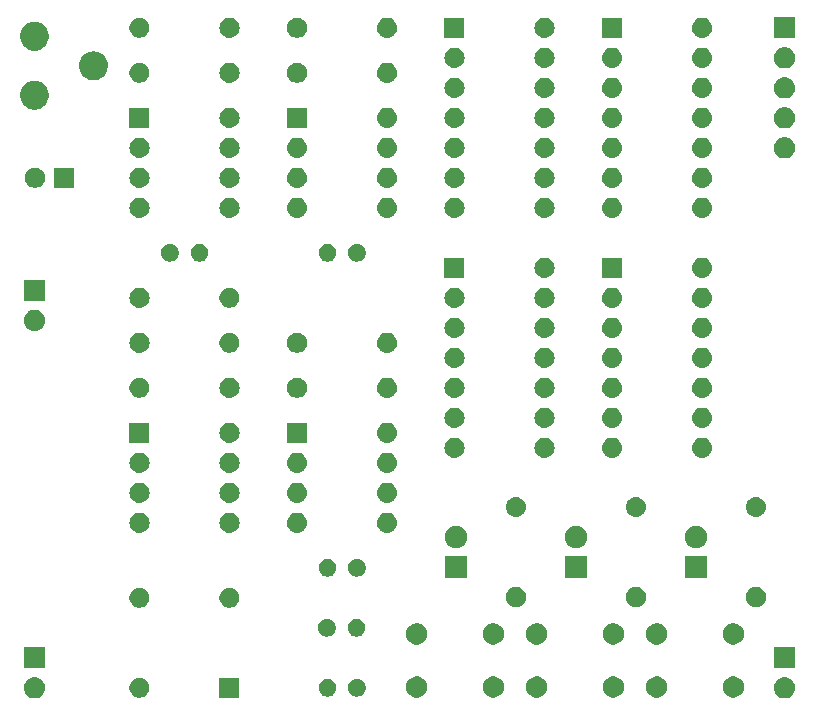
<source format=gbs>
G04 #@! TF.GenerationSoftware,KiCad,Pcbnew,5.0.2+dfsg1-1*
G04 #@! TF.CreationDate,2019-07-26T14:23:41+02:00*
G04 #@! TF.ProjectId,Clock,436c6f63-6b2e-46b6-9963-61645f706362,rev?*
G04 #@! TF.SameCoordinates,Original*
G04 #@! TF.FileFunction,Soldermask,Bot*
G04 #@! TF.FilePolarity,Negative*
%FSLAX46Y46*%
G04 Gerber Fmt 4.6, Leading zero omitted, Abs format (unit mm)*
G04 Created by KiCad (PCBNEW 5.0.2+dfsg1-1) date vr 26 jul 2019 14:23:41 CEST*
%MOMM*%
%LPD*%
G01*
G04 APERTURE LIST*
%ADD10C,0.100000*%
G04 APERTURE END LIST*
D10*
G36*
X101710443Y-79115519D02*
X101776627Y-79122037D01*
X101881810Y-79153944D01*
X101946467Y-79173557D01*
X102085087Y-79247652D01*
X102102991Y-79257222D01*
X102105157Y-79259000D01*
X102240186Y-79369814D01*
X102320369Y-79467519D01*
X102352778Y-79507009D01*
X102352779Y-79507011D01*
X102436443Y-79663533D01*
X102453616Y-79720147D01*
X102487963Y-79833373D01*
X102505359Y-80010000D01*
X102487963Y-80186627D01*
X102475092Y-80229056D01*
X102436443Y-80356467D01*
X102365743Y-80488735D01*
X102352778Y-80512991D01*
X102341483Y-80526754D01*
X102240186Y-80650186D01*
X102140323Y-80732140D01*
X102102991Y-80762778D01*
X102102989Y-80762779D01*
X101946467Y-80846443D01*
X101923532Y-80853400D01*
X101776627Y-80897963D01*
X101710442Y-80904482D01*
X101644260Y-80911000D01*
X101555740Y-80911000D01*
X101489558Y-80904482D01*
X101423373Y-80897963D01*
X101276468Y-80853400D01*
X101253533Y-80846443D01*
X101097011Y-80762779D01*
X101097009Y-80762778D01*
X101059677Y-80732140D01*
X100959814Y-80650186D01*
X100858517Y-80526754D01*
X100847222Y-80512991D01*
X100834257Y-80488735D01*
X100763557Y-80356467D01*
X100724908Y-80229056D01*
X100712037Y-80186627D01*
X100694641Y-80010000D01*
X100712037Y-79833373D01*
X100746384Y-79720147D01*
X100763557Y-79663533D01*
X100847221Y-79507011D01*
X100847222Y-79507009D01*
X100879631Y-79467519D01*
X100959814Y-79369814D01*
X101094843Y-79259000D01*
X101097009Y-79257222D01*
X101114913Y-79247652D01*
X101253533Y-79173557D01*
X101318190Y-79153944D01*
X101423373Y-79122037D01*
X101489557Y-79115519D01*
X101555740Y-79109000D01*
X101644260Y-79109000D01*
X101710443Y-79115519D01*
X101710443Y-79115519D01*
G37*
G36*
X38210443Y-79115519D02*
X38276627Y-79122037D01*
X38381810Y-79153944D01*
X38446467Y-79173557D01*
X38585087Y-79247652D01*
X38602991Y-79257222D01*
X38605157Y-79259000D01*
X38740186Y-79369814D01*
X38820369Y-79467519D01*
X38852778Y-79507009D01*
X38852779Y-79507011D01*
X38936443Y-79663533D01*
X38953616Y-79720147D01*
X38987963Y-79833373D01*
X39005359Y-80010000D01*
X38987963Y-80186627D01*
X38975092Y-80229056D01*
X38936443Y-80356467D01*
X38865743Y-80488735D01*
X38852778Y-80512991D01*
X38841483Y-80526754D01*
X38740186Y-80650186D01*
X38640323Y-80732140D01*
X38602991Y-80762778D01*
X38602989Y-80762779D01*
X38446467Y-80846443D01*
X38423532Y-80853400D01*
X38276627Y-80897963D01*
X38210442Y-80904482D01*
X38144260Y-80911000D01*
X38055740Y-80911000D01*
X37989558Y-80904482D01*
X37923373Y-80897963D01*
X37776468Y-80853400D01*
X37753533Y-80846443D01*
X37597011Y-80762779D01*
X37597009Y-80762778D01*
X37559677Y-80732140D01*
X37459814Y-80650186D01*
X37358517Y-80526754D01*
X37347222Y-80512991D01*
X37334257Y-80488735D01*
X37263557Y-80356467D01*
X37224908Y-80229056D01*
X37212037Y-80186627D01*
X37194641Y-80010000D01*
X37212037Y-79833373D01*
X37246384Y-79720147D01*
X37263557Y-79663533D01*
X37347221Y-79507011D01*
X37347222Y-79507009D01*
X37379631Y-79467519D01*
X37459814Y-79369814D01*
X37594843Y-79259000D01*
X37597009Y-79257222D01*
X37614913Y-79247652D01*
X37753533Y-79173557D01*
X37818190Y-79153944D01*
X37923373Y-79122037D01*
X37989557Y-79115519D01*
X38055740Y-79109000D01*
X38144260Y-79109000D01*
X38210443Y-79115519D01*
X38210443Y-79115519D01*
G37*
G36*
X47238228Y-79191703D02*
X47393100Y-79255853D01*
X47532481Y-79348985D01*
X47651015Y-79467519D01*
X47744147Y-79606900D01*
X47808297Y-79761772D01*
X47841000Y-79926184D01*
X47841000Y-80093816D01*
X47808297Y-80258228D01*
X47744147Y-80413100D01*
X47651015Y-80552481D01*
X47532481Y-80671015D01*
X47393100Y-80764147D01*
X47238228Y-80828297D01*
X47073816Y-80861000D01*
X46906184Y-80861000D01*
X46741772Y-80828297D01*
X46586900Y-80764147D01*
X46447519Y-80671015D01*
X46328985Y-80552481D01*
X46235853Y-80413100D01*
X46171703Y-80258228D01*
X46139000Y-80093816D01*
X46139000Y-79926184D01*
X46171703Y-79761772D01*
X46235853Y-79606900D01*
X46328985Y-79467519D01*
X46447519Y-79348985D01*
X46586900Y-79255853D01*
X46741772Y-79191703D01*
X46906184Y-79159000D01*
X47073816Y-79159000D01*
X47238228Y-79191703D01*
X47238228Y-79191703D01*
G37*
G36*
X55461000Y-80861000D02*
X53759000Y-80861000D01*
X53759000Y-79159000D01*
X55461000Y-79159000D01*
X55461000Y-80861000D01*
X55461000Y-80861000D01*
G37*
G36*
X91040212Y-79086024D02*
X91204184Y-79153944D01*
X91351754Y-79252547D01*
X91477253Y-79378046D01*
X91575856Y-79525616D01*
X91643776Y-79689588D01*
X91678400Y-79863659D01*
X91678400Y-80041141D01*
X91643776Y-80215212D01*
X91575856Y-80379184D01*
X91477253Y-80526754D01*
X91351754Y-80652253D01*
X91204184Y-80750856D01*
X91040212Y-80818776D01*
X90866141Y-80853400D01*
X90688659Y-80853400D01*
X90514588Y-80818776D01*
X90350616Y-80750856D01*
X90203046Y-80652253D01*
X90077547Y-80526754D01*
X89978944Y-80379184D01*
X89911024Y-80215212D01*
X89876400Y-80041141D01*
X89876400Y-79863659D01*
X89911024Y-79689588D01*
X89978944Y-79525616D01*
X90077547Y-79378046D01*
X90203046Y-79252547D01*
X90350616Y-79153944D01*
X90514588Y-79086024D01*
X90688659Y-79051400D01*
X90866141Y-79051400D01*
X91040212Y-79086024D01*
X91040212Y-79086024D01*
G37*
G36*
X80880212Y-79086024D02*
X81044184Y-79153944D01*
X81191754Y-79252547D01*
X81317253Y-79378046D01*
X81415856Y-79525616D01*
X81483776Y-79689588D01*
X81518400Y-79863659D01*
X81518400Y-80041141D01*
X81483776Y-80215212D01*
X81415856Y-80379184D01*
X81317253Y-80526754D01*
X81191754Y-80652253D01*
X81044184Y-80750856D01*
X80880212Y-80818776D01*
X80706141Y-80853400D01*
X80528659Y-80853400D01*
X80354588Y-80818776D01*
X80190616Y-80750856D01*
X80043046Y-80652253D01*
X79917547Y-80526754D01*
X79818944Y-80379184D01*
X79751024Y-80215212D01*
X79716400Y-80041141D01*
X79716400Y-79863659D01*
X79751024Y-79689588D01*
X79818944Y-79525616D01*
X79917547Y-79378046D01*
X80043046Y-79252547D01*
X80190616Y-79153944D01*
X80354588Y-79086024D01*
X80528659Y-79051400D01*
X80706141Y-79051400D01*
X80880212Y-79086024D01*
X80880212Y-79086024D01*
G37*
G36*
X77220212Y-79086024D02*
X77384184Y-79153944D01*
X77531754Y-79252547D01*
X77657253Y-79378046D01*
X77755856Y-79525616D01*
X77823776Y-79689588D01*
X77858400Y-79863659D01*
X77858400Y-80041141D01*
X77823776Y-80215212D01*
X77755856Y-80379184D01*
X77657253Y-80526754D01*
X77531754Y-80652253D01*
X77384184Y-80750856D01*
X77220212Y-80818776D01*
X77046141Y-80853400D01*
X76868659Y-80853400D01*
X76694588Y-80818776D01*
X76530616Y-80750856D01*
X76383046Y-80652253D01*
X76257547Y-80526754D01*
X76158944Y-80379184D01*
X76091024Y-80215212D01*
X76056400Y-80041141D01*
X76056400Y-79863659D01*
X76091024Y-79689588D01*
X76158944Y-79525616D01*
X76257547Y-79378046D01*
X76383046Y-79252547D01*
X76530616Y-79153944D01*
X76694588Y-79086024D01*
X76868659Y-79051400D01*
X77046141Y-79051400D01*
X77220212Y-79086024D01*
X77220212Y-79086024D01*
G37*
G36*
X70720212Y-79086024D02*
X70884184Y-79153944D01*
X71031754Y-79252547D01*
X71157253Y-79378046D01*
X71255856Y-79525616D01*
X71323776Y-79689588D01*
X71358400Y-79863659D01*
X71358400Y-80041141D01*
X71323776Y-80215212D01*
X71255856Y-80379184D01*
X71157253Y-80526754D01*
X71031754Y-80652253D01*
X70884184Y-80750856D01*
X70720212Y-80818776D01*
X70546141Y-80853400D01*
X70368659Y-80853400D01*
X70194588Y-80818776D01*
X70030616Y-80750856D01*
X69883046Y-80652253D01*
X69757547Y-80526754D01*
X69658944Y-80379184D01*
X69591024Y-80215212D01*
X69556400Y-80041141D01*
X69556400Y-79863659D01*
X69591024Y-79689588D01*
X69658944Y-79525616D01*
X69757547Y-79378046D01*
X69883046Y-79252547D01*
X70030616Y-79153944D01*
X70194588Y-79086024D01*
X70368659Y-79051400D01*
X70546141Y-79051400D01*
X70720212Y-79086024D01*
X70720212Y-79086024D01*
G37*
G36*
X87380212Y-79086024D02*
X87544184Y-79153944D01*
X87691754Y-79252547D01*
X87817253Y-79378046D01*
X87915856Y-79525616D01*
X87983776Y-79689588D01*
X88018400Y-79863659D01*
X88018400Y-80041141D01*
X87983776Y-80215212D01*
X87915856Y-80379184D01*
X87817253Y-80526754D01*
X87691754Y-80652253D01*
X87544184Y-80750856D01*
X87380212Y-80818776D01*
X87206141Y-80853400D01*
X87028659Y-80853400D01*
X86854588Y-80818776D01*
X86690616Y-80750856D01*
X86543046Y-80652253D01*
X86417547Y-80526754D01*
X86318944Y-80379184D01*
X86251024Y-80215212D01*
X86216400Y-80041141D01*
X86216400Y-79863659D01*
X86251024Y-79689588D01*
X86318944Y-79525616D01*
X86417547Y-79378046D01*
X86543046Y-79252547D01*
X86690616Y-79153944D01*
X86854588Y-79086024D01*
X87028659Y-79051400D01*
X87206141Y-79051400D01*
X87380212Y-79086024D01*
X87380212Y-79086024D01*
G37*
G36*
X97540212Y-79086024D02*
X97704184Y-79153944D01*
X97851754Y-79252547D01*
X97977253Y-79378046D01*
X98075856Y-79525616D01*
X98143776Y-79689588D01*
X98178400Y-79863659D01*
X98178400Y-80041141D01*
X98143776Y-80215212D01*
X98075856Y-80379184D01*
X97977253Y-80526754D01*
X97851754Y-80652253D01*
X97704184Y-80750856D01*
X97540212Y-80818776D01*
X97366141Y-80853400D01*
X97188659Y-80853400D01*
X97014588Y-80818776D01*
X96850616Y-80750856D01*
X96703046Y-80652253D01*
X96577547Y-80526754D01*
X96478944Y-80379184D01*
X96411024Y-80215212D01*
X96376400Y-80041141D01*
X96376400Y-79863659D01*
X96411024Y-79689588D01*
X96478944Y-79525616D01*
X96577547Y-79378046D01*
X96703046Y-79252547D01*
X96850616Y-79153944D01*
X97014588Y-79086024D01*
X97188659Y-79051400D01*
X97366141Y-79051400D01*
X97540212Y-79086024D01*
X97540212Y-79086024D01*
G37*
G36*
X63037004Y-79270544D02*
X63124059Y-79287860D01*
X63260732Y-79344472D01*
X63310979Y-79378046D01*
X63383738Y-79426662D01*
X63488338Y-79531262D01*
X63488340Y-79531265D01*
X63570528Y-79654268D01*
X63627140Y-79790941D01*
X63656000Y-79936033D01*
X63656000Y-80083967D01*
X63627140Y-80229059D01*
X63570528Y-80365732D01*
X63538878Y-80413100D01*
X63488338Y-80488738D01*
X63383738Y-80593338D01*
X63383735Y-80593340D01*
X63260732Y-80675528D01*
X63124059Y-80732140D01*
X63037004Y-80749456D01*
X62978969Y-80761000D01*
X62831031Y-80761000D01*
X62772996Y-80749456D01*
X62685941Y-80732140D01*
X62549268Y-80675528D01*
X62426265Y-80593340D01*
X62426262Y-80593338D01*
X62321662Y-80488738D01*
X62271122Y-80413100D01*
X62239472Y-80365732D01*
X62182860Y-80229059D01*
X62154000Y-80083967D01*
X62154000Y-79936033D01*
X62182860Y-79790941D01*
X62239472Y-79654268D01*
X62321660Y-79531265D01*
X62321662Y-79531262D01*
X62426262Y-79426662D01*
X62499021Y-79378046D01*
X62549268Y-79344472D01*
X62685941Y-79287860D01*
X62772996Y-79270544D01*
X62831031Y-79259000D01*
X62978969Y-79259000D01*
X63037004Y-79270544D01*
X63037004Y-79270544D01*
G37*
G36*
X65537004Y-79270544D02*
X65624059Y-79287860D01*
X65760732Y-79344472D01*
X65810979Y-79378046D01*
X65883738Y-79426662D01*
X65988338Y-79531262D01*
X65988340Y-79531265D01*
X66070528Y-79654268D01*
X66127140Y-79790941D01*
X66156000Y-79936033D01*
X66156000Y-80083967D01*
X66127140Y-80229059D01*
X66070528Y-80365732D01*
X66038878Y-80413100D01*
X65988338Y-80488738D01*
X65883738Y-80593338D01*
X65883735Y-80593340D01*
X65760732Y-80675528D01*
X65624059Y-80732140D01*
X65537004Y-80749456D01*
X65478969Y-80761000D01*
X65331031Y-80761000D01*
X65272996Y-80749456D01*
X65185941Y-80732140D01*
X65049268Y-80675528D01*
X64926265Y-80593340D01*
X64926262Y-80593338D01*
X64821662Y-80488738D01*
X64771122Y-80413100D01*
X64739472Y-80365732D01*
X64682860Y-80229059D01*
X64654000Y-80083967D01*
X64654000Y-79936033D01*
X64682860Y-79790941D01*
X64739472Y-79654268D01*
X64821660Y-79531265D01*
X64821662Y-79531262D01*
X64926262Y-79426662D01*
X64999021Y-79378046D01*
X65049268Y-79344472D01*
X65185941Y-79287860D01*
X65272996Y-79270544D01*
X65331031Y-79259000D01*
X65478969Y-79259000D01*
X65537004Y-79270544D01*
X65537004Y-79270544D01*
G37*
G36*
X39001000Y-78371000D02*
X37199000Y-78371000D01*
X37199000Y-76569000D01*
X39001000Y-76569000D01*
X39001000Y-78371000D01*
X39001000Y-78371000D01*
G37*
G36*
X102501000Y-78371000D02*
X100699000Y-78371000D01*
X100699000Y-76569000D01*
X102501000Y-76569000D01*
X102501000Y-78371000D01*
X102501000Y-78371000D01*
G37*
G36*
X87380212Y-74586024D02*
X87544184Y-74653944D01*
X87691754Y-74752547D01*
X87817253Y-74878046D01*
X87915856Y-75025616D01*
X87983776Y-75189588D01*
X88018400Y-75363659D01*
X88018400Y-75541141D01*
X87983776Y-75715212D01*
X87915856Y-75879184D01*
X87817253Y-76026754D01*
X87691754Y-76152253D01*
X87544184Y-76250856D01*
X87380212Y-76318776D01*
X87206141Y-76353400D01*
X87028659Y-76353400D01*
X86854588Y-76318776D01*
X86690616Y-76250856D01*
X86543046Y-76152253D01*
X86417547Y-76026754D01*
X86318944Y-75879184D01*
X86251024Y-75715212D01*
X86216400Y-75541141D01*
X86216400Y-75363659D01*
X86251024Y-75189588D01*
X86318944Y-75025616D01*
X86417547Y-74878046D01*
X86543046Y-74752547D01*
X86690616Y-74653944D01*
X86854588Y-74586024D01*
X87028659Y-74551400D01*
X87206141Y-74551400D01*
X87380212Y-74586024D01*
X87380212Y-74586024D01*
G37*
G36*
X97540212Y-74586024D02*
X97704184Y-74653944D01*
X97851754Y-74752547D01*
X97977253Y-74878046D01*
X98075856Y-75025616D01*
X98143776Y-75189588D01*
X98178400Y-75363659D01*
X98178400Y-75541141D01*
X98143776Y-75715212D01*
X98075856Y-75879184D01*
X97977253Y-76026754D01*
X97851754Y-76152253D01*
X97704184Y-76250856D01*
X97540212Y-76318776D01*
X97366141Y-76353400D01*
X97188659Y-76353400D01*
X97014588Y-76318776D01*
X96850616Y-76250856D01*
X96703046Y-76152253D01*
X96577547Y-76026754D01*
X96478944Y-75879184D01*
X96411024Y-75715212D01*
X96376400Y-75541141D01*
X96376400Y-75363659D01*
X96411024Y-75189588D01*
X96478944Y-75025616D01*
X96577547Y-74878046D01*
X96703046Y-74752547D01*
X96850616Y-74653944D01*
X97014588Y-74586024D01*
X97188659Y-74551400D01*
X97366141Y-74551400D01*
X97540212Y-74586024D01*
X97540212Y-74586024D01*
G37*
G36*
X91040212Y-74586024D02*
X91204184Y-74653944D01*
X91351754Y-74752547D01*
X91477253Y-74878046D01*
X91575856Y-75025616D01*
X91643776Y-75189588D01*
X91678400Y-75363659D01*
X91678400Y-75541141D01*
X91643776Y-75715212D01*
X91575856Y-75879184D01*
X91477253Y-76026754D01*
X91351754Y-76152253D01*
X91204184Y-76250856D01*
X91040212Y-76318776D01*
X90866141Y-76353400D01*
X90688659Y-76353400D01*
X90514588Y-76318776D01*
X90350616Y-76250856D01*
X90203046Y-76152253D01*
X90077547Y-76026754D01*
X89978944Y-75879184D01*
X89911024Y-75715212D01*
X89876400Y-75541141D01*
X89876400Y-75363659D01*
X89911024Y-75189588D01*
X89978944Y-75025616D01*
X90077547Y-74878046D01*
X90203046Y-74752547D01*
X90350616Y-74653944D01*
X90514588Y-74586024D01*
X90688659Y-74551400D01*
X90866141Y-74551400D01*
X91040212Y-74586024D01*
X91040212Y-74586024D01*
G37*
G36*
X80880212Y-74586024D02*
X81044184Y-74653944D01*
X81191754Y-74752547D01*
X81317253Y-74878046D01*
X81415856Y-75025616D01*
X81483776Y-75189588D01*
X81518400Y-75363659D01*
X81518400Y-75541141D01*
X81483776Y-75715212D01*
X81415856Y-75879184D01*
X81317253Y-76026754D01*
X81191754Y-76152253D01*
X81044184Y-76250856D01*
X80880212Y-76318776D01*
X80706141Y-76353400D01*
X80528659Y-76353400D01*
X80354588Y-76318776D01*
X80190616Y-76250856D01*
X80043046Y-76152253D01*
X79917547Y-76026754D01*
X79818944Y-75879184D01*
X79751024Y-75715212D01*
X79716400Y-75541141D01*
X79716400Y-75363659D01*
X79751024Y-75189588D01*
X79818944Y-75025616D01*
X79917547Y-74878046D01*
X80043046Y-74752547D01*
X80190616Y-74653944D01*
X80354588Y-74586024D01*
X80528659Y-74551400D01*
X80706141Y-74551400D01*
X80880212Y-74586024D01*
X80880212Y-74586024D01*
G37*
G36*
X77220212Y-74586024D02*
X77384184Y-74653944D01*
X77531754Y-74752547D01*
X77657253Y-74878046D01*
X77755856Y-75025616D01*
X77823776Y-75189588D01*
X77858400Y-75363659D01*
X77858400Y-75541141D01*
X77823776Y-75715212D01*
X77755856Y-75879184D01*
X77657253Y-76026754D01*
X77531754Y-76152253D01*
X77384184Y-76250856D01*
X77220212Y-76318776D01*
X77046141Y-76353400D01*
X76868659Y-76353400D01*
X76694588Y-76318776D01*
X76530616Y-76250856D01*
X76383046Y-76152253D01*
X76257547Y-76026754D01*
X76158944Y-75879184D01*
X76091024Y-75715212D01*
X76056400Y-75541141D01*
X76056400Y-75363659D01*
X76091024Y-75189588D01*
X76158944Y-75025616D01*
X76257547Y-74878046D01*
X76383046Y-74752547D01*
X76530616Y-74653944D01*
X76694588Y-74586024D01*
X76868659Y-74551400D01*
X77046141Y-74551400D01*
X77220212Y-74586024D01*
X77220212Y-74586024D01*
G37*
G36*
X70720212Y-74586024D02*
X70884184Y-74653944D01*
X71031754Y-74752547D01*
X71157253Y-74878046D01*
X71255856Y-75025616D01*
X71323776Y-75189588D01*
X71358400Y-75363659D01*
X71358400Y-75541141D01*
X71323776Y-75715212D01*
X71255856Y-75879184D01*
X71157253Y-76026754D01*
X71031754Y-76152253D01*
X70884184Y-76250856D01*
X70720212Y-76318776D01*
X70546141Y-76353400D01*
X70368659Y-76353400D01*
X70194588Y-76318776D01*
X70030616Y-76250856D01*
X69883046Y-76152253D01*
X69757547Y-76026754D01*
X69658944Y-75879184D01*
X69591024Y-75715212D01*
X69556400Y-75541141D01*
X69556400Y-75363659D01*
X69591024Y-75189588D01*
X69658944Y-75025616D01*
X69757547Y-74878046D01*
X69883046Y-74752547D01*
X70030616Y-74653944D01*
X70194588Y-74586024D01*
X70368659Y-74551400D01*
X70546141Y-74551400D01*
X70720212Y-74586024D01*
X70720212Y-74586024D01*
G37*
G36*
X65497004Y-74190544D02*
X65584059Y-74207860D01*
X65720732Y-74264472D01*
X65720733Y-74264473D01*
X65843738Y-74346662D01*
X65948338Y-74451262D01*
X65948340Y-74451265D01*
X66030528Y-74574268D01*
X66087140Y-74710941D01*
X66095416Y-74752550D01*
X66116000Y-74856031D01*
X66116000Y-75003969D01*
X66104456Y-75062004D01*
X66087140Y-75149059D01*
X66030528Y-75285732D01*
X66030527Y-75285733D01*
X65948338Y-75408738D01*
X65843738Y-75513338D01*
X65843735Y-75513340D01*
X65720732Y-75595528D01*
X65584059Y-75652140D01*
X65497004Y-75669456D01*
X65438969Y-75681000D01*
X65291031Y-75681000D01*
X65232996Y-75669456D01*
X65145941Y-75652140D01*
X65009268Y-75595528D01*
X64886265Y-75513340D01*
X64886262Y-75513338D01*
X64781662Y-75408738D01*
X64699473Y-75285733D01*
X64699472Y-75285732D01*
X64642860Y-75149059D01*
X64625544Y-75062004D01*
X64614000Y-75003969D01*
X64614000Y-74856031D01*
X64634584Y-74752550D01*
X64642860Y-74710941D01*
X64699472Y-74574268D01*
X64781660Y-74451265D01*
X64781662Y-74451262D01*
X64886262Y-74346662D01*
X65009267Y-74264473D01*
X65009268Y-74264472D01*
X65145941Y-74207860D01*
X65232996Y-74190544D01*
X65291031Y-74179000D01*
X65438969Y-74179000D01*
X65497004Y-74190544D01*
X65497004Y-74190544D01*
G37*
G36*
X62997004Y-74190544D02*
X63084059Y-74207860D01*
X63220732Y-74264472D01*
X63220733Y-74264473D01*
X63343738Y-74346662D01*
X63448338Y-74451262D01*
X63448340Y-74451265D01*
X63530528Y-74574268D01*
X63587140Y-74710941D01*
X63595416Y-74752550D01*
X63616000Y-74856031D01*
X63616000Y-75003969D01*
X63604456Y-75062004D01*
X63587140Y-75149059D01*
X63530528Y-75285732D01*
X63530527Y-75285733D01*
X63448338Y-75408738D01*
X63343738Y-75513338D01*
X63343735Y-75513340D01*
X63220732Y-75595528D01*
X63084059Y-75652140D01*
X62997004Y-75669456D01*
X62938969Y-75681000D01*
X62791031Y-75681000D01*
X62732996Y-75669456D01*
X62645941Y-75652140D01*
X62509268Y-75595528D01*
X62386265Y-75513340D01*
X62386262Y-75513338D01*
X62281662Y-75408738D01*
X62199473Y-75285733D01*
X62199472Y-75285732D01*
X62142860Y-75149059D01*
X62125544Y-75062004D01*
X62114000Y-75003969D01*
X62114000Y-74856031D01*
X62134584Y-74752550D01*
X62142860Y-74710941D01*
X62199472Y-74574268D01*
X62281660Y-74451265D01*
X62281662Y-74451262D01*
X62386262Y-74346662D01*
X62509267Y-74264473D01*
X62509268Y-74264472D01*
X62645941Y-74207860D01*
X62732996Y-74190544D01*
X62791031Y-74179000D01*
X62938969Y-74179000D01*
X62997004Y-74190544D01*
X62997004Y-74190544D01*
G37*
G36*
X47238228Y-71571703D02*
X47393100Y-71635853D01*
X47532481Y-71728985D01*
X47651015Y-71847519D01*
X47744147Y-71986900D01*
X47808297Y-72141772D01*
X47841000Y-72306184D01*
X47841000Y-72473816D01*
X47808297Y-72638228D01*
X47744147Y-72793100D01*
X47651015Y-72932481D01*
X47532481Y-73051015D01*
X47393100Y-73144147D01*
X47238228Y-73208297D01*
X47073816Y-73241000D01*
X46906184Y-73241000D01*
X46741772Y-73208297D01*
X46586900Y-73144147D01*
X46447519Y-73051015D01*
X46328985Y-72932481D01*
X46235853Y-72793100D01*
X46171703Y-72638228D01*
X46139000Y-72473816D01*
X46139000Y-72306184D01*
X46171703Y-72141772D01*
X46235853Y-71986900D01*
X46328985Y-71847519D01*
X46447519Y-71728985D01*
X46586900Y-71635853D01*
X46741772Y-71571703D01*
X46906184Y-71539000D01*
X47073816Y-71539000D01*
X47238228Y-71571703D01*
X47238228Y-71571703D01*
G37*
G36*
X54858228Y-71571703D02*
X55013100Y-71635853D01*
X55152481Y-71728985D01*
X55271015Y-71847519D01*
X55364147Y-71986900D01*
X55428297Y-72141772D01*
X55461000Y-72306184D01*
X55461000Y-72473816D01*
X55428297Y-72638228D01*
X55364147Y-72793100D01*
X55271015Y-72932481D01*
X55152481Y-73051015D01*
X55013100Y-73144147D01*
X54858228Y-73208297D01*
X54693816Y-73241000D01*
X54526184Y-73241000D01*
X54361772Y-73208297D01*
X54206900Y-73144147D01*
X54067519Y-73051015D01*
X53948985Y-72932481D01*
X53855853Y-72793100D01*
X53791703Y-72638228D01*
X53759000Y-72473816D01*
X53759000Y-72306184D01*
X53791703Y-72141772D01*
X53855853Y-71986900D01*
X53948985Y-71847519D01*
X54067519Y-71728985D01*
X54206900Y-71635853D01*
X54361772Y-71571703D01*
X54526184Y-71539000D01*
X54693816Y-71539000D01*
X54858228Y-71571703D01*
X54858228Y-71571703D01*
G37*
G36*
X79110628Y-71514103D02*
X79265500Y-71578253D01*
X79404881Y-71671385D01*
X79523415Y-71789919D01*
X79616547Y-71929300D01*
X79680697Y-72084172D01*
X79713400Y-72248584D01*
X79713400Y-72416216D01*
X79680697Y-72580628D01*
X79616547Y-72735500D01*
X79523415Y-72874881D01*
X79404881Y-72993415D01*
X79265500Y-73086547D01*
X79110628Y-73150697D01*
X78946216Y-73183400D01*
X78778584Y-73183400D01*
X78614172Y-73150697D01*
X78459300Y-73086547D01*
X78319919Y-72993415D01*
X78201385Y-72874881D01*
X78108253Y-72735500D01*
X78044103Y-72580628D01*
X78011400Y-72416216D01*
X78011400Y-72248584D01*
X78044103Y-72084172D01*
X78108253Y-71929300D01*
X78201385Y-71789919D01*
X78319919Y-71671385D01*
X78459300Y-71578253D01*
X78614172Y-71514103D01*
X78778584Y-71481400D01*
X78946216Y-71481400D01*
X79110628Y-71514103D01*
X79110628Y-71514103D01*
G37*
G36*
X89270628Y-71514103D02*
X89425500Y-71578253D01*
X89564881Y-71671385D01*
X89683415Y-71789919D01*
X89776547Y-71929300D01*
X89840697Y-72084172D01*
X89873400Y-72248584D01*
X89873400Y-72416216D01*
X89840697Y-72580628D01*
X89776547Y-72735500D01*
X89683415Y-72874881D01*
X89564881Y-72993415D01*
X89425500Y-73086547D01*
X89270628Y-73150697D01*
X89106216Y-73183400D01*
X88938584Y-73183400D01*
X88774172Y-73150697D01*
X88619300Y-73086547D01*
X88479919Y-72993415D01*
X88361385Y-72874881D01*
X88268253Y-72735500D01*
X88204103Y-72580628D01*
X88171400Y-72416216D01*
X88171400Y-72248584D01*
X88204103Y-72084172D01*
X88268253Y-71929300D01*
X88361385Y-71789919D01*
X88479919Y-71671385D01*
X88619300Y-71578253D01*
X88774172Y-71514103D01*
X88938584Y-71481400D01*
X89106216Y-71481400D01*
X89270628Y-71514103D01*
X89270628Y-71514103D01*
G37*
G36*
X99430628Y-71514103D02*
X99585500Y-71578253D01*
X99724881Y-71671385D01*
X99843415Y-71789919D01*
X99936547Y-71929300D01*
X100000697Y-72084172D01*
X100033400Y-72248584D01*
X100033400Y-72416216D01*
X100000697Y-72580628D01*
X99936547Y-72735500D01*
X99843415Y-72874881D01*
X99724881Y-72993415D01*
X99585500Y-73086547D01*
X99430628Y-73150697D01*
X99266216Y-73183400D01*
X99098584Y-73183400D01*
X98934172Y-73150697D01*
X98779300Y-73086547D01*
X98639919Y-72993415D01*
X98521385Y-72874881D01*
X98428253Y-72735500D01*
X98364103Y-72580628D01*
X98331400Y-72416216D01*
X98331400Y-72248584D01*
X98364103Y-72084172D01*
X98428253Y-71929300D01*
X98521385Y-71789919D01*
X98639919Y-71671385D01*
X98779300Y-71578253D01*
X98934172Y-71514103D01*
X99098584Y-71481400D01*
X99266216Y-71481400D01*
X99430628Y-71514103D01*
X99430628Y-71514103D01*
G37*
G36*
X74733400Y-70743400D02*
X72831400Y-70743400D01*
X72831400Y-68841400D01*
X74733400Y-68841400D01*
X74733400Y-70743400D01*
X74733400Y-70743400D01*
G37*
G36*
X95053400Y-70743400D02*
X93151400Y-70743400D01*
X93151400Y-68841400D01*
X95053400Y-68841400D01*
X95053400Y-70743400D01*
X95053400Y-70743400D01*
G37*
G36*
X84893400Y-70743400D02*
X82991400Y-70743400D01*
X82991400Y-68841400D01*
X84893400Y-68841400D01*
X84893400Y-70743400D01*
X84893400Y-70743400D01*
G37*
G36*
X65537004Y-69110544D02*
X65624059Y-69127860D01*
X65760732Y-69184472D01*
X65760733Y-69184473D01*
X65883738Y-69266662D01*
X65988338Y-69371262D01*
X65988340Y-69371265D01*
X66070528Y-69494268D01*
X66127140Y-69630941D01*
X66156000Y-69776033D01*
X66156000Y-69923967D01*
X66127140Y-70069059D01*
X66070528Y-70205732D01*
X66070527Y-70205733D01*
X65988338Y-70328738D01*
X65883738Y-70433338D01*
X65883735Y-70433340D01*
X65760732Y-70515528D01*
X65624059Y-70572140D01*
X65537004Y-70589456D01*
X65478969Y-70601000D01*
X65331031Y-70601000D01*
X65272996Y-70589456D01*
X65185941Y-70572140D01*
X65049268Y-70515528D01*
X64926265Y-70433340D01*
X64926262Y-70433338D01*
X64821662Y-70328738D01*
X64739473Y-70205733D01*
X64739472Y-70205732D01*
X64682860Y-70069059D01*
X64654000Y-69923967D01*
X64654000Y-69776033D01*
X64682860Y-69630941D01*
X64739472Y-69494268D01*
X64821660Y-69371265D01*
X64821662Y-69371262D01*
X64926262Y-69266662D01*
X65049267Y-69184473D01*
X65049268Y-69184472D01*
X65185941Y-69127860D01*
X65272996Y-69110544D01*
X65331031Y-69099000D01*
X65478969Y-69099000D01*
X65537004Y-69110544D01*
X65537004Y-69110544D01*
G37*
G36*
X63037004Y-69110544D02*
X63124059Y-69127860D01*
X63260732Y-69184472D01*
X63260733Y-69184473D01*
X63383738Y-69266662D01*
X63488338Y-69371262D01*
X63488340Y-69371265D01*
X63570528Y-69494268D01*
X63627140Y-69630941D01*
X63656000Y-69776033D01*
X63656000Y-69923967D01*
X63627140Y-70069059D01*
X63570528Y-70205732D01*
X63570527Y-70205733D01*
X63488338Y-70328738D01*
X63383738Y-70433338D01*
X63383735Y-70433340D01*
X63260732Y-70515528D01*
X63124059Y-70572140D01*
X63037004Y-70589456D01*
X62978969Y-70601000D01*
X62831031Y-70601000D01*
X62772996Y-70589456D01*
X62685941Y-70572140D01*
X62549268Y-70515528D01*
X62426265Y-70433340D01*
X62426262Y-70433338D01*
X62321662Y-70328738D01*
X62239473Y-70205733D01*
X62239472Y-70205732D01*
X62182860Y-70069059D01*
X62154000Y-69923967D01*
X62154000Y-69776033D01*
X62182860Y-69630941D01*
X62239472Y-69494268D01*
X62321660Y-69371265D01*
X62321662Y-69371262D01*
X62426262Y-69266662D01*
X62549267Y-69184473D01*
X62549268Y-69184472D01*
X62685941Y-69127860D01*
X62772996Y-69110544D01*
X62831031Y-69099000D01*
X62978969Y-69099000D01*
X63037004Y-69110544D01*
X63037004Y-69110544D01*
G37*
G36*
X74059796Y-66337946D02*
X74232866Y-66409634D01*
X74388630Y-66513712D01*
X74521088Y-66646170D01*
X74625166Y-66801934D01*
X74696854Y-66975004D01*
X74733400Y-67158733D01*
X74733400Y-67346067D01*
X74696854Y-67529796D01*
X74625166Y-67702866D01*
X74521088Y-67858630D01*
X74388630Y-67991088D01*
X74232866Y-68095166D01*
X74059796Y-68166854D01*
X73876067Y-68203400D01*
X73688733Y-68203400D01*
X73505004Y-68166854D01*
X73331934Y-68095166D01*
X73176170Y-67991088D01*
X73043712Y-67858630D01*
X72939634Y-67702866D01*
X72867946Y-67529796D01*
X72831400Y-67346067D01*
X72831400Y-67158733D01*
X72867946Y-66975004D01*
X72939634Y-66801934D01*
X73043712Y-66646170D01*
X73176170Y-66513712D01*
X73331934Y-66409634D01*
X73505004Y-66337946D01*
X73688733Y-66301400D01*
X73876067Y-66301400D01*
X74059796Y-66337946D01*
X74059796Y-66337946D01*
G37*
G36*
X84219796Y-66337946D02*
X84392866Y-66409634D01*
X84548630Y-66513712D01*
X84681088Y-66646170D01*
X84785166Y-66801934D01*
X84856854Y-66975004D01*
X84893400Y-67158733D01*
X84893400Y-67346067D01*
X84856854Y-67529796D01*
X84785166Y-67702866D01*
X84681088Y-67858630D01*
X84548630Y-67991088D01*
X84392866Y-68095166D01*
X84219796Y-68166854D01*
X84036067Y-68203400D01*
X83848733Y-68203400D01*
X83665004Y-68166854D01*
X83491934Y-68095166D01*
X83336170Y-67991088D01*
X83203712Y-67858630D01*
X83099634Y-67702866D01*
X83027946Y-67529796D01*
X82991400Y-67346067D01*
X82991400Y-67158733D01*
X83027946Y-66975004D01*
X83099634Y-66801934D01*
X83203712Y-66646170D01*
X83336170Y-66513712D01*
X83491934Y-66409634D01*
X83665004Y-66337946D01*
X83848733Y-66301400D01*
X84036067Y-66301400D01*
X84219796Y-66337946D01*
X84219796Y-66337946D01*
G37*
G36*
X94379796Y-66337946D02*
X94552866Y-66409634D01*
X94708630Y-66513712D01*
X94841088Y-66646170D01*
X94945166Y-66801934D01*
X95016854Y-66975004D01*
X95053400Y-67158733D01*
X95053400Y-67346067D01*
X95016854Y-67529796D01*
X94945166Y-67702866D01*
X94841088Y-67858630D01*
X94708630Y-67991088D01*
X94552866Y-68095166D01*
X94379796Y-68166854D01*
X94196067Y-68203400D01*
X94008733Y-68203400D01*
X93825004Y-68166854D01*
X93651934Y-68095166D01*
X93496170Y-67991088D01*
X93363712Y-67858630D01*
X93259634Y-67702866D01*
X93187946Y-67529796D01*
X93151400Y-67346067D01*
X93151400Y-67158733D01*
X93187946Y-66975004D01*
X93259634Y-66801934D01*
X93363712Y-66646170D01*
X93496170Y-66513712D01*
X93651934Y-66409634D01*
X93825004Y-66337946D01*
X94008733Y-66301400D01*
X94196067Y-66301400D01*
X94379796Y-66337946D01*
X94379796Y-66337946D01*
G37*
G36*
X47156821Y-65201313D02*
X47156824Y-65201314D01*
X47156825Y-65201314D01*
X47317239Y-65249975D01*
X47317241Y-65249976D01*
X47317244Y-65249977D01*
X47465078Y-65328995D01*
X47594659Y-65435341D01*
X47701005Y-65564922D01*
X47780023Y-65712756D01*
X47828687Y-65873179D01*
X47845117Y-66040000D01*
X47828687Y-66206821D01*
X47828686Y-66206824D01*
X47828686Y-66206825D01*
X47788911Y-66337947D01*
X47780023Y-66367244D01*
X47701005Y-66515078D01*
X47594659Y-66644659D01*
X47465078Y-66751005D01*
X47317244Y-66830023D01*
X47317241Y-66830024D01*
X47317239Y-66830025D01*
X47156825Y-66878686D01*
X47156824Y-66878686D01*
X47156821Y-66878687D01*
X47031804Y-66891000D01*
X46948196Y-66891000D01*
X46823179Y-66878687D01*
X46823176Y-66878686D01*
X46823175Y-66878686D01*
X46662761Y-66830025D01*
X46662759Y-66830024D01*
X46662756Y-66830023D01*
X46514922Y-66751005D01*
X46385341Y-66644659D01*
X46278995Y-66515078D01*
X46199977Y-66367244D01*
X46191090Y-66337947D01*
X46151314Y-66206825D01*
X46151314Y-66206824D01*
X46151313Y-66206821D01*
X46134883Y-66040000D01*
X46151313Y-65873179D01*
X46199977Y-65712756D01*
X46278995Y-65564922D01*
X46385341Y-65435341D01*
X46514922Y-65328995D01*
X46662756Y-65249977D01*
X46662759Y-65249976D01*
X46662761Y-65249975D01*
X46823175Y-65201314D01*
X46823176Y-65201314D01*
X46823179Y-65201313D01*
X46948196Y-65189000D01*
X47031804Y-65189000D01*
X47156821Y-65201313D01*
X47156821Y-65201313D01*
G37*
G36*
X54776821Y-65201313D02*
X54776824Y-65201314D01*
X54776825Y-65201314D01*
X54937239Y-65249975D01*
X54937241Y-65249976D01*
X54937244Y-65249977D01*
X55085078Y-65328995D01*
X55214659Y-65435341D01*
X55321005Y-65564922D01*
X55400023Y-65712756D01*
X55448687Y-65873179D01*
X55465117Y-66040000D01*
X55448687Y-66206821D01*
X55448686Y-66206824D01*
X55448686Y-66206825D01*
X55408911Y-66337947D01*
X55400023Y-66367244D01*
X55321005Y-66515078D01*
X55214659Y-66644659D01*
X55085078Y-66751005D01*
X54937244Y-66830023D01*
X54937241Y-66830024D01*
X54937239Y-66830025D01*
X54776825Y-66878686D01*
X54776824Y-66878686D01*
X54776821Y-66878687D01*
X54651804Y-66891000D01*
X54568196Y-66891000D01*
X54443179Y-66878687D01*
X54443176Y-66878686D01*
X54443175Y-66878686D01*
X54282761Y-66830025D01*
X54282759Y-66830024D01*
X54282756Y-66830023D01*
X54134922Y-66751005D01*
X54005341Y-66644659D01*
X53898995Y-66515078D01*
X53819977Y-66367244D01*
X53811090Y-66337947D01*
X53771314Y-66206825D01*
X53771314Y-66206824D01*
X53771313Y-66206821D01*
X53754883Y-66040000D01*
X53771313Y-65873179D01*
X53819977Y-65712756D01*
X53898995Y-65564922D01*
X54005341Y-65435341D01*
X54134922Y-65328995D01*
X54282756Y-65249977D01*
X54282759Y-65249976D01*
X54282761Y-65249975D01*
X54443175Y-65201314D01*
X54443176Y-65201314D01*
X54443179Y-65201313D01*
X54568196Y-65189000D01*
X54651804Y-65189000D01*
X54776821Y-65201313D01*
X54776821Y-65201313D01*
G37*
G36*
X60491821Y-65201313D02*
X60491824Y-65201314D01*
X60491825Y-65201314D01*
X60652239Y-65249975D01*
X60652241Y-65249976D01*
X60652244Y-65249977D01*
X60800078Y-65328995D01*
X60929659Y-65435341D01*
X61036005Y-65564922D01*
X61115023Y-65712756D01*
X61163687Y-65873179D01*
X61180117Y-66040000D01*
X61163687Y-66206821D01*
X61163686Y-66206824D01*
X61163686Y-66206825D01*
X61123911Y-66337947D01*
X61115023Y-66367244D01*
X61036005Y-66515078D01*
X60929659Y-66644659D01*
X60800078Y-66751005D01*
X60652244Y-66830023D01*
X60652241Y-66830024D01*
X60652239Y-66830025D01*
X60491825Y-66878686D01*
X60491824Y-66878686D01*
X60491821Y-66878687D01*
X60366804Y-66891000D01*
X60283196Y-66891000D01*
X60158179Y-66878687D01*
X60158176Y-66878686D01*
X60158175Y-66878686D01*
X59997761Y-66830025D01*
X59997759Y-66830024D01*
X59997756Y-66830023D01*
X59849922Y-66751005D01*
X59720341Y-66644659D01*
X59613995Y-66515078D01*
X59534977Y-66367244D01*
X59526090Y-66337947D01*
X59486314Y-66206825D01*
X59486314Y-66206824D01*
X59486313Y-66206821D01*
X59469883Y-66040000D01*
X59486313Y-65873179D01*
X59534977Y-65712756D01*
X59613995Y-65564922D01*
X59720341Y-65435341D01*
X59849922Y-65328995D01*
X59997756Y-65249977D01*
X59997759Y-65249976D01*
X59997761Y-65249975D01*
X60158175Y-65201314D01*
X60158176Y-65201314D01*
X60158179Y-65201313D01*
X60283196Y-65189000D01*
X60366804Y-65189000D01*
X60491821Y-65201313D01*
X60491821Y-65201313D01*
G37*
G36*
X68111821Y-65201313D02*
X68111824Y-65201314D01*
X68111825Y-65201314D01*
X68272239Y-65249975D01*
X68272241Y-65249976D01*
X68272244Y-65249977D01*
X68420078Y-65328995D01*
X68549659Y-65435341D01*
X68656005Y-65564922D01*
X68735023Y-65712756D01*
X68783687Y-65873179D01*
X68800117Y-66040000D01*
X68783687Y-66206821D01*
X68783686Y-66206824D01*
X68783686Y-66206825D01*
X68743911Y-66337947D01*
X68735023Y-66367244D01*
X68656005Y-66515078D01*
X68549659Y-66644659D01*
X68420078Y-66751005D01*
X68272244Y-66830023D01*
X68272241Y-66830024D01*
X68272239Y-66830025D01*
X68111825Y-66878686D01*
X68111824Y-66878686D01*
X68111821Y-66878687D01*
X67986804Y-66891000D01*
X67903196Y-66891000D01*
X67778179Y-66878687D01*
X67778176Y-66878686D01*
X67778175Y-66878686D01*
X67617761Y-66830025D01*
X67617759Y-66830024D01*
X67617756Y-66830023D01*
X67469922Y-66751005D01*
X67340341Y-66644659D01*
X67233995Y-66515078D01*
X67154977Y-66367244D01*
X67146090Y-66337947D01*
X67106314Y-66206825D01*
X67106314Y-66206824D01*
X67106313Y-66206821D01*
X67089883Y-66040000D01*
X67106313Y-65873179D01*
X67154977Y-65712756D01*
X67233995Y-65564922D01*
X67340341Y-65435341D01*
X67469922Y-65328995D01*
X67617756Y-65249977D01*
X67617759Y-65249976D01*
X67617761Y-65249975D01*
X67778175Y-65201314D01*
X67778176Y-65201314D01*
X67778179Y-65201313D01*
X67903196Y-65189000D01*
X67986804Y-65189000D01*
X68111821Y-65201313D01*
X68111821Y-65201313D01*
G37*
G36*
X79029221Y-63873713D02*
X79029224Y-63873714D01*
X79029225Y-63873714D01*
X79189639Y-63922375D01*
X79189641Y-63922376D01*
X79189644Y-63922377D01*
X79337478Y-64001395D01*
X79467059Y-64107741D01*
X79573405Y-64237322D01*
X79652423Y-64385156D01*
X79701087Y-64545579D01*
X79717517Y-64712400D01*
X79701087Y-64879221D01*
X79652423Y-65039644D01*
X79573405Y-65187478D01*
X79467059Y-65317059D01*
X79337478Y-65423405D01*
X79189644Y-65502423D01*
X79189641Y-65502424D01*
X79189639Y-65502425D01*
X79029225Y-65551086D01*
X79029224Y-65551086D01*
X79029221Y-65551087D01*
X78904204Y-65563400D01*
X78820596Y-65563400D01*
X78695579Y-65551087D01*
X78695576Y-65551086D01*
X78695575Y-65551086D01*
X78535161Y-65502425D01*
X78535159Y-65502424D01*
X78535156Y-65502423D01*
X78387322Y-65423405D01*
X78257741Y-65317059D01*
X78151395Y-65187478D01*
X78072377Y-65039644D01*
X78023713Y-64879221D01*
X78007283Y-64712400D01*
X78023713Y-64545579D01*
X78072377Y-64385156D01*
X78151395Y-64237322D01*
X78257741Y-64107741D01*
X78387322Y-64001395D01*
X78535156Y-63922377D01*
X78535159Y-63922376D01*
X78535161Y-63922375D01*
X78695575Y-63873714D01*
X78695576Y-63873714D01*
X78695579Y-63873713D01*
X78820596Y-63861400D01*
X78904204Y-63861400D01*
X79029221Y-63873713D01*
X79029221Y-63873713D01*
G37*
G36*
X89189221Y-63873713D02*
X89189224Y-63873714D01*
X89189225Y-63873714D01*
X89349639Y-63922375D01*
X89349641Y-63922376D01*
X89349644Y-63922377D01*
X89497478Y-64001395D01*
X89627059Y-64107741D01*
X89733405Y-64237322D01*
X89812423Y-64385156D01*
X89861087Y-64545579D01*
X89877517Y-64712400D01*
X89861087Y-64879221D01*
X89812423Y-65039644D01*
X89733405Y-65187478D01*
X89627059Y-65317059D01*
X89497478Y-65423405D01*
X89349644Y-65502423D01*
X89349641Y-65502424D01*
X89349639Y-65502425D01*
X89189225Y-65551086D01*
X89189224Y-65551086D01*
X89189221Y-65551087D01*
X89064204Y-65563400D01*
X88980596Y-65563400D01*
X88855579Y-65551087D01*
X88855576Y-65551086D01*
X88855575Y-65551086D01*
X88695161Y-65502425D01*
X88695159Y-65502424D01*
X88695156Y-65502423D01*
X88547322Y-65423405D01*
X88417741Y-65317059D01*
X88311395Y-65187478D01*
X88232377Y-65039644D01*
X88183713Y-64879221D01*
X88167283Y-64712400D01*
X88183713Y-64545579D01*
X88232377Y-64385156D01*
X88311395Y-64237322D01*
X88417741Y-64107741D01*
X88547322Y-64001395D01*
X88695156Y-63922377D01*
X88695159Y-63922376D01*
X88695161Y-63922375D01*
X88855575Y-63873714D01*
X88855576Y-63873714D01*
X88855579Y-63873713D01*
X88980596Y-63861400D01*
X89064204Y-63861400D01*
X89189221Y-63873713D01*
X89189221Y-63873713D01*
G37*
G36*
X99349221Y-63873713D02*
X99349224Y-63873714D01*
X99349225Y-63873714D01*
X99509639Y-63922375D01*
X99509641Y-63922376D01*
X99509644Y-63922377D01*
X99657478Y-64001395D01*
X99787059Y-64107741D01*
X99893405Y-64237322D01*
X99972423Y-64385156D01*
X100021087Y-64545579D01*
X100037517Y-64712400D01*
X100021087Y-64879221D01*
X99972423Y-65039644D01*
X99893405Y-65187478D01*
X99787059Y-65317059D01*
X99657478Y-65423405D01*
X99509644Y-65502423D01*
X99509641Y-65502424D01*
X99509639Y-65502425D01*
X99349225Y-65551086D01*
X99349224Y-65551086D01*
X99349221Y-65551087D01*
X99224204Y-65563400D01*
X99140596Y-65563400D01*
X99015579Y-65551087D01*
X99015576Y-65551086D01*
X99015575Y-65551086D01*
X98855161Y-65502425D01*
X98855159Y-65502424D01*
X98855156Y-65502423D01*
X98707322Y-65423405D01*
X98577741Y-65317059D01*
X98471395Y-65187478D01*
X98392377Y-65039644D01*
X98343713Y-64879221D01*
X98327283Y-64712400D01*
X98343713Y-64545579D01*
X98392377Y-64385156D01*
X98471395Y-64237322D01*
X98577741Y-64107741D01*
X98707322Y-64001395D01*
X98855156Y-63922377D01*
X98855159Y-63922376D01*
X98855161Y-63922375D01*
X99015575Y-63873714D01*
X99015576Y-63873714D01*
X99015579Y-63873713D01*
X99140596Y-63861400D01*
X99224204Y-63861400D01*
X99349221Y-63873713D01*
X99349221Y-63873713D01*
G37*
G36*
X60491821Y-62661313D02*
X60491824Y-62661314D01*
X60491825Y-62661314D01*
X60652239Y-62709975D01*
X60652241Y-62709976D01*
X60652244Y-62709977D01*
X60800078Y-62788995D01*
X60929659Y-62895341D01*
X61036005Y-63024922D01*
X61115023Y-63172756D01*
X61163687Y-63333179D01*
X61180117Y-63500000D01*
X61163687Y-63666821D01*
X61115023Y-63827244D01*
X61036005Y-63975078D01*
X60929659Y-64104659D01*
X60800078Y-64211005D01*
X60652244Y-64290023D01*
X60652241Y-64290024D01*
X60652239Y-64290025D01*
X60491825Y-64338686D01*
X60491824Y-64338686D01*
X60491821Y-64338687D01*
X60366804Y-64351000D01*
X60283196Y-64351000D01*
X60158179Y-64338687D01*
X60158176Y-64338686D01*
X60158175Y-64338686D01*
X59997761Y-64290025D01*
X59997759Y-64290024D01*
X59997756Y-64290023D01*
X59849922Y-64211005D01*
X59720341Y-64104659D01*
X59613995Y-63975078D01*
X59534977Y-63827244D01*
X59486313Y-63666821D01*
X59469883Y-63500000D01*
X59486313Y-63333179D01*
X59534977Y-63172756D01*
X59613995Y-63024922D01*
X59720341Y-62895341D01*
X59849922Y-62788995D01*
X59997756Y-62709977D01*
X59997759Y-62709976D01*
X59997761Y-62709975D01*
X60158175Y-62661314D01*
X60158176Y-62661314D01*
X60158179Y-62661313D01*
X60283196Y-62649000D01*
X60366804Y-62649000D01*
X60491821Y-62661313D01*
X60491821Y-62661313D01*
G37*
G36*
X54776821Y-62661313D02*
X54776824Y-62661314D01*
X54776825Y-62661314D01*
X54937239Y-62709975D01*
X54937241Y-62709976D01*
X54937244Y-62709977D01*
X55085078Y-62788995D01*
X55214659Y-62895341D01*
X55321005Y-63024922D01*
X55400023Y-63172756D01*
X55448687Y-63333179D01*
X55465117Y-63500000D01*
X55448687Y-63666821D01*
X55400023Y-63827244D01*
X55321005Y-63975078D01*
X55214659Y-64104659D01*
X55085078Y-64211005D01*
X54937244Y-64290023D01*
X54937241Y-64290024D01*
X54937239Y-64290025D01*
X54776825Y-64338686D01*
X54776824Y-64338686D01*
X54776821Y-64338687D01*
X54651804Y-64351000D01*
X54568196Y-64351000D01*
X54443179Y-64338687D01*
X54443176Y-64338686D01*
X54443175Y-64338686D01*
X54282761Y-64290025D01*
X54282759Y-64290024D01*
X54282756Y-64290023D01*
X54134922Y-64211005D01*
X54005341Y-64104659D01*
X53898995Y-63975078D01*
X53819977Y-63827244D01*
X53771313Y-63666821D01*
X53754883Y-63500000D01*
X53771313Y-63333179D01*
X53819977Y-63172756D01*
X53898995Y-63024922D01*
X54005341Y-62895341D01*
X54134922Y-62788995D01*
X54282756Y-62709977D01*
X54282759Y-62709976D01*
X54282761Y-62709975D01*
X54443175Y-62661314D01*
X54443176Y-62661314D01*
X54443179Y-62661313D01*
X54568196Y-62649000D01*
X54651804Y-62649000D01*
X54776821Y-62661313D01*
X54776821Y-62661313D01*
G37*
G36*
X47156821Y-62661313D02*
X47156824Y-62661314D01*
X47156825Y-62661314D01*
X47317239Y-62709975D01*
X47317241Y-62709976D01*
X47317244Y-62709977D01*
X47465078Y-62788995D01*
X47594659Y-62895341D01*
X47701005Y-63024922D01*
X47780023Y-63172756D01*
X47828687Y-63333179D01*
X47845117Y-63500000D01*
X47828687Y-63666821D01*
X47780023Y-63827244D01*
X47701005Y-63975078D01*
X47594659Y-64104659D01*
X47465078Y-64211005D01*
X47317244Y-64290023D01*
X47317241Y-64290024D01*
X47317239Y-64290025D01*
X47156825Y-64338686D01*
X47156824Y-64338686D01*
X47156821Y-64338687D01*
X47031804Y-64351000D01*
X46948196Y-64351000D01*
X46823179Y-64338687D01*
X46823176Y-64338686D01*
X46823175Y-64338686D01*
X46662761Y-64290025D01*
X46662759Y-64290024D01*
X46662756Y-64290023D01*
X46514922Y-64211005D01*
X46385341Y-64104659D01*
X46278995Y-63975078D01*
X46199977Y-63827244D01*
X46151313Y-63666821D01*
X46134883Y-63500000D01*
X46151313Y-63333179D01*
X46199977Y-63172756D01*
X46278995Y-63024922D01*
X46385341Y-62895341D01*
X46514922Y-62788995D01*
X46662756Y-62709977D01*
X46662759Y-62709976D01*
X46662761Y-62709975D01*
X46823175Y-62661314D01*
X46823176Y-62661314D01*
X46823179Y-62661313D01*
X46948196Y-62649000D01*
X47031804Y-62649000D01*
X47156821Y-62661313D01*
X47156821Y-62661313D01*
G37*
G36*
X68111821Y-62661313D02*
X68111824Y-62661314D01*
X68111825Y-62661314D01*
X68272239Y-62709975D01*
X68272241Y-62709976D01*
X68272244Y-62709977D01*
X68420078Y-62788995D01*
X68549659Y-62895341D01*
X68656005Y-63024922D01*
X68735023Y-63172756D01*
X68783687Y-63333179D01*
X68800117Y-63500000D01*
X68783687Y-63666821D01*
X68735023Y-63827244D01*
X68656005Y-63975078D01*
X68549659Y-64104659D01*
X68420078Y-64211005D01*
X68272244Y-64290023D01*
X68272241Y-64290024D01*
X68272239Y-64290025D01*
X68111825Y-64338686D01*
X68111824Y-64338686D01*
X68111821Y-64338687D01*
X67986804Y-64351000D01*
X67903196Y-64351000D01*
X67778179Y-64338687D01*
X67778176Y-64338686D01*
X67778175Y-64338686D01*
X67617761Y-64290025D01*
X67617759Y-64290024D01*
X67617756Y-64290023D01*
X67469922Y-64211005D01*
X67340341Y-64104659D01*
X67233995Y-63975078D01*
X67154977Y-63827244D01*
X67106313Y-63666821D01*
X67089883Y-63500000D01*
X67106313Y-63333179D01*
X67154977Y-63172756D01*
X67233995Y-63024922D01*
X67340341Y-62895341D01*
X67469922Y-62788995D01*
X67617756Y-62709977D01*
X67617759Y-62709976D01*
X67617761Y-62709975D01*
X67778175Y-62661314D01*
X67778176Y-62661314D01*
X67778179Y-62661313D01*
X67903196Y-62649000D01*
X67986804Y-62649000D01*
X68111821Y-62661313D01*
X68111821Y-62661313D01*
G37*
G36*
X60491821Y-60121313D02*
X60491824Y-60121314D01*
X60491825Y-60121314D01*
X60652239Y-60169975D01*
X60652241Y-60169976D01*
X60652244Y-60169977D01*
X60800078Y-60248995D01*
X60929659Y-60355341D01*
X61036005Y-60484922D01*
X61115023Y-60632756D01*
X61163687Y-60793179D01*
X61180117Y-60960000D01*
X61163687Y-61126821D01*
X61115023Y-61287244D01*
X61036005Y-61435078D01*
X60929659Y-61564659D01*
X60800078Y-61671005D01*
X60652244Y-61750023D01*
X60652241Y-61750024D01*
X60652239Y-61750025D01*
X60491825Y-61798686D01*
X60491824Y-61798686D01*
X60491821Y-61798687D01*
X60366804Y-61811000D01*
X60283196Y-61811000D01*
X60158179Y-61798687D01*
X60158176Y-61798686D01*
X60158175Y-61798686D01*
X59997761Y-61750025D01*
X59997759Y-61750024D01*
X59997756Y-61750023D01*
X59849922Y-61671005D01*
X59720341Y-61564659D01*
X59613995Y-61435078D01*
X59534977Y-61287244D01*
X59486313Y-61126821D01*
X59469883Y-60960000D01*
X59486313Y-60793179D01*
X59534977Y-60632756D01*
X59613995Y-60484922D01*
X59720341Y-60355341D01*
X59849922Y-60248995D01*
X59997756Y-60169977D01*
X59997759Y-60169976D01*
X59997761Y-60169975D01*
X60158175Y-60121314D01*
X60158176Y-60121314D01*
X60158179Y-60121313D01*
X60283196Y-60109000D01*
X60366804Y-60109000D01*
X60491821Y-60121313D01*
X60491821Y-60121313D01*
G37*
G36*
X47156821Y-60121313D02*
X47156824Y-60121314D01*
X47156825Y-60121314D01*
X47317239Y-60169975D01*
X47317241Y-60169976D01*
X47317244Y-60169977D01*
X47465078Y-60248995D01*
X47594659Y-60355341D01*
X47701005Y-60484922D01*
X47780023Y-60632756D01*
X47828687Y-60793179D01*
X47845117Y-60960000D01*
X47828687Y-61126821D01*
X47780023Y-61287244D01*
X47701005Y-61435078D01*
X47594659Y-61564659D01*
X47465078Y-61671005D01*
X47317244Y-61750023D01*
X47317241Y-61750024D01*
X47317239Y-61750025D01*
X47156825Y-61798686D01*
X47156824Y-61798686D01*
X47156821Y-61798687D01*
X47031804Y-61811000D01*
X46948196Y-61811000D01*
X46823179Y-61798687D01*
X46823176Y-61798686D01*
X46823175Y-61798686D01*
X46662761Y-61750025D01*
X46662759Y-61750024D01*
X46662756Y-61750023D01*
X46514922Y-61671005D01*
X46385341Y-61564659D01*
X46278995Y-61435078D01*
X46199977Y-61287244D01*
X46151313Y-61126821D01*
X46134883Y-60960000D01*
X46151313Y-60793179D01*
X46199977Y-60632756D01*
X46278995Y-60484922D01*
X46385341Y-60355341D01*
X46514922Y-60248995D01*
X46662756Y-60169977D01*
X46662759Y-60169976D01*
X46662761Y-60169975D01*
X46823175Y-60121314D01*
X46823176Y-60121314D01*
X46823179Y-60121313D01*
X46948196Y-60109000D01*
X47031804Y-60109000D01*
X47156821Y-60121313D01*
X47156821Y-60121313D01*
G37*
G36*
X54776821Y-60121313D02*
X54776824Y-60121314D01*
X54776825Y-60121314D01*
X54937239Y-60169975D01*
X54937241Y-60169976D01*
X54937244Y-60169977D01*
X55085078Y-60248995D01*
X55214659Y-60355341D01*
X55321005Y-60484922D01*
X55400023Y-60632756D01*
X55448687Y-60793179D01*
X55465117Y-60960000D01*
X55448687Y-61126821D01*
X55400023Y-61287244D01*
X55321005Y-61435078D01*
X55214659Y-61564659D01*
X55085078Y-61671005D01*
X54937244Y-61750023D01*
X54937241Y-61750024D01*
X54937239Y-61750025D01*
X54776825Y-61798686D01*
X54776824Y-61798686D01*
X54776821Y-61798687D01*
X54651804Y-61811000D01*
X54568196Y-61811000D01*
X54443179Y-61798687D01*
X54443176Y-61798686D01*
X54443175Y-61798686D01*
X54282761Y-61750025D01*
X54282759Y-61750024D01*
X54282756Y-61750023D01*
X54134922Y-61671005D01*
X54005341Y-61564659D01*
X53898995Y-61435078D01*
X53819977Y-61287244D01*
X53771313Y-61126821D01*
X53754883Y-60960000D01*
X53771313Y-60793179D01*
X53819977Y-60632756D01*
X53898995Y-60484922D01*
X54005341Y-60355341D01*
X54134922Y-60248995D01*
X54282756Y-60169977D01*
X54282759Y-60169976D01*
X54282761Y-60169975D01*
X54443175Y-60121314D01*
X54443176Y-60121314D01*
X54443179Y-60121313D01*
X54568196Y-60109000D01*
X54651804Y-60109000D01*
X54776821Y-60121313D01*
X54776821Y-60121313D01*
G37*
G36*
X68111821Y-60121313D02*
X68111824Y-60121314D01*
X68111825Y-60121314D01*
X68272239Y-60169975D01*
X68272241Y-60169976D01*
X68272244Y-60169977D01*
X68420078Y-60248995D01*
X68549659Y-60355341D01*
X68656005Y-60484922D01*
X68735023Y-60632756D01*
X68783687Y-60793179D01*
X68800117Y-60960000D01*
X68783687Y-61126821D01*
X68735023Y-61287244D01*
X68656005Y-61435078D01*
X68549659Y-61564659D01*
X68420078Y-61671005D01*
X68272244Y-61750023D01*
X68272241Y-61750024D01*
X68272239Y-61750025D01*
X68111825Y-61798686D01*
X68111824Y-61798686D01*
X68111821Y-61798687D01*
X67986804Y-61811000D01*
X67903196Y-61811000D01*
X67778179Y-61798687D01*
X67778176Y-61798686D01*
X67778175Y-61798686D01*
X67617761Y-61750025D01*
X67617759Y-61750024D01*
X67617756Y-61750023D01*
X67469922Y-61671005D01*
X67340341Y-61564659D01*
X67233995Y-61435078D01*
X67154977Y-61287244D01*
X67106313Y-61126821D01*
X67089883Y-60960000D01*
X67106313Y-60793179D01*
X67154977Y-60632756D01*
X67233995Y-60484922D01*
X67340341Y-60355341D01*
X67469922Y-60248995D01*
X67617756Y-60169977D01*
X67617759Y-60169976D01*
X67617761Y-60169975D01*
X67778175Y-60121314D01*
X67778176Y-60121314D01*
X67778179Y-60121313D01*
X67903196Y-60109000D01*
X67986804Y-60109000D01*
X68111821Y-60121313D01*
X68111821Y-60121313D01*
G37*
G36*
X94781821Y-58851313D02*
X94781824Y-58851314D01*
X94781825Y-58851314D01*
X94942239Y-58899975D01*
X94942241Y-58899976D01*
X94942244Y-58899977D01*
X95090078Y-58978995D01*
X95219659Y-59085341D01*
X95326005Y-59214922D01*
X95405023Y-59362756D01*
X95453687Y-59523179D01*
X95470117Y-59690000D01*
X95453687Y-59856821D01*
X95405023Y-60017244D01*
X95326005Y-60165078D01*
X95219659Y-60294659D01*
X95090078Y-60401005D01*
X94942244Y-60480023D01*
X94942241Y-60480024D01*
X94942239Y-60480025D01*
X94781825Y-60528686D01*
X94781824Y-60528686D01*
X94781821Y-60528687D01*
X94656804Y-60541000D01*
X94573196Y-60541000D01*
X94448179Y-60528687D01*
X94448176Y-60528686D01*
X94448175Y-60528686D01*
X94287761Y-60480025D01*
X94287759Y-60480024D01*
X94287756Y-60480023D01*
X94139922Y-60401005D01*
X94010341Y-60294659D01*
X93903995Y-60165078D01*
X93824977Y-60017244D01*
X93776313Y-59856821D01*
X93759883Y-59690000D01*
X93776313Y-59523179D01*
X93824977Y-59362756D01*
X93903995Y-59214922D01*
X94010341Y-59085341D01*
X94139922Y-58978995D01*
X94287756Y-58899977D01*
X94287759Y-58899976D01*
X94287761Y-58899975D01*
X94448175Y-58851314D01*
X94448176Y-58851314D01*
X94448179Y-58851313D01*
X94573196Y-58839000D01*
X94656804Y-58839000D01*
X94781821Y-58851313D01*
X94781821Y-58851313D01*
G37*
G36*
X73826821Y-58851313D02*
X73826824Y-58851314D01*
X73826825Y-58851314D01*
X73987239Y-58899975D01*
X73987241Y-58899976D01*
X73987244Y-58899977D01*
X74135078Y-58978995D01*
X74264659Y-59085341D01*
X74371005Y-59214922D01*
X74450023Y-59362756D01*
X74498687Y-59523179D01*
X74515117Y-59690000D01*
X74498687Y-59856821D01*
X74450023Y-60017244D01*
X74371005Y-60165078D01*
X74264659Y-60294659D01*
X74135078Y-60401005D01*
X73987244Y-60480023D01*
X73987241Y-60480024D01*
X73987239Y-60480025D01*
X73826825Y-60528686D01*
X73826824Y-60528686D01*
X73826821Y-60528687D01*
X73701804Y-60541000D01*
X73618196Y-60541000D01*
X73493179Y-60528687D01*
X73493176Y-60528686D01*
X73493175Y-60528686D01*
X73332761Y-60480025D01*
X73332759Y-60480024D01*
X73332756Y-60480023D01*
X73184922Y-60401005D01*
X73055341Y-60294659D01*
X72948995Y-60165078D01*
X72869977Y-60017244D01*
X72821313Y-59856821D01*
X72804883Y-59690000D01*
X72821313Y-59523179D01*
X72869977Y-59362756D01*
X72948995Y-59214922D01*
X73055341Y-59085341D01*
X73184922Y-58978995D01*
X73332756Y-58899977D01*
X73332759Y-58899976D01*
X73332761Y-58899975D01*
X73493175Y-58851314D01*
X73493176Y-58851314D01*
X73493179Y-58851313D01*
X73618196Y-58839000D01*
X73701804Y-58839000D01*
X73826821Y-58851313D01*
X73826821Y-58851313D01*
G37*
G36*
X81446821Y-58851313D02*
X81446824Y-58851314D01*
X81446825Y-58851314D01*
X81607239Y-58899975D01*
X81607241Y-58899976D01*
X81607244Y-58899977D01*
X81755078Y-58978995D01*
X81884659Y-59085341D01*
X81991005Y-59214922D01*
X82070023Y-59362756D01*
X82118687Y-59523179D01*
X82135117Y-59690000D01*
X82118687Y-59856821D01*
X82070023Y-60017244D01*
X81991005Y-60165078D01*
X81884659Y-60294659D01*
X81755078Y-60401005D01*
X81607244Y-60480023D01*
X81607241Y-60480024D01*
X81607239Y-60480025D01*
X81446825Y-60528686D01*
X81446824Y-60528686D01*
X81446821Y-60528687D01*
X81321804Y-60541000D01*
X81238196Y-60541000D01*
X81113179Y-60528687D01*
X81113176Y-60528686D01*
X81113175Y-60528686D01*
X80952761Y-60480025D01*
X80952759Y-60480024D01*
X80952756Y-60480023D01*
X80804922Y-60401005D01*
X80675341Y-60294659D01*
X80568995Y-60165078D01*
X80489977Y-60017244D01*
X80441313Y-59856821D01*
X80424883Y-59690000D01*
X80441313Y-59523179D01*
X80489977Y-59362756D01*
X80568995Y-59214922D01*
X80675341Y-59085341D01*
X80804922Y-58978995D01*
X80952756Y-58899977D01*
X80952759Y-58899976D01*
X80952761Y-58899975D01*
X81113175Y-58851314D01*
X81113176Y-58851314D01*
X81113179Y-58851313D01*
X81238196Y-58839000D01*
X81321804Y-58839000D01*
X81446821Y-58851313D01*
X81446821Y-58851313D01*
G37*
G36*
X87161821Y-58851313D02*
X87161824Y-58851314D01*
X87161825Y-58851314D01*
X87322239Y-58899975D01*
X87322241Y-58899976D01*
X87322244Y-58899977D01*
X87470078Y-58978995D01*
X87599659Y-59085341D01*
X87706005Y-59214922D01*
X87785023Y-59362756D01*
X87833687Y-59523179D01*
X87850117Y-59690000D01*
X87833687Y-59856821D01*
X87785023Y-60017244D01*
X87706005Y-60165078D01*
X87599659Y-60294659D01*
X87470078Y-60401005D01*
X87322244Y-60480023D01*
X87322241Y-60480024D01*
X87322239Y-60480025D01*
X87161825Y-60528686D01*
X87161824Y-60528686D01*
X87161821Y-60528687D01*
X87036804Y-60541000D01*
X86953196Y-60541000D01*
X86828179Y-60528687D01*
X86828176Y-60528686D01*
X86828175Y-60528686D01*
X86667761Y-60480025D01*
X86667759Y-60480024D01*
X86667756Y-60480023D01*
X86519922Y-60401005D01*
X86390341Y-60294659D01*
X86283995Y-60165078D01*
X86204977Y-60017244D01*
X86156313Y-59856821D01*
X86139883Y-59690000D01*
X86156313Y-59523179D01*
X86204977Y-59362756D01*
X86283995Y-59214922D01*
X86390341Y-59085341D01*
X86519922Y-58978995D01*
X86667756Y-58899977D01*
X86667759Y-58899976D01*
X86667761Y-58899975D01*
X86828175Y-58851314D01*
X86828176Y-58851314D01*
X86828179Y-58851313D01*
X86953196Y-58839000D01*
X87036804Y-58839000D01*
X87161821Y-58851313D01*
X87161821Y-58851313D01*
G37*
G36*
X47841000Y-59271000D02*
X46139000Y-59271000D01*
X46139000Y-57569000D01*
X47841000Y-57569000D01*
X47841000Y-59271000D01*
X47841000Y-59271000D01*
G37*
G36*
X54776821Y-57581313D02*
X54776824Y-57581314D01*
X54776825Y-57581314D01*
X54937239Y-57629975D01*
X54937241Y-57629976D01*
X54937244Y-57629977D01*
X55085078Y-57708995D01*
X55214659Y-57815341D01*
X55321005Y-57944922D01*
X55400023Y-58092756D01*
X55448687Y-58253179D01*
X55465117Y-58420000D01*
X55448687Y-58586821D01*
X55400023Y-58747244D01*
X55321005Y-58895078D01*
X55214659Y-59024659D01*
X55085078Y-59131005D01*
X54937244Y-59210023D01*
X54937241Y-59210024D01*
X54937239Y-59210025D01*
X54776825Y-59258686D01*
X54776824Y-59258686D01*
X54776821Y-59258687D01*
X54651804Y-59271000D01*
X54568196Y-59271000D01*
X54443179Y-59258687D01*
X54443176Y-59258686D01*
X54443175Y-59258686D01*
X54282761Y-59210025D01*
X54282759Y-59210024D01*
X54282756Y-59210023D01*
X54134922Y-59131005D01*
X54005341Y-59024659D01*
X53898995Y-58895078D01*
X53819977Y-58747244D01*
X53771313Y-58586821D01*
X53754883Y-58420000D01*
X53771313Y-58253179D01*
X53819977Y-58092756D01*
X53898995Y-57944922D01*
X54005341Y-57815341D01*
X54134922Y-57708995D01*
X54282756Y-57629977D01*
X54282759Y-57629976D01*
X54282761Y-57629975D01*
X54443175Y-57581314D01*
X54443176Y-57581314D01*
X54443179Y-57581313D01*
X54568196Y-57569000D01*
X54651804Y-57569000D01*
X54776821Y-57581313D01*
X54776821Y-57581313D01*
G37*
G36*
X61176000Y-59271000D02*
X59474000Y-59271000D01*
X59474000Y-57569000D01*
X61176000Y-57569000D01*
X61176000Y-59271000D01*
X61176000Y-59271000D01*
G37*
G36*
X68111821Y-57581313D02*
X68111824Y-57581314D01*
X68111825Y-57581314D01*
X68272239Y-57629975D01*
X68272241Y-57629976D01*
X68272244Y-57629977D01*
X68420078Y-57708995D01*
X68549659Y-57815341D01*
X68656005Y-57944922D01*
X68735023Y-58092756D01*
X68783687Y-58253179D01*
X68800117Y-58420000D01*
X68783687Y-58586821D01*
X68735023Y-58747244D01*
X68656005Y-58895078D01*
X68549659Y-59024659D01*
X68420078Y-59131005D01*
X68272244Y-59210023D01*
X68272241Y-59210024D01*
X68272239Y-59210025D01*
X68111825Y-59258686D01*
X68111824Y-59258686D01*
X68111821Y-59258687D01*
X67986804Y-59271000D01*
X67903196Y-59271000D01*
X67778179Y-59258687D01*
X67778176Y-59258686D01*
X67778175Y-59258686D01*
X67617761Y-59210025D01*
X67617759Y-59210024D01*
X67617756Y-59210023D01*
X67469922Y-59131005D01*
X67340341Y-59024659D01*
X67233995Y-58895078D01*
X67154977Y-58747244D01*
X67106313Y-58586821D01*
X67089883Y-58420000D01*
X67106313Y-58253179D01*
X67154977Y-58092756D01*
X67233995Y-57944922D01*
X67340341Y-57815341D01*
X67469922Y-57708995D01*
X67617756Y-57629977D01*
X67617759Y-57629976D01*
X67617761Y-57629975D01*
X67778175Y-57581314D01*
X67778176Y-57581314D01*
X67778179Y-57581313D01*
X67903196Y-57569000D01*
X67986804Y-57569000D01*
X68111821Y-57581313D01*
X68111821Y-57581313D01*
G37*
G36*
X87161821Y-56311313D02*
X87161824Y-56311314D01*
X87161825Y-56311314D01*
X87322239Y-56359975D01*
X87322241Y-56359976D01*
X87322244Y-56359977D01*
X87470078Y-56438995D01*
X87599659Y-56545341D01*
X87706005Y-56674922D01*
X87785023Y-56822756D01*
X87833687Y-56983179D01*
X87850117Y-57150000D01*
X87833687Y-57316821D01*
X87785023Y-57477244D01*
X87706005Y-57625078D01*
X87599659Y-57754659D01*
X87470078Y-57861005D01*
X87322244Y-57940023D01*
X87322241Y-57940024D01*
X87322239Y-57940025D01*
X87161825Y-57988686D01*
X87161824Y-57988686D01*
X87161821Y-57988687D01*
X87036804Y-58001000D01*
X86953196Y-58001000D01*
X86828179Y-57988687D01*
X86828176Y-57988686D01*
X86828175Y-57988686D01*
X86667761Y-57940025D01*
X86667759Y-57940024D01*
X86667756Y-57940023D01*
X86519922Y-57861005D01*
X86390341Y-57754659D01*
X86283995Y-57625078D01*
X86204977Y-57477244D01*
X86156313Y-57316821D01*
X86139883Y-57150000D01*
X86156313Y-56983179D01*
X86204977Y-56822756D01*
X86283995Y-56674922D01*
X86390341Y-56545341D01*
X86519922Y-56438995D01*
X86667756Y-56359977D01*
X86667759Y-56359976D01*
X86667761Y-56359975D01*
X86828175Y-56311314D01*
X86828176Y-56311314D01*
X86828179Y-56311313D01*
X86953196Y-56299000D01*
X87036804Y-56299000D01*
X87161821Y-56311313D01*
X87161821Y-56311313D01*
G37*
G36*
X94781821Y-56311313D02*
X94781824Y-56311314D01*
X94781825Y-56311314D01*
X94942239Y-56359975D01*
X94942241Y-56359976D01*
X94942244Y-56359977D01*
X95090078Y-56438995D01*
X95219659Y-56545341D01*
X95326005Y-56674922D01*
X95405023Y-56822756D01*
X95453687Y-56983179D01*
X95470117Y-57150000D01*
X95453687Y-57316821D01*
X95405023Y-57477244D01*
X95326005Y-57625078D01*
X95219659Y-57754659D01*
X95090078Y-57861005D01*
X94942244Y-57940023D01*
X94942241Y-57940024D01*
X94942239Y-57940025D01*
X94781825Y-57988686D01*
X94781824Y-57988686D01*
X94781821Y-57988687D01*
X94656804Y-58001000D01*
X94573196Y-58001000D01*
X94448179Y-57988687D01*
X94448176Y-57988686D01*
X94448175Y-57988686D01*
X94287761Y-57940025D01*
X94287759Y-57940024D01*
X94287756Y-57940023D01*
X94139922Y-57861005D01*
X94010341Y-57754659D01*
X93903995Y-57625078D01*
X93824977Y-57477244D01*
X93776313Y-57316821D01*
X93759883Y-57150000D01*
X93776313Y-56983179D01*
X93824977Y-56822756D01*
X93903995Y-56674922D01*
X94010341Y-56545341D01*
X94139922Y-56438995D01*
X94287756Y-56359977D01*
X94287759Y-56359976D01*
X94287761Y-56359975D01*
X94448175Y-56311314D01*
X94448176Y-56311314D01*
X94448179Y-56311313D01*
X94573196Y-56299000D01*
X94656804Y-56299000D01*
X94781821Y-56311313D01*
X94781821Y-56311313D01*
G37*
G36*
X73826821Y-56311313D02*
X73826824Y-56311314D01*
X73826825Y-56311314D01*
X73987239Y-56359975D01*
X73987241Y-56359976D01*
X73987244Y-56359977D01*
X74135078Y-56438995D01*
X74264659Y-56545341D01*
X74371005Y-56674922D01*
X74450023Y-56822756D01*
X74498687Y-56983179D01*
X74515117Y-57150000D01*
X74498687Y-57316821D01*
X74450023Y-57477244D01*
X74371005Y-57625078D01*
X74264659Y-57754659D01*
X74135078Y-57861005D01*
X73987244Y-57940023D01*
X73987241Y-57940024D01*
X73987239Y-57940025D01*
X73826825Y-57988686D01*
X73826824Y-57988686D01*
X73826821Y-57988687D01*
X73701804Y-58001000D01*
X73618196Y-58001000D01*
X73493179Y-57988687D01*
X73493176Y-57988686D01*
X73493175Y-57988686D01*
X73332761Y-57940025D01*
X73332759Y-57940024D01*
X73332756Y-57940023D01*
X73184922Y-57861005D01*
X73055341Y-57754659D01*
X72948995Y-57625078D01*
X72869977Y-57477244D01*
X72821313Y-57316821D01*
X72804883Y-57150000D01*
X72821313Y-56983179D01*
X72869977Y-56822756D01*
X72948995Y-56674922D01*
X73055341Y-56545341D01*
X73184922Y-56438995D01*
X73332756Y-56359977D01*
X73332759Y-56359976D01*
X73332761Y-56359975D01*
X73493175Y-56311314D01*
X73493176Y-56311314D01*
X73493179Y-56311313D01*
X73618196Y-56299000D01*
X73701804Y-56299000D01*
X73826821Y-56311313D01*
X73826821Y-56311313D01*
G37*
G36*
X81446821Y-56311313D02*
X81446824Y-56311314D01*
X81446825Y-56311314D01*
X81607239Y-56359975D01*
X81607241Y-56359976D01*
X81607244Y-56359977D01*
X81755078Y-56438995D01*
X81884659Y-56545341D01*
X81991005Y-56674922D01*
X82070023Y-56822756D01*
X82118687Y-56983179D01*
X82135117Y-57150000D01*
X82118687Y-57316821D01*
X82070023Y-57477244D01*
X81991005Y-57625078D01*
X81884659Y-57754659D01*
X81755078Y-57861005D01*
X81607244Y-57940023D01*
X81607241Y-57940024D01*
X81607239Y-57940025D01*
X81446825Y-57988686D01*
X81446824Y-57988686D01*
X81446821Y-57988687D01*
X81321804Y-58001000D01*
X81238196Y-58001000D01*
X81113179Y-57988687D01*
X81113176Y-57988686D01*
X81113175Y-57988686D01*
X80952761Y-57940025D01*
X80952759Y-57940024D01*
X80952756Y-57940023D01*
X80804922Y-57861005D01*
X80675341Y-57754659D01*
X80568995Y-57625078D01*
X80489977Y-57477244D01*
X80441313Y-57316821D01*
X80424883Y-57150000D01*
X80441313Y-56983179D01*
X80489977Y-56822756D01*
X80568995Y-56674922D01*
X80675341Y-56545341D01*
X80804922Y-56438995D01*
X80952756Y-56359977D01*
X80952759Y-56359976D01*
X80952761Y-56359975D01*
X81113175Y-56311314D01*
X81113176Y-56311314D01*
X81113179Y-56311313D01*
X81238196Y-56299000D01*
X81321804Y-56299000D01*
X81446821Y-56311313D01*
X81446821Y-56311313D01*
G37*
G36*
X54776821Y-53771313D02*
X54776824Y-53771314D01*
X54776825Y-53771314D01*
X54937239Y-53819975D01*
X54937241Y-53819976D01*
X54937244Y-53819977D01*
X55085078Y-53898995D01*
X55214659Y-54005341D01*
X55321005Y-54134922D01*
X55400023Y-54282756D01*
X55400024Y-54282759D01*
X55400025Y-54282761D01*
X55448686Y-54443175D01*
X55448687Y-54443179D01*
X55465117Y-54610000D01*
X55448687Y-54776821D01*
X55448686Y-54776824D01*
X55448686Y-54776825D01*
X55423993Y-54858228D01*
X55400023Y-54937244D01*
X55321005Y-55085078D01*
X55214659Y-55214659D01*
X55085078Y-55321005D01*
X54937244Y-55400023D01*
X54937241Y-55400024D01*
X54937239Y-55400025D01*
X54776825Y-55448686D01*
X54776824Y-55448686D01*
X54776821Y-55448687D01*
X54651804Y-55461000D01*
X54568196Y-55461000D01*
X54443179Y-55448687D01*
X54443176Y-55448686D01*
X54443175Y-55448686D01*
X54282761Y-55400025D01*
X54282759Y-55400024D01*
X54282756Y-55400023D01*
X54134922Y-55321005D01*
X54005341Y-55214659D01*
X53898995Y-55085078D01*
X53819977Y-54937244D01*
X53796008Y-54858228D01*
X53771314Y-54776825D01*
X53771314Y-54776824D01*
X53771313Y-54776821D01*
X53754883Y-54610000D01*
X53771313Y-54443179D01*
X53771314Y-54443175D01*
X53819975Y-54282761D01*
X53819976Y-54282759D01*
X53819977Y-54282756D01*
X53898995Y-54134922D01*
X54005341Y-54005341D01*
X54134922Y-53898995D01*
X54282756Y-53819977D01*
X54282759Y-53819976D01*
X54282761Y-53819975D01*
X54443175Y-53771314D01*
X54443176Y-53771314D01*
X54443179Y-53771313D01*
X54568196Y-53759000D01*
X54651804Y-53759000D01*
X54776821Y-53771313D01*
X54776821Y-53771313D01*
G37*
G36*
X68111821Y-53771313D02*
X68111824Y-53771314D01*
X68111825Y-53771314D01*
X68272239Y-53819975D01*
X68272241Y-53819976D01*
X68272244Y-53819977D01*
X68420078Y-53898995D01*
X68549659Y-54005341D01*
X68656005Y-54134922D01*
X68735023Y-54282756D01*
X68735024Y-54282759D01*
X68735025Y-54282761D01*
X68783686Y-54443175D01*
X68783687Y-54443179D01*
X68800117Y-54610000D01*
X68783687Y-54776821D01*
X68783686Y-54776824D01*
X68783686Y-54776825D01*
X68758993Y-54858228D01*
X68735023Y-54937244D01*
X68656005Y-55085078D01*
X68549659Y-55214659D01*
X68420078Y-55321005D01*
X68272244Y-55400023D01*
X68272241Y-55400024D01*
X68272239Y-55400025D01*
X68111825Y-55448686D01*
X68111824Y-55448686D01*
X68111821Y-55448687D01*
X67986804Y-55461000D01*
X67903196Y-55461000D01*
X67778179Y-55448687D01*
X67778176Y-55448686D01*
X67778175Y-55448686D01*
X67617761Y-55400025D01*
X67617759Y-55400024D01*
X67617756Y-55400023D01*
X67469922Y-55321005D01*
X67340341Y-55214659D01*
X67233995Y-55085078D01*
X67154977Y-54937244D01*
X67131008Y-54858228D01*
X67106314Y-54776825D01*
X67106314Y-54776824D01*
X67106313Y-54776821D01*
X67089883Y-54610000D01*
X67106313Y-54443179D01*
X67106314Y-54443175D01*
X67154975Y-54282761D01*
X67154976Y-54282759D01*
X67154977Y-54282756D01*
X67233995Y-54134922D01*
X67340341Y-54005341D01*
X67469922Y-53898995D01*
X67617756Y-53819977D01*
X67617759Y-53819976D01*
X67617761Y-53819975D01*
X67778175Y-53771314D01*
X67778176Y-53771314D01*
X67778179Y-53771313D01*
X67903196Y-53759000D01*
X67986804Y-53759000D01*
X68111821Y-53771313D01*
X68111821Y-53771313D01*
G37*
G36*
X47238228Y-53791703D02*
X47393100Y-53855853D01*
X47532481Y-53948985D01*
X47651015Y-54067519D01*
X47744147Y-54206900D01*
X47808297Y-54361772D01*
X47841000Y-54526184D01*
X47841000Y-54693816D01*
X47808297Y-54858228D01*
X47744147Y-55013100D01*
X47651015Y-55152481D01*
X47532481Y-55271015D01*
X47393100Y-55364147D01*
X47238228Y-55428297D01*
X47073816Y-55461000D01*
X46906184Y-55461000D01*
X46741772Y-55428297D01*
X46586900Y-55364147D01*
X46447519Y-55271015D01*
X46328985Y-55152481D01*
X46235853Y-55013100D01*
X46171703Y-54858228D01*
X46139000Y-54693816D01*
X46139000Y-54526184D01*
X46171703Y-54361772D01*
X46235853Y-54206900D01*
X46328985Y-54067519D01*
X46447519Y-53948985D01*
X46586900Y-53855853D01*
X46741772Y-53791703D01*
X46906184Y-53759000D01*
X47073816Y-53759000D01*
X47238228Y-53791703D01*
X47238228Y-53791703D01*
G37*
G36*
X60573228Y-53791703D02*
X60728100Y-53855853D01*
X60867481Y-53948985D01*
X60986015Y-54067519D01*
X61079147Y-54206900D01*
X61143297Y-54361772D01*
X61176000Y-54526184D01*
X61176000Y-54693816D01*
X61143297Y-54858228D01*
X61079147Y-55013100D01*
X60986015Y-55152481D01*
X60867481Y-55271015D01*
X60728100Y-55364147D01*
X60573228Y-55428297D01*
X60408816Y-55461000D01*
X60241184Y-55461000D01*
X60076772Y-55428297D01*
X59921900Y-55364147D01*
X59782519Y-55271015D01*
X59663985Y-55152481D01*
X59570853Y-55013100D01*
X59506703Y-54858228D01*
X59474000Y-54693816D01*
X59474000Y-54526184D01*
X59506703Y-54361772D01*
X59570853Y-54206900D01*
X59663985Y-54067519D01*
X59782519Y-53948985D01*
X59921900Y-53855853D01*
X60076772Y-53791703D01*
X60241184Y-53759000D01*
X60408816Y-53759000D01*
X60573228Y-53791703D01*
X60573228Y-53791703D01*
G37*
G36*
X73826821Y-53771313D02*
X73826824Y-53771314D01*
X73826825Y-53771314D01*
X73987239Y-53819975D01*
X73987241Y-53819976D01*
X73987244Y-53819977D01*
X74135078Y-53898995D01*
X74264659Y-54005341D01*
X74371005Y-54134922D01*
X74450023Y-54282756D01*
X74450024Y-54282759D01*
X74450025Y-54282761D01*
X74498686Y-54443175D01*
X74498687Y-54443179D01*
X74515117Y-54610000D01*
X74498687Y-54776821D01*
X74498686Y-54776824D01*
X74498686Y-54776825D01*
X74473993Y-54858228D01*
X74450023Y-54937244D01*
X74371005Y-55085078D01*
X74264659Y-55214659D01*
X74135078Y-55321005D01*
X73987244Y-55400023D01*
X73987241Y-55400024D01*
X73987239Y-55400025D01*
X73826825Y-55448686D01*
X73826824Y-55448686D01*
X73826821Y-55448687D01*
X73701804Y-55461000D01*
X73618196Y-55461000D01*
X73493179Y-55448687D01*
X73493176Y-55448686D01*
X73493175Y-55448686D01*
X73332761Y-55400025D01*
X73332759Y-55400024D01*
X73332756Y-55400023D01*
X73184922Y-55321005D01*
X73055341Y-55214659D01*
X72948995Y-55085078D01*
X72869977Y-54937244D01*
X72846008Y-54858228D01*
X72821314Y-54776825D01*
X72821314Y-54776824D01*
X72821313Y-54776821D01*
X72804883Y-54610000D01*
X72821313Y-54443179D01*
X72821314Y-54443175D01*
X72869975Y-54282761D01*
X72869976Y-54282759D01*
X72869977Y-54282756D01*
X72948995Y-54134922D01*
X73055341Y-54005341D01*
X73184922Y-53898995D01*
X73332756Y-53819977D01*
X73332759Y-53819976D01*
X73332761Y-53819975D01*
X73493175Y-53771314D01*
X73493176Y-53771314D01*
X73493179Y-53771313D01*
X73618196Y-53759000D01*
X73701804Y-53759000D01*
X73826821Y-53771313D01*
X73826821Y-53771313D01*
G37*
G36*
X81446821Y-53771313D02*
X81446824Y-53771314D01*
X81446825Y-53771314D01*
X81607239Y-53819975D01*
X81607241Y-53819976D01*
X81607244Y-53819977D01*
X81755078Y-53898995D01*
X81884659Y-54005341D01*
X81991005Y-54134922D01*
X82070023Y-54282756D01*
X82070024Y-54282759D01*
X82070025Y-54282761D01*
X82118686Y-54443175D01*
X82118687Y-54443179D01*
X82135117Y-54610000D01*
X82118687Y-54776821D01*
X82118686Y-54776824D01*
X82118686Y-54776825D01*
X82093993Y-54858228D01*
X82070023Y-54937244D01*
X81991005Y-55085078D01*
X81884659Y-55214659D01*
X81755078Y-55321005D01*
X81607244Y-55400023D01*
X81607241Y-55400024D01*
X81607239Y-55400025D01*
X81446825Y-55448686D01*
X81446824Y-55448686D01*
X81446821Y-55448687D01*
X81321804Y-55461000D01*
X81238196Y-55461000D01*
X81113179Y-55448687D01*
X81113176Y-55448686D01*
X81113175Y-55448686D01*
X80952761Y-55400025D01*
X80952759Y-55400024D01*
X80952756Y-55400023D01*
X80804922Y-55321005D01*
X80675341Y-55214659D01*
X80568995Y-55085078D01*
X80489977Y-54937244D01*
X80466008Y-54858228D01*
X80441314Y-54776825D01*
X80441314Y-54776824D01*
X80441313Y-54776821D01*
X80424883Y-54610000D01*
X80441313Y-54443179D01*
X80441314Y-54443175D01*
X80489975Y-54282761D01*
X80489976Y-54282759D01*
X80489977Y-54282756D01*
X80568995Y-54134922D01*
X80675341Y-54005341D01*
X80804922Y-53898995D01*
X80952756Y-53819977D01*
X80952759Y-53819976D01*
X80952761Y-53819975D01*
X81113175Y-53771314D01*
X81113176Y-53771314D01*
X81113179Y-53771313D01*
X81238196Y-53759000D01*
X81321804Y-53759000D01*
X81446821Y-53771313D01*
X81446821Y-53771313D01*
G37*
G36*
X87161821Y-53771313D02*
X87161824Y-53771314D01*
X87161825Y-53771314D01*
X87322239Y-53819975D01*
X87322241Y-53819976D01*
X87322244Y-53819977D01*
X87470078Y-53898995D01*
X87599659Y-54005341D01*
X87706005Y-54134922D01*
X87785023Y-54282756D01*
X87785024Y-54282759D01*
X87785025Y-54282761D01*
X87833686Y-54443175D01*
X87833687Y-54443179D01*
X87850117Y-54610000D01*
X87833687Y-54776821D01*
X87833686Y-54776824D01*
X87833686Y-54776825D01*
X87808993Y-54858228D01*
X87785023Y-54937244D01*
X87706005Y-55085078D01*
X87599659Y-55214659D01*
X87470078Y-55321005D01*
X87322244Y-55400023D01*
X87322241Y-55400024D01*
X87322239Y-55400025D01*
X87161825Y-55448686D01*
X87161824Y-55448686D01*
X87161821Y-55448687D01*
X87036804Y-55461000D01*
X86953196Y-55461000D01*
X86828179Y-55448687D01*
X86828176Y-55448686D01*
X86828175Y-55448686D01*
X86667761Y-55400025D01*
X86667759Y-55400024D01*
X86667756Y-55400023D01*
X86519922Y-55321005D01*
X86390341Y-55214659D01*
X86283995Y-55085078D01*
X86204977Y-54937244D01*
X86181008Y-54858228D01*
X86156314Y-54776825D01*
X86156314Y-54776824D01*
X86156313Y-54776821D01*
X86139883Y-54610000D01*
X86156313Y-54443179D01*
X86156314Y-54443175D01*
X86204975Y-54282761D01*
X86204976Y-54282759D01*
X86204977Y-54282756D01*
X86283995Y-54134922D01*
X86390341Y-54005341D01*
X86519922Y-53898995D01*
X86667756Y-53819977D01*
X86667759Y-53819976D01*
X86667761Y-53819975D01*
X86828175Y-53771314D01*
X86828176Y-53771314D01*
X86828179Y-53771313D01*
X86953196Y-53759000D01*
X87036804Y-53759000D01*
X87161821Y-53771313D01*
X87161821Y-53771313D01*
G37*
G36*
X94781821Y-53771313D02*
X94781824Y-53771314D01*
X94781825Y-53771314D01*
X94942239Y-53819975D01*
X94942241Y-53819976D01*
X94942244Y-53819977D01*
X95090078Y-53898995D01*
X95219659Y-54005341D01*
X95326005Y-54134922D01*
X95405023Y-54282756D01*
X95405024Y-54282759D01*
X95405025Y-54282761D01*
X95453686Y-54443175D01*
X95453687Y-54443179D01*
X95470117Y-54610000D01*
X95453687Y-54776821D01*
X95453686Y-54776824D01*
X95453686Y-54776825D01*
X95428993Y-54858228D01*
X95405023Y-54937244D01*
X95326005Y-55085078D01*
X95219659Y-55214659D01*
X95090078Y-55321005D01*
X94942244Y-55400023D01*
X94942241Y-55400024D01*
X94942239Y-55400025D01*
X94781825Y-55448686D01*
X94781824Y-55448686D01*
X94781821Y-55448687D01*
X94656804Y-55461000D01*
X94573196Y-55461000D01*
X94448179Y-55448687D01*
X94448176Y-55448686D01*
X94448175Y-55448686D01*
X94287761Y-55400025D01*
X94287759Y-55400024D01*
X94287756Y-55400023D01*
X94139922Y-55321005D01*
X94010341Y-55214659D01*
X93903995Y-55085078D01*
X93824977Y-54937244D01*
X93801008Y-54858228D01*
X93776314Y-54776825D01*
X93776314Y-54776824D01*
X93776313Y-54776821D01*
X93759883Y-54610000D01*
X93776313Y-54443179D01*
X93776314Y-54443175D01*
X93824975Y-54282761D01*
X93824976Y-54282759D01*
X93824977Y-54282756D01*
X93903995Y-54134922D01*
X94010341Y-54005341D01*
X94139922Y-53898995D01*
X94287756Y-53819977D01*
X94287759Y-53819976D01*
X94287761Y-53819975D01*
X94448175Y-53771314D01*
X94448176Y-53771314D01*
X94448179Y-53771313D01*
X94573196Y-53759000D01*
X94656804Y-53759000D01*
X94781821Y-53771313D01*
X94781821Y-53771313D01*
G37*
G36*
X73826821Y-51231313D02*
X73826824Y-51231314D01*
X73826825Y-51231314D01*
X73987239Y-51279975D01*
X73987241Y-51279976D01*
X73987244Y-51279977D01*
X74135078Y-51358995D01*
X74264659Y-51465341D01*
X74371005Y-51594922D01*
X74450023Y-51742756D01*
X74498687Y-51903179D01*
X74515117Y-52070000D01*
X74498687Y-52236821D01*
X74450023Y-52397244D01*
X74371005Y-52545078D01*
X74264659Y-52674659D01*
X74135078Y-52781005D01*
X73987244Y-52860023D01*
X73987241Y-52860024D01*
X73987239Y-52860025D01*
X73826825Y-52908686D01*
X73826824Y-52908686D01*
X73826821Y-52908687D01*
X73701804Y-52921000D01*
X73618196Y-52921000D01*
X73493179Y-52908687D01*
X73493176Y-52908686D01*
X73493175Y-52908686D01*
X73332761Y-52860025D01*
X73332759Y-52860024D01*
X73332756Y-52860023D01*
X73184922Y-52781005D01*
X73055341Y-52674659D01*
X72948995Y-52545078D01*
X72869977Y-52397244D01*
X72821313Y-52236821D01*
X72804883Y-52070000D01*
X72821313Y-51903179D01*
X72869977Y-51742756D01*
X72948995Y-51594922D01*
X73055341Y-51465341D01*
X73184922Y-51358995D01*
X73332756Y-51279977D01*
X73332759Y-51279976D01*
X73332761Y-51279975D01*
X73493175Y-51231314D01*
X73493176Y-51231314D01*
X73493179Y-51231313D01*
X73618196Y-51219000D01*
X73701804Y-51219000D01*
X73826821Y-51231313D01*
X73826821Y-51231313D01*
G37*
G36*
X94781821Y-51231313D02*
X94781824Y-51231314D01*
X94781825Y-51231314D01*
X94942239Y-51279975D01*
X94942241Y-51279976D01*
X94942244Y-51279977D01*
X95090078Y-51358995D01*
X95219659Y-51465341D01*
X95326005Y-51594922D01*
X95405023Y-51742756D01*
X95453687Y-51903179D01*
X95470117Y-52070000D01*
X95453687Y-52236821D01*
X95405023Y-52397244D01*
X95326005Y-52545078D01*
X95219659Y-52674659D01*
X95090078Y-52781005D01*
X94942244Y-52860023D01*
X94942241Y-52860024D01*
X94942239Y-52860025D01*
X94781825Y-52908686D01*
X94781824Y-52908686D01*
X94781821Y-52908687D01*
X94656804Y-52921000D01*
X94573196Y-52921000D01*
X94448179Y-52908687D01*
X94448176Y-52908686D01*
X94448175Y-52908686D01*
X94287761Y-52860025D01*
X94287759Y-52860024D01*
X94287756Y-52860023D01*
X94139922Y-52781005D01*
X94010341Y-52674659D01*
X93903995Y-52545078D01*
X93824977Y-52397244D01*
X93776313Y-52236821D01*
X93759883Y-52070000D01*
X93776313Y-51903179D01*
X93824977Y-51742756D01*
X93903995Y-51594922D01*
X94010341Y-51465341D01*
X94139922Y-51358995D01*
X94287756Y-51279977D01*
X94287759Y-51279976D01*
X94287761Y-51279975D01*
X94448175Y-51231314D01*
X94448176Y-51231314D01*
X94448179Y-51231313D01*
X94573196Y-51219000D01*
X94656804Y-51219000D01*
X94781821Y-51231313D01*
X94781821Y-51231313D01*
G37*
G36*
X87161821Y-51231313D02*
X87161824Y-51231314D01*
X87161825Y-51231314D01*
X87322239Y-51279975D01*
X87322241Y-51279976D01*
X87322244Y-51279977D01*
X87470078Y-51358995D01*
X87599659Y-51465341D01*
X87706005Y-51594922D01*
X87785023Y-51742756D01*
X87833687Y-51903179D01*
X87850117Y-52070000D01*
X87833687Y-52236821D01*
X87785023Y-52397244D01*
X87706005Y-52545078D01*
X87599659Y-52674659D01*
X87470078Y-52781005D01*
X87322244Y-52860023D01*
X87322241Y-52860024D01*
X87322239Y-52860025D01*
X87161825Y-52908686D01*
X87161824Y-52908686D01*
X87161821Y-52908687D01*
X87036804Y-52921000D01*
X86953196Y-52921000D01*
X86828179Y-52908687D01*
X86828176Y-52908686D01*
X86828175Y-52908686D01*
X86667761Y-52860025D01*
X86667759Y-52860024D01*
X86667756Y-52860023D01*
X86519922Y-52781005D01*
X86390341Y-52674659D01*
X86283995Y-52545078D01*
X86204977Y-52397244D01*
X86156313Y-52236821D01*
X86139883Y-52070000D01*
X86156313Y-51903179D01*
X86204977Y-51742756D01*
X86283995Y-51594922D01*
X86390341Y-51465341D01*
X86519922Y-51358995D01*
X86667756Y-51279977D01*
X86667759Y-51279976D01*
X86667761Y-51279975D01*
X86828175Y-51231314D01*
X86828176Y-51231314D01*
X86828179Y-51231313D01*
X86953196Y-51219000D01*
X87036804Y-51219000D01*
X87161821Y-51231313D01*
X87161821Y-51231313D01*
G37*
G36*
X81446821Y-51231313D02*
X81446824Y-51231314D01*
X81446825Y-51231314D01*
X81607239Y-51279975D01*
X81607241Y-51279976D01*
X81607244Y-51279977D01*
X81755078Y-51358995D01*
X81884659Y-51465341D01*
X81991005Y-51594922D01*
X82070023Y-51742756D01*
X82118687Y-51903179D01*
X82135117Y-52070000D01*
X82118687Y-52236821D01*
X82070023Y-52397244D01*
X81991005Y-52545078D01*
X81884659Y-52674659D01*
X81755078Y-52781005D01*
X81607244Y-52860023D01*
X81607241Y-52860024D01*
X81607239Y-52860025D01*
X81446825Y-52908686D01*
X81446824Y-52908686D01*
X81446821Y-52908687D01*
X81321804Y-52921000D01*
X81238196Y-52921000D01*
X81113179Y-52908687D01*
X81113176Y-52908686D01*
X81113175Y-52908686D01*
X80952761Y-52860025D01*
X80952759Y-52860024D01*
X80952756Y-52860023D01*
X80804922Y-52781005D01*
X80675341Y-52674659D01*
X80568995Y-52545078D01*
X80489977Y-52397244D01*
X80441313Y-52236821D01*
X80424883Y-52070000D01*
X80441313Y-51903179D01*
X80489977Y-51742756D01*
X80568995Y-51594922D01*
X80675341Y-51465341D01*
X80804922Y-51358995D01*
X80952756Y-51279977D01*
X80952759Y-51279976D01*
X80952761Y-51279975D01*
X81113175Y-51231314D01*
X81113176Y-51231314D01*
X81113179Y-51231313D01*
X81238196Y-51219000D01*
X81321804Y-51219000D01*
X81446821Y-51231313D01*
X81446821Y-51231313D01*
G37*
G36*
X47156821Y-49961313D02*
X47156824Y-49961314D01*
X47156825Y-49961314D01*
X47317239Y-50009975D01*
X47317241Y-50009976D01*
X47317244Y-50009977D01*
X47465078Y-50088995D01*
X47594659Y-50195341D01*
X47701005Y-50324922D01*
X47780023Y-50472756D01*
X47780024Y-50472759D01*
X47780025Y-50472761D01*
X47828686Y-50633175D01*
X47828687Y-50633179D01*
X47845117Y-50800000D01*
X47828687Y-50966821D01*
X47828686Y-50966824D01*
X47828686Y-50966825D01*
X47803993Y-51048228D01*
X47780023Y-51127244D01*
X47701005Y-51275078D01*
X47594659Y-51404659D01*
X47465078Y-51511005D01*
X47317244Y-51590023D01*
X47317241Y-51590024D01*
X47317239Y-51590025D01*
X47156825Y-51638686D01*
X47156824Y-51638686D01*
X47156821Y-51638687D01*
X47031804Y-51651000D01*
X46948196Y-51651000D01*
X46823179Y-51638687D01*
X46823176Y-51638686D01*
X46823175Y-51638686D01*
X46662761Y-51590025D01*
X46662759Y-51590024D01*
X46662756Y-51590023D01*
X46514922Y-51511005D01*
X46385341Y-51404659D01*
X46278995Y-51275078D01*
X46199977Y-51127244D01*
X46176008Y-51048228D01*
X46151314Y-50966825D01*
X46151314Y-50966824D01*
X46151313Y-50966821D01*
X46134883Y-50800000D01*
X46151313Y-50633179D01*
X46151314Y-50633175D01*
X46199975Y-50472761D01*
X46199976Y-50472759D01*
X46199977Y-50472756D01*
X46278995Y-50324922D01*
X46385341Y-50195341D01*
X46514922Y-50088995D01*
X46662756Y-50009977D01*
X46662759Y-50009976D01*
X46662761Y-50009975D01*
X46823175Y-49961314D01*
X46823176Y-49961314D01*
X46823179Y-49961313D01*
X46948196Y-49949000D01*
X47031804Y-49949000D01*
X47156821Y-49961313D01*
X47156821Y-49961313D01*
G37*
G36*
X68111821Y-49961313D02*
X68111824Y-49961314D01*
X68111825Y-49961314D01*
X68272239Y-50009975D01*
X68272241Y-50009976D01*
X68272244Y-50009977D01*
X68420078Y-50088995D01*
X68549659Y-50195341D01*
X68656005Y-50324922D01*
X68735023Y-50472756D01*
X68735024Y-50472759D01*
X68735025Y-50472761D01*
X68783686Y-50633175D01*
X68783687Y-50633179D01*
X68800117Y-50800000D01*
X68783687Y-50966821D01*
X68783686Y-50966824D01*
X68783686Y-50966825D01*
X68758993Y-51048228D01*
X68735023Y-51127244D01*
X68656005Y-51275078D01*
X68549659Y-51404659D01*
X68420078Y-51511005D01*
X68272244Y-51590023D01*
X68272241Y-51590024D01*
X68272239Y-51590025D01*
X68111825Y-51638686D01*
X68111824Y-51638686D01*
X68111821Y-51638687D01*
X67986804Y-51651000D01*
X67903196Y-51651000D01*
X67778179Y-51638687D01*
X67778176Y-51638686D01*
X67778175Y-51638686D01*
X67617761Y-51590025D01*
X67617759Y-51590024D01*
X67617756Y-51590023D01*
X67469922Y-51511005D01*
X67340341Y-51404659D01*
X67233995Y-51275078D01*
X67154977Y-51127244D01*
X67131008Y-51048228D01*
X67106314Y-50966825D01*
X67106314Y-50966824D01*
X67106313Y-50966821D01*
X67089883Y-50800000D01*
X67106313Y-50633179D01*
X67106314Y-50633175D01*
X67154975Y-50472761D01*
X67154976Y-50472759D01*
X67154977Y-50472756D01*
X67233995Y-50324922D01*
X67340341Y-50195341D01*
X67469922Y-50088995D01*
X67617756Y-50009977D01*
X67617759Y-50009976D01*
X67617761Y-50009975D01*
X67778175Y-49961314D01*
X67778176Y-49961314D01*
X67778179Y-49961313D01*
X67903196Y-49949000D01*
X67986804Y-49949000D01*
X68111821Y-49961313D01*
X68111821Y-49961313D01*
G37*
G36*
X60573228Y-49981703D02*
X60728100Y-50045853D01*
X60867481Y-50138985D01*
X60986015Y-50257519D01*
X61079147Y-50396900D01*
X61143297Y-50551772D01*
X61176000Y-50716184D01*
X61176000Y-50883816D01*
X61143297Y-51048228D01*
X61079147Y-51203100D01*
X60986015Y-51342481D01*
X60867481Y-51461015D01*
X60728100Y-51554147D01*
X60573228Y-51618297D01*
X60408816Y-51651000D01*
X60241184Y-51651000D01*
X60076772Y-51618297D01*
X59921900Y-51554147D01*
X59782519Y-51461015D01*
X59663985Y-51342481D01*
X59570853Y-51203100D01*
X59506703Y-51048228D01*
X59474000Y-50883816D01*
X59474000Y-50716184D01*
X59506703Y-50551772D01*
X59570853Y-50396900D01*
X59663985Y-50257519D01*
X59782519Y-50138985D01*
X59921900Y-50045853D01*
X60076772Y-49981703D01*
X60241184Y-49949000D01*
X60408816Y-49949000D01*
X60573228Y-49981703D01*
X60573228Y-49981703D01*
G37*
G36*
X54858228Y-49981703D02*
X55013100Y-50045853D01*
X55152481Y-50138985D01*
X55271015Y-50257519D01*
X55364147Y-50396900D01*
X55428297Y-50551772D01*
X55461000Y-50716184D01*
X55461000Y-50883816D01*
X55428297Y-51048228D01*
X55364147Y-51203100D01*
X55271015Y-51342481D01*
X55152481Y-51461015D01*
X55013100Y-51554147D01*
X54858228Y-51618297D01*
X54693816Y-51651000D01*
X54526184Y-51651000D01*
X54361772Y-51618297D01*
X54206900Y-51554147D01*
X54067519Y-51461015D01*
X53948985Y-51342481D01*
X53855853Y-51203100D01*
X53791703Y-51048228D01*
X53759000Y-50883816D01*
X53759000Y-50716184D01*
X53791703Y-50551772D01*
X53855853Y-50396900D01*
X53948985Y-50257519D01*
X54067519Y-50138985D01*
X54206900Y-50045853D01*
X54361772Y-49981703D01*
X54526184Y-49949000D01*
X54693816Y-49949000D01*
X54858228Y-49981703D01*
X54858228Y-49981703D01*
G37*
G36*
X94781821Y-48691313D02*
X94781824Y-48691314D01*
X94781825Y-48691314D01*
X94942239Y-48739975D01*
X94942241Y-48739976D01*
X94942244Y-48739977D01*
X95090078Y-48818995D01*
X95219659Y-48925341D01*
X95326005Y-49054922D01*
X95405023Y-49202756D01*
X95453687Y-49363179D01*
X95470117Y-49530000D01*
X95453687Y-49696821D01*
X95453686Y-49696824D01*
X95453686Y-49696825D01*
X95423602Y-49796000D01*
X95405023Y-49857244D01*
X95326005Y-50005078D01*
X95219659Y-50134659D01*
X95090078Y-50241005D01*
X94942244Y-50320023D01*
X94942241Y-50320024D01*
X94942239Y-50320025D01*
X94781825Y-50368686D01*
X94781824Y-50368686D01*
X94781821Y-50368687D01*
X94656804Y-50381000D01*
X94573196Y-50381000D01*
X94448179Y-50368687D01*
X94448176Y-50368686D01*
X94448175Y-50368686D01*
X94287761Y-50320025D01*
X94287759Y-50320024D01*
X94287756Y-50320023D01*
X94139922Y-50241005D01*
X94010341Y-50134659D01*
X93903995Y-50005078D01*
X93824977Y-49857244D01*
X93806399Y-49796000D01*
X93776314Y-49696825D01*
X93776314Y-49696824D01*
X93776313Y-49696821D01*
X93759883Y-49530000D01*
X93776313Y-49363179D01*
X93824977Y-49202756D01*
X93903995Y-49054922D01*
X94010341Y-48925341D01*
X94139922Y-48818995D01*
X94287756Y-48739977D01*
X94287759Y-48739976D01*
X94287761Y-48739975D01*
X94448175Y-48691314D01*
X94448176Y-48691314D01*
X94448179Y-48691313D01*
X94573196Y-48679000D01*
X94656804Y-48679000D01*
X94781821Y-48691313D01*
X94781821Y-48691313D01*
G37*
G36*
X87161821Y-48691313D02*
X87161824Y-48691314D01*
X87161825Y-48691314D01*
X87322239Y-48739975D01*
X87322241Y-48739976D01*
X87322244Y-48739977D01*
X87470078Y-48818995D01*
X87599659Y-48925341D01*
X87706005Y-49054922D01*
X87785023Y-49202756D01*
X87833687Y-49363179D01*
X87850117Y-49530000D01*
X87833687Y-49696821D01*
X87833686Y-49696824D01*
X87833686Y-49696825D01*
X87803602Y-49796000D01*
X87785023Y-49857244D01*
X87706005Y-50005078D01*
X87599659Y-50134659D01*
X87470078Y-50241005D01*
X87322244Y-50320023D01*
X87322241Y-50320024D01*
X87322239Y-50320025D01*
X87161825Y-50368686D01*
X87161824Y-50368686D01*
X87161821Y-50368687D01*
X87036804Y-50381000D01*
X86953196Y-50381000D01*
X86828179Y-50368687D01*
X86828176Y-50368686D01*
X86828175Y-50368686D01*
X86667761Y-50320025D01*
X86667759Y-50320024D01*
X86667756Y-50320023D01*
X86519922Y-50241005D01*
X86390341Y-50134659D01*
X86283995Y-50005078D01*
X86204977Y-49857244D01*
X86186399Y-49796000D01*
X86156314Y-49696825D01*
X86156314Y-49696824D01*
X86156313Y-49696821D01*
X86139883Y-49530000D01*
X86156313Y-49363179D01*
X86204977Y-49202756D01*
X86283995Y-49054922D01*
X86390341Y-48925341D01*
X86519922Y-48818995D01*
X86667756Y-48739977D01*
X86667759Y-48739976D01*
X86667761Y-48739975D01*
X86828175Y-48691314D01*
X86828176Y-48691314D01*
X86828179Y-48691313D01*
X86953196Y-48679000D01*
X87036804Y-48679000D01*
X87161821Y-48691313D01*
X87161821Y-48691313D01*
G37*
G36*
X73826821Y-48691313D02*
X73826824Y-48691314D01*
X73826825Y-48691314D01*
X73987239Y-48739975D01*
X73987241Y-48739976D01*
X73987244Y-48739977D01*
X74135078Y-48818995D01*
X74264659Y-48925341D01*
X74371005Y-49054922D01*
X74450023Y-49202756D01*
X74498687Y-49363179D01*
X74515117Y-49530000D01*
X74498687Y-49696821D01*
X74498686Y-49696824D01*
X74498686Y-49696825D01*
X74468602Y-49796000D01*
X74450023Y-49857244D01*
X74371005Y-50005078D01*
X74264659Y-50134659D01*
X74135078Y-50241005D01*
X73987244Y-50320023D01*
X73987241Y-50320024D01*
X73987239Y-50320025D01*
X73826825Y-50368686D01*
X73826824Y-50368686D01*
X73826821Y-50368687D01*
X73701804Y-50381000D01*
X73618196Y-50381000D01*
X73493179Y-50368687D01*
X73493176Y-50368686D01*
X73493175Y-50368686D01*
X73332761Y-50320025D01*
X73332759Y-50320024D01*
X73332756Y-50320023D01*
X73184922Y-50241005D01*
X73055341Y-50134659D01*
X72948995Y-50005078D01*
X72869977Y-49857244D01*
X72851399Y-49796000D01*
X72821314Y-49696825D01*
X72821314Y-49696824D01*
X72821313Y-49696821D01*
X72804883Y-49530000D01*
X72821313Y-49363179D01*
X72869977Y-49202756D01*
X72948995Y-49054922D01*
X73055341Y-48925341D01*
X73184922Y-48818995D01*
X73332756Y-48739977D01*
X73332759Y-48739976D01*
X73332761Y-48739975D01*
X73493175Y-48691314D01*
X73493176Y-48691314D01*
X73493179Y-48691313D01*
X73618196Y-48679000D01*
X73701804Y-48679000D01*
X73826821Y-48691313D01*
X73826821Y-48691313D01*
G37*
G36*
X81446821Y-48691313D02*
X81446824Y-48691314D01*
X81446825Y-48691314D01*
X81607239Y-48739975D01*
X81607241Y-48739976D01*
X81607244Y-48739977D01*
X81755078Y-48818995D01*
X81884659Y-48925341D01*
X81991005Y-49054922D01*
X82070023Y-49202756D01*
X82118687Y-49363179D01*
X82135117Y-49530000D01*
X82118687Y-49696821D01*
X82118686Y-49696824D01*
X82118686Y-49696825D01*
X82088602Y-49796000D01*
X82070023Y-49857244D01*
X81991005Y-50005078D01*
X81884659Y-50134659D01*
X81755078Y-50241005D01*
X81607244Y-50320023D01*
X81607241Y-50320024D01*
X81607239Y-50320025D01*
X81446825Y-50368686D01*
X81446824Y-50368686D01*
X81446821Y-50368687D01*
X81321804Y-50381000D01*
X81238196Y-50381000D01*
X81113179Y-50368687D01*
X81113176Y-50368686D01*
X81113175Y-50368686D01*
X80952761Y-50320025D01*
X80952759Y-50320024D01*
X80952756Y-50320023D01*
X80804922Y-50241005D01*
X80675341Y-50134659D01*
X80568995Y-50005078D01*
X80489977Y-49857244D01*
X80471399Y-49796000D01*
X80441314Y-49696825D01*
X80441314Y-49696824D01*
X80441313Y-49696821D01*
X80424883Y-49530000D01*
X80441313Y-49363179D01*
X80489977Y-49202756D01*
X80568995Y-49054922D01*
X80675341Y-48925341D01*
X80804922Y-48818995D01*
X80952756Y-48739977D01*
X80952759Y-48739976D01*
X80952761Y-48739975D01*
X81113175Y-48691314D01*
X81113176Y-48691314D01*
X81113179Y-48691313D01*
X81238196Y-48679000D01*
X81321804Y-48679000D01*
X81446821Y-48691313D01*
X81446821Y-48691313D01*
G37*
G36*
X38210442Y-48000518D02*
X38276627Y-48007037D01*
X38389853Y-48041384D01*
X38446467Y-48058557D01*
X38585087Y-48132652D01*
X38602991Y-48142222D01*
X38638729Y-48171552D01*
X38740186Y-48254814D01*
X38823448Y-48356271D01*
X38852778Y-48392009D01*
X38852779Y-48392011D01*
X38936443Y-48548533D01*
X38936443Y-48548534D01*
X38987963Y-48718373D01*
X39005359Y-48895000D01*
X38987963Y-49071627D01*
X38953616Y-49184853D01*
X38936443Y-49241467D01*
X38871388Y-49363175D01*
X38852778Y-49397991D01*
X38823448Y-49433729D01*
X38740186Y-49535186D01*
X38638729Y-49618448D01*
X38602991Y-49647778D01*
X38602989Y-49647779D01*
X38446467Y-49731443D01*
X38389853Y-49748616D01*
X38276627Y-49782963D01*
X38210443Y-49789481D01*
X38144260Y-49796000D01*
X38055740Y-49796000D01*
X37989557Y-49789481D01*
X37923373Y-49782963D01*
X37810147Y-49748616D01*
X37753533Y-49731443D01*
X37597011Y-49647779D01*
X37597009Y-49647778D01*
X37561271Y-49618448D01*
X37459814Y-49535186D01*
X37376552Y-49433729D01*
X37347222Y-49397991D01*
X37328612Y-49363175D01*
X37263557Y-49241467D01*
X37246384Y-49184853D01*
X37212037Y-49071627D01*
X37194641Y-48895000D01*
X37212037Y-48718373D01*
X37263557Y-48548534D01*
X37263557Y-48548533D01*
X37347221Y-48392011D01*
X37347222Y-48392009D01*
X37376552Y-48356271D01*
X37459814Y-48254814D01*
X37561271Y-48171552D01*
X37597009Y-48142222D01*
X37614913Y-48132652D01*
X37753533Y-48058557D01*
X37810147Y-48041384D01*
X37923373Y-48007037D01*
X37989558Y-48000518D01*
X38055740Y-47994000D01*
X38144260Y-47994000D01*
X38210442Y-48000518D01*
X38210442Y-48000518D01*
G37*
G36*
X81446821Y-46151313D02*
X81446824Y-46151314D01*
X81446825Y-46151314D01*
X81607239Y-46199975D01*
X81607241Y-46199976D01*
X81607244Y-46199977D01*
X81755078Y-46278995D01*
X81884659Y-46385341D01*
X81991005Y-46514922D01*
X82070023Y-46662756D01*
X82070024Y-46662759D01*
X82070025Y-46662761D01*
X82118686Y-46823175D01*
X82118687Y-46823179D01*
X82135117Y-46990000D01*
X82118687Y-47156821D01*
X82118686Y-47156824D01*
X82118686Y-47156825D01*
X82088602Y-47256000D01*
X82070023Y-47317244D01*
X81991005Y-47465078D01*
X81884659Y-47594659D01*
X81755078Y-47701005D01*
X81607244Y-47780023D01*
X81607241Y-47780024D01*
X81607239Y-47780025D01*
X81446825Y-47828686D01*
X81446824Y-47828686D01*
X81446821Y-47828687D01*
X81321804Y-47841000D01*
X81238196Y-47841000D01*
X81113179Y-47828687D01*
X81113176Y-47828686D01*
X81113175Y-47828686D01*
X80952761Y-47780025D01*
X80952759Y-47780024D01*
X80952756Y-47780023D01*
X80804922Y-47701005D01*
X80675341Y-47594659D01*
X80568995Y-47465078D01*
X80489977Y-47317244D01*
X80471399Y-47256000D01*
X80441314Y-47156825D01*
X80441314Y-47156824D01*
X80441313Y-47156821D01*
X80424883Y-46990000D01*
X80441313Y-46823179D01*
X80441314Y-46823175D01*
X80489975Y-46662761D01*
X80489976Y-46662759D01*
X80489977Y-46662756D01*
X80568995Y-46514922D01*
X80675341Y-46385341D01*
X80804922Y-46278995D01*
X80952756Y-46199977D01*
X80952759Y-46199976D01*
X80952761Y-46199975D01*
X81113175Y-46151314D01*
X81113176Y-46151314D01*
X81113179Y-46151313D01*
X81238196Y-46139000D01*
X81321804Y-46139000D01*
X81446821Y-46151313D01*
X81446821Y-46151313D01*
G37*
G36*
X87161821Y-46151313D02*
X87161824Y-46151314D01*
X87161825Y-46151314D01*
X87322239Y-46199975D01*
X87322241Y-46199976D01*
X87322244Y-46199977D01*
X87470078Y-46278995D01*
X87599659Y-46385341D01*
X87706005Y-46514922D01*
X87785023Y-46662756D01*
X87785024Y-46662759D01*
X87785025Y-46662761D01*
X87833686Y-46823175D01*
X87833687Y-46823179D01*
X87850117Y-46990000D01*
X87833687Y-47156821D01*
X87833686Y-47156824D01*
X87833686Y-47156825D01*
X87803602Y-47256000D01*
X87785023Y-47317244D01*
X87706005Y-47465078D01*
X87599659Y-47594659D01*
X87470078Y-47701005D01*
X87322244Y-47780023D01*
X87322241Y-47780024D01*
X87322239Y-47780025D01*
X87161825Y-47828686D01*
X87161824Y-47828686D01*
X87161821Y-47828687D01*
X87036804Y-47841000D01*
X86953196Y-47841000D01*
X86828179Y-47828687D01*
X86828176Y-47828686D01*
X86828175Y-47828686D01*
X86667761Y-47780025D01*
X86667759Y-47780024D01*
X86667756Y-47780023D01*
X86519922Y-47701005D01*
X86390341Y-47594659D01*
X86283995Y-47465078D01*
X86204977Y-47317244D01*
X86186399Y-47256000D01*
X86156314Y-47156825D01*
X86156314Y-47156824D01*
X86156313Y-47156821D01*
X86139883Y-46990000D01*
X86156313Y-46823179D01*
X86156314Y-46823175D01*
X86204975Y-46662761D01*
X86204976Y-46662759D01*
X86204977Y-46662756D01*
X86283995Y-46514922D01*
X86390341Y-46385341D01*
X86519922Y-46278995D01*
X86667756Y-46199977D01*
X86667759Y-46199976D01*
X86667761Y-46199975D01*
X86828175Y-46151314D01*
X86828176Y-46151314D01*
X86828179Y-46151313D01*
X86953196Y-46139000D01*
X87036804Y-46139000D01*
X87161821Y-46151313D01*
X87161821Y-46151313D01*
G37*
G36*
X94781821Y-46151313D02*
X94781824Y-46151314D01*
X94781825Y-46151314D01*
X94942239Y-46199975D01*
X94942241Y-46199976D01*
X94942244Y-46199977D01*
X95090078Y-46278995D01*
X95219659Y-46385341D01*
X95326005Y-46514922D01*
X95405023Y-46662756D01*
X95405024Y-46662759D01*
X95405025Y-46662761D01*
X95453686Y-46823175D01*
X95453687Y-46823179D01*
X95470117Y-46990000D01*
X95453687Y-47156821D01*
X95453686Y-47156824D01*
X95453686Y-47156825D01*
X95423602Y-47256000D01*
X95405023Y-47317244D01*
X95326005Y-47465078D01*
X95219659Y-47594659D01*
X95090078Y-47701005D01*
X94942244Y-47780023D01*
X94942241Y-47780024D01*
X94942239Y-47780025D01*
X94781825Y-47828686D01*
X94781824Y-47828686D01*
X94781821Y-47828687D01*
X94656804Y-47841000D01*
X94573196Y-47841000D01*
X94448179Y-47828687D01*
X94448176Y-47828686D01*
X94448175Y-47828686D01*
X94287761Y-47780025D01*
X94287759Y-47780024D01*
X94287756Y-47780023D01*
X94139922Y-47701005D01*
X94010341Y-47594659D01*
X93903995Y-47465078D01*
X93824977Y-47317244D01*
X93806399Y-47256000D01*
X93776314Y-47156825D01*
X93776314Y-47156824D01*
X93776313Y-47156821D01*
X93759883Y-46990000D01*
X93776313Y-46823179D01*
X93776314Y-46823175D01*
X93824975Y-46662761D01*
X93824976Y-46662759D01*
X93824977Y-46662756D01*
X93903995Y-46514922D01*
X94010341Y-46385341D01*
X94139922Y-46278995D01*
X94287756Y-46199977D01*
X94287759Y-46199976D01*
X94287761Y-46199975D01*
X94448175Y-46151314D01*
X94448176Y-46151314D01*
X94448179Y-46151313D01*
X94573196Y-46139000D01*
X94656804Y-46139000D01*
X94781821Y-46151313D01*
X94781821Y-46151313D01*
G37*
G36*
X47156821Y-46151313D02*
X47156824Y-46151314D01*
X47156825Y-46151314D01*
X47317239Y-46199975D01*
X47317241Y-46199976D01*
X47317244Y-46199977D01*
X47465078Y-46278995D01*
X47594659Y-46385341D01*
X47701005Y-46514922D01*
X47780023Y-46662756D01*
X47780024Y-46662759D01*
X47780025Y-46662761D01*
X47828686Y-46823175D01*
X47828687Y-46823179D01*
X47845117Y-46990000D01*
X47828687Y-47156821D01*
X47828686Y-47156824D01*
X47828686Y-47156825D01*
X47798602Y-47256000D01*
X47780023Y-47317244D01*
X47701005Y-47465078D01*
X47594659Y-47594659D01*
X47465078Y-47701005D01*
X47317244Y-47780023D01*
X47317241Y-47780024D01*
X47317239Y-47780025D01*
X47156825Y-47828686D01*
X47156824Y-47828686D01*
X47156821Y-47828687D01*
X47031804Y-47841000D01*
X46948196Y-47841000D01*
X46823179Y-47828687D01*
X46823176Y-47828686D01*
X46823175Y-47828686D01*
X46662761Y-47780025D01*
X46662759Y-47780024D01*
X46662756Y-47780023D01*
X46514922Y-47701005D01*
X46385341Y-47594659D01*
X46278995Y-47465078D01*
X46199977Y-47317244D01*
X46181399Y-47256000D01*
X46151314Y-47156825D01*
X46151314Y-47156824D01*
X46151313Y-47156821D01*
X46134883Y-46990000D01*
X46151313Y-46823179D01*
X46151314Y-46823175D01*
X46199975Y-46662761D01*
X46199976Y-46662759D01*
X46199977Y-46662756D01*
X46278995Y-46514922D01*
X46385341Y-46385341D01*
X46514922Y-46278995D01*
X46662756Y-46199977D01*
X46662759Y-46199976D01*
X46662761Y-46199975D01*
X46823175Y-46151314D01*
X46823176Y-46151314D01*
X46823179Y-46151313D01*
X46948196Y-46139000D01*
X47031804Y-46139000D01*
X47156821Y-46151313D01*
X47156821Y-46151313D01*
G37*
G36*
X54858228Y-46171703D02*
X55013100Y-46235853D01*
X55152481Y-46328985D01*
X55271015Y-46447519D01*
X55364147Y-46586900D01*
X55428297Y-46741772D01*
X55461000Y-46906184D01*
X55461000Y-47073816D01*
X55428297Y-47238228D01*
X55364147Y-47393100D01*
X55271015Y-47532481D01*
X55152481Y-47651015D01*
X55013100Y-47744147D01*
X54858228Y-47808297D01*
X54693816Y-47841000D01*
X54526184Y-47841000D01*
X54361772Y-47808297D01*
X54206900Y-47744147D01*
X54067519Y-47651015D01*
X53948985Y-47532481D01*
X53855853Y-47393100D01*
X53791703Y-47238228D01*
X53759000Y-47073816D01*
X53759000Y-46906184D01*
X53791703Y-46741772D01*
X53855853Y-46586900D01*
X53948985Y-46447519D01*
X54067519Y-46328985D01*
X54206900Y-46235853D01*
X54361772Y-46171703D01*
X54526184Y-46139000D01*
X54693816Y-46139000D01*
X54858228Y-46171703D01*
X54858228Y-46171703D01*
G37*
G36*
X73826821Y-46151313D02*
X73826824Y-46151314D01*
X73826825Y-46151314D01*
X73987239Y-46199975D01*
X73987241Y-46199976D01*
X73987244Y-46199977D01*
X74135078Y-46278995D01*
X74264659Y-46385341D01*
X74371005Y-46514922D01*
X74450023Y-46662756D01*
X74450024Y-46662759D01*
X74450025Y-46662761D01*
X74498686Y-46823175D01*
X74498687Y-46823179D01*
X74515117Y-46990000D01*
X74498687Y-47156821D01*
X74498686Y-47156824D01*
X74498686Y-47156825D01*
X74468602Y-47256000D01*
X74450023Y-47317244D01*
X74371005Y-47465078D01*
X74264659Y-47594659D01*
X74135078Y-47701005D01*
X73987244Y-47780023D01*
X73987241Y-47780024D01*
X73987239Y-47780025D01*
X73826825Y-47828686D01*
X73826824Y-47828686D01*
X73826821Y-47828687D01*
X73701804Y-47841000D01*
X73618196Y-47841000D01*
X73493179Y-47828687D01*
X73493176Y-47828686D01*
X73493175Y-47828686D01*
X73332761Y-47780025D01*
X73332759Y-47780024D01*
X73332756Y-47780023D01*
X73184922Y-47701005D01*
X73055341Y-47594659D01*
X72948995Y-47465078D01*
X72869977Y-47317244D01*
X72851399Y-47256000D01*
X72821314Y-47156825D01*
X72821314Y-47156824D01*
X72821313Y-47156821D01*
X72804883Y-46990000D01*
X72821313Y-46823179D01*
X72821314Y-46823175D01*
X72869975Y-46662761D01*
X72869976Y-46662759D01*
X72869977Y-46662756D01*
X72948995Y-46514922D01*
X73055341Y-46385341D01*
X73184922Y-46278995D01*
X73332756Y-46199977D01*
X73332759Y-46199976D01*
X73332761Y-46199975D01*
X73493175Y-46151314D01*
X73493176Y-46151314D01*
X73493179Y-46151313D01*
X73618196Y-46139000D01*
X73701804Y-46139000D01*
X73826821Y-46151313D01*
X73826821Y-46151313D01*
G37*
G36*
X39001000Y-47256000D02*
X37199000Y-47256000D01*
X37199000Y-45454000D01*
X39001000Y-45454000D01*
X39001000Y-47256000D01*
X39001000Y-47256000D01*
G37*
G36*
X81446821Y-43611313D02*
X81446824Y-43611314D01*
X81446825Y-43611314D01*
X81607239Y-43659975D01*
X81607241Y-43659976D01*
X81607244Y-43659977D01*
X81755078Y-43738995D01*
X81884659Y-43845341D01*
X81991005Y-43974922D01*
X82070023Y-44122756D01*
X82118687Y-44283179D01*
X82135117Y-44450000D01*
X82118687Y-44616821D01*
X82070023Y-44777244D01*
X81991005Y-44925078D01*
X81884659Y-45054659D01*
X81755078Y-45161005D01*
X81607244Y-45240023D01*
X81607241Y-45240024D01*
X81607239Y-45240025D01*
X81446825Y-45288686D01*
X81446824Y-45288686D01*
X81446821Y-45288687D01*
X81321804Y-45301000D01*
X81238196Y-45301000D01*
X81113179Y-45288687D01*
X81113176Y-45288686D01*
X81113175Y-45288686D01*
X80952761Y-45240025D01*
X80952759Y-45240024D01*
X80952756Y-45240023D01*
X80804922Y-45161005D01*
X80675341Y-45054659D01*
X80568995Y-44925078D01*
X80489977Y-44777244D01*
X80441313Y-44616821D01*
X80424883Y-44450000D01*
X80441313Y-44283179D01*
X80489977Y-44122756D01*
X80568995Y-43974922D01*
X80675341Y-43845341D01*
X80804922Y-43738995D01*
X80952756Y-43659977D01*
X80952759Y-43659976D01*
X80952761Y-43659975D01*
X81113175Y-43611314D01*
X81113176Y-43611314D01*
X81113179Y-43611313D01*
X81238196Y-43599000D01*
X81321804Y-43599000D01*
X81446821Y-43611313D01*
X81446821Y-43611313D01*
G37*
G36*
X94781821Y-43611313D02*
X94781824Y-43611314D01*
X94781825Y-43611314D01*
X94942239Y-43659975D01*
X94942241Y-43659976D01*
X94942244Y-43659977D01*
X95090078Y-43738995D01*
X95219659Y-43845341D01*
X95326005Y-43974922D01*
X95405023Y-44122756D01*
X95453687Y-44283179D01*
X95470117Y-44450000D01*
X95453687Y-44616821D01*
X95405023Y-44777244D01*
X95326005Y-44925078D01*
X95219659Y-45054659D01*
X95090078Y-45161005D01*
X94942244Y-45240023D01*
X94942241Y-45240024D01*
X94942239Y-45240025D01*
X94781825Y-45288686D01*
X94781824Y-45288686D01*
X94781821Y-45288687D01*
X94656804Y-45301000D01*
X94573196Y-45301000D01*
X94448179Y-45288687D01*
X94448176Y-45288686D01*
X94448175Y-45288686D01*
X94287761Y-45240025D01*
X94287759Y-45240024D01*
X94287756Y-45240023D01*
X94139922Y-45161005D01*
X94010341Y-45054659D01*
X93903995Y-44925078D01*
X93824977Y-44777244D01*
X93776313Y-44616821D01*
X93759883Y-44450000D01*
X93776313Y-44283179D01*
X93824977Y-44122756D01*
X93903995Y-43974922D01*
X94010341Y-43845341D01*
X94139922Y-43738995D01*
X94287756Y-43659977D01*
X94287759Y-43659976D01*
X94287761Y-43659975D01*
X94448175Y-43611314D01*
X94448176Y-43611314D01*
X94448179Y-43611313D01*
X94573196Y-43599000D01*
X94656804Y-43599000D01*
X94781821Y-43611313D01*
X94781821Y-43611313D01*
G37*
G36*
X74511000Y-45301000D02*
X72809000Y-45301000D01*
X72809000Y-43599000D01*
X74511000Y-43599000D01*
X74511000Y-45301000D01*
X74511000Y-45301000D01*
G37*
G36*
X87846000Y-45301000D02*
X86144000Y-45301000D01*
X86144000Y-43599000D01*
X87846000Y-43599000D01*
X87846000Y-45301000D01*
X87846000Y-45301000D01*
G37*
G36*
X63037004Y-42440544D02*
X63124059Y-42457860D01*
X63260732Y-42514472D01*
X63260733Y-42514473D01*
X63383738Y-42596662D01*
X63488338Y-42701262D01*
X63488340Y-42701265D01*
X63570528Y-42824268D01*
X63627140Y-42960941D01*
X63656000Y-43106033D01*
X63656000Y-43253967D01*
X63627140Y-43399059D01*
X63570528Y-43535732D01*
X63570527Y-43535733D01*
X63488338Y-43658738D01*
X63383738Y-43763338D01*
X63383735Y-43763340D01*
X63260732Y-43845528D01*
X63124059Y-43902140D01*
X63037004Y-43919456D01*
X62978969Y-43931000D01*
X62831031Y-43931000D01*
X62772996Y-43919456D01*
X62685941Y-43902140D01*
X62549268Y-43845528D01*
X62426265Y-43763340D01*
X62426262Y-43763338D01*
X62321662Y-43658738D01*
X62239473Y-43535733D01*
X62239472Y-43535732D01*
X62182860Y-43399059D01*
X62154000Y-43253967D01*
X62154000Y-43106033D01*
X62182860Y-42960941D01*
X62239472Y-42824268D01*
X62321660Y-42701265D01*
X62321662Y-42701262D01*
X62426262Y-42596662D01*
X62549267Y-42514473D01*
X62549268Y-42514472D01*
X62685941Y-42457860D01*
X62772996Y-42440544D01*
X62831031Y-42429000D01*
X62978969Y-42429000D01*
X63037004Y-42440544D01*
X63037004Y-42440544D01*
G37*
G36*
X49702004Y-42440544D02*
X49789059Y-42457860D01*
X49925732Y-42514472D01*
X49925733Y-42514473D01*
X50048738Y-42596662D01*
X50153338Y-42701262D01*
X50153340Y-42701265D01*
X50235528Y-42824268D01*
X50292140Y-42960941D01*
X50321000Y-43106033D01*
X50321000Y-43253967D01*
X50292140Y-43399059D01*
X50235528Y-43535732D01*
X50235527Y-43535733D01*
X50153338Y-43658738D01*
X50048738Y-43763338D01*
X50048735Y-43763340D01*
X49925732Y-43845528D01*
X49789059Y-43902140D01*
X49702004Y-43919456D01*
X49643969Y-43931000D01*
X49496031Y-43931000D01*
X49437996Y-43919456D01*
X49350941Y-43902140D01*
X49214268Y-43845528D01*
X49091265Y-43763340D01*
X49091262Y-43763338D01*
X48986662Y-43658738D01*
X48904473Y-43535733D01*
X48904472Y-43535732D01*
X48847860Y-43399059D01*
X48819000Y-43253967D01*
X48819000Y-43106033D01*
X48847860Y-42960941D01*
X48904472Y-42824268D01*
X48986660Y-42701265D01*
X48986662Y-42701262D01*
X49091262Y-42596662D01*
X49214267Y-42514473D01*
X49214268Y-42514472D01*
X49350941Y-42457860D01*
X49437996Y-42440544D01*
X49496031Y-42429000D01*
X49643969Y-42429000D01*
X49702004Y-42440544D01*
X49702004Y-42440544D01*
G37*
G36*
X52202004Y-42440544D02*
X52289059Y-42457860D01*
X52425732Y-42514472D01*
X52425733Y-42514473D01*
X52548738Y-42596662D01*
X52653338Y-42701262D01*
X52653340Y-42701265D01*
X52735528Y-42824268D01*
X52792140Y-42960941D01*
X52821000Y-43106033D01*
X52821000Y-43253967D01*
X52792140Y-43399059D01*
X52735528Y-43535732D01*
X52735527Y-43535733D01*
X52653338Y-43658738D01*
X52548738Y-43763338D01*
X52548735Y-43763340D01*
X52425732Y-43845528D01*
X52289059Y-43902140D01*
X52202004Y-43919456D01*
X52143969Y-43931000D01*
X51996031Y-43931000D01*
X51937996Y-43919456D01*
X51850941Y-43902140D01*
X51714268Y-43845528D01*
X51591265Y-43763340D01*
X51591262Y-43763338D01*
X51486662Y-43658738D01*
X51404473Y-43535733D01*
X51404472Y-43535732D01*
X51347860Y-43399059D01*
X51319000Y-43253967D01*
X51319000Y-43106033D01*
X51347860Y-42960941D01*
X51404472Y-42824268D01*
X51486660Y-42701265D01*
X51486662Y-42701262D01*
X51591262Y-42596662D01*
X51714267Y-42514473D01*
X51714268Y-42514472D01*
X51850941Y-42457860D01*
X51937996Y-42440544D01*
X51996031Y-42429000D01*
X52143969Y-42429000D01*
X52202004Y-42440544D01*
X52202004Y-42440544D01*
G37*
G36*
X65537004Y-42440544D02*
X65624059Y-42457860D01*
X65760732Y-42514472D01*
X65760733Y-42514473D01*
X65883738Y-42596662D01*
X65988338Y-42701262D01*
X65988340Y-42701265D01*
X66070528Y-42824268D01*
X66127140Y-42960941D01*
X66156000Y-43106033D01*
X66156000Y-43253967D01*
X66127140Y-43399059D01*
X66070528Y-43535732D01*
X66070527Y-43535733D01*
X65988338Y-43658738D01*
X65883738Y-43763338D01*
X65883735Y-43763340D01*
X65760732Y-43845528D01*
X65624059Y-43902140D01*
X65537004Y-43919456D01*
X65478969Y-43931000D01*
X65331031Y-43931000D01*
X65272996Y-43919456D01*
X65185941Y-43902140D01*
X65049268Y-43845528D01*
X64926265Y-43763340D01*
X64926262Y-43763338D01*
X64821662Y-43658738D01*
X64739473Y-43535733D01*
X64739472Y-43535732D01*
X64682860Y-43399059D01*
X64654000Y-43253967D01*
X64654000Y-43106033D01*
X64682860Y-42960941D01*
X64739472Y-42824268D01*
X64821660Y-42701265D01*
X64821662Y-42701262D01*
X64926262Y-42596662D01*
X65049267Y-42514473D01*
X65049268Y-42514472D01*
X65185941Y-42457860D01*
X65272996Y-42440544D01*
X65331031Y-42429000D01*
X65478969Y-42429000D01*
X65537004Y-42440544D01*
X65537004Y-42440544D01*
G37*
G36*
X47156821Y-38531313D02*
X47156824Y-38531314D01*
X47156825Y-38531314D01*
X47317239Y-38579975D01*
X47317241Y-38579976D01*
X47317244Y-38579977D01*
X47465078Y-38658995D01*
X47594659Y-38765341D01*
X47701005Y-38894922D01*
X47780023Y-39042756D01*
X47828687Y-39203179D01*
X47845117Y-39370000D01*
X47828687Y-39536821D01*
X47780023Y-39697244D01*
X47701005Y-39845078D01*
X47594659Y-39974659D01*
X47465078Y-40081005D01*
X47317244Y-40160023D01*
X47317241Y-40160024D01*
X47317239Y-40160025D01*
X47156825Y-40208686D01*
X47156824Y-40208686D01*
X47156821Y-40208687D01*
X47031804Y-40221000D01*
X46948196Y-40221000D01*
X46823179Y-40208687D01*
X46823176Y-40208686D01*
X46823175Y-40208686D01*
X46662761Y-40160025D01*
X46662759Y-40160024D01*
X46662756Y-40160023D01*
X46514922Y-40081005D01*
X46385341Y-39974659D01*
X46278995Y-39845078D01*
X46199977Y-39697244D01*
X46151313Y-39536821D01*
X46134883Y-39370000D01*
X46151313Y-39203179D01*
X46199977Y-39042756D01*
X46278995Y-38894922D01*
X46385341Y-38765341D01*
X46514922Y-38658995D01*
X46662756Y-38579977D01*
X46662759Y-38579976D01*
X46662761Y-38579975D01*
X46823175Y-38531314D01*
X46823176Y-38531314D01*
X46823179Y-38531313D01*
X46948196Y-38519000D01*
X47031804Y-38519000D01*
X47156821Y-38531313D01*
X47156821Y-38531313D01*
G37*
G36*
X54776821Y-38531313D02*
X54776824Y-38531314D01*
X54776825Y-38531314D01*
X54937239Y-38579975D01*
X54937241Y-38579976D01*
X54937244Y-38579977D01*
X55085078Y-38658995D01*
X55214659Y-38765341D01*
X55321005Y-38894922D01*
X55400023Y-39042756D01*
X55448687Y-39203179D01*
X55465117Y-39370000D01*
X55448687Y-39536821D01*
X55400023Y-39697244D01*
X55321005Y-39845078D01*
X55214659Y-39974659D01*
X55085078Y-40081005D01*
X54937244Y-40160023D01*
X54937241Y-40160024D01*
X54937239Y-40160025D01*
X54776825Y-40208686D01*
X54776824Y-40208686D01*
X54776821Y-40208687D01*
X54651804Y-40221000D01*
X54568196Y-40221000D01*
X54443179Y-40208687D01*
X54443176Y-40208686D01*
X54443175Y-40208686D01*
X54282761Y-40160025D01*
X54282759Y-40160024D01*
X54282756Y-40160023D01*
X54134922Y-40081005D01*
X54005341Y-39974659D01*
X53898995Y-39845078D01*
X53819977Y-39697244D01*
X53771313Y-39536821D01*
X53754883Y-39370000D01*
X53771313Y-39203179D01*
X53819977Y-39042756D01*
X53898995Y-38894922D01*
X54005341Y-38765341D01*
X54134922Y-38658995D01*
X54282756Y-38579977D01*
X54282759Y-38579976D01*
X54282761Y-38579975D01*
X54443175Y-38531314D01*
X54443176Y-38531314D01*
X54443179Y-38531313D01*
X54568196Y-38519000D01*
X54651804Y-38519000D01*
X54776821Y-38531313D01*
X54776821Y-38531313D01*
G37*
G36*
X81446821Y-38531313D02*
X81446824Y-38531314D01*
X81446825Y-38531314D01*
X81607239Y-38579975D01*
X81607241Y-38579976D01*
X81607244Y-38579977D01*
X81755078Y-38658995D01*
X81884659Y-38765341D01*
X81991005Y-38894922D01*
X82070023Y-39042756D01*
X82118687Y-39203179D01*
X82135117Y-39370000D01*
X82118687Y-39536821D01*
X82070023Y-39697244D01*
X81991005Y-39845078D01*
X81884659Y-39974659D01*
X81755078Y-40081005D01*
X81607244Y-40160023D01*
X81607241Y-40160024D01*
X81607239Y-40160025D01*
X81446825Y-40208686D01*
X81446824Y-40208686D01*
X81446821Y-40208687D01*
X81321804Y-40221000D01*
X81238196Y-40221000D01*
X81113179Y-40208687D01*
X81113176Y-40208686D01*
X81113175Y-40208686D01*
X80952761Y-40160025D01*
X80952759Y-40160024D01*
X80952756Y-40160023D01*
X80804922Y-40081005D01*
X80675341Y-39974659D01*
X80568995Y-39845078D01*
X80489977Y-39697244D01*
X80441313Y-39536821D01*
X80424883Y-39370000D01*
X80441313Y-39203179D01*
X80489977Y-39042756D01*
X80568995Y-38894922D01*
X80675341Y-38765341D01*
X80804922Y-38658995D01*
X80952756Y-38579977D01*
X80952759Y-38579976D01*
X80952761Y-38579975D01*
X81113175Y-38531314D01*
X81113176Y-38531314D01*
X81113179Y-38531313D01*
X81238196Y-38519000D01*
X81321804Y-38519000D01*
X81446821Y-38531313D01*
X81446821Y-38531313D01*
G37*
G36*
X60491821Y-38531313D02*
X60491824Y-38531314D01*
X60491825Y-38531314D01*
X60652239Y-38579975D01*
X60652241Y-38579976D01*
X60652244Y-38579977D01*
X60800078Y-38658995D01*
X60929659Y-38765341D01*
X61036005Y-38894922D01*
X61115023Y-39042756D01*
X61163687Y-39203179D01*
X61180117Y-39370000D01*
X61163687Y-39536821D01*
X61115023Y-39697244D01*
X61036005Y-39845078D01*
X60929659Y-39974659D01*
X60800078Y-40081005D01*
X60652244Y-40160023D01*
X60652241Y-40160024D01*
X60652239Y-40160025D01*
X60491825Y-40208686D01*
X60491824Y-40208686D01*
X60491821Y-40208687D01*
X60366804Y-40221000D01*
X60283196Y-40221000D01*
X60158179Y-40208687D01*
X60158176Y-40208686D01*
X60158175Y-40208686D01*
X59997761Y-40160025D01*
X59997759Y-40160024D01*
X59997756Y-40160023D01*
X59849922Y-40081005D01*
X59720341Y-39974659D01*
X59613995Y-39845078D01*
X59534977Y-39697244D01*
X59486313Y-39536821D01*
X59469883Y-39370000D01*
X59486313Y-39203179D01*
X59534977Y-39042756D01*
X59613995Y-38894922D01*
X59720341Y-38765341D01*
X59849922Y-38658995D01*
X59997756Y-38579977D01*
X59997759Y-38579976D01*
X59997761Y-38579975D01*
X60158175Y-38531314D01*
X60158176Y-38531314D01*
X60158179Y-38531313D01*
X60283196Y-38519000D01*
X60366804Y-38519000D01*
X60491821Y-38531313D01*
X60491821Y-38531313D01*
G37*
G36*
X87161821Y-38531313D02*
X87161824Y-38531314D01*
X87161825Y-38531314D01*
X87322239Y-38579975D01*
X87322241Y-38579976D01*
X87322244Y-38579977D01*
X87470078Y-38658995D01*
X87599659Y-38765341D01*
X87706005Y-38894922D01*
X87785023Y-39042756D01*
X87833687Y-39203179D01*
X87850117Y-39370000D01*
X87833687Y-39536821D01*
X87785023Y-39697244D01*
X87706005Y-39845078D01*
X87599659Y-39974659D01*
X87470078Y-40081005D01*
X87322244Y-40160023D01*
X87322241Y-40160024D01*
X87322239Y-40160025D01*
X87161825Y-40208686D01*
X87161824Y-40208686D01*
X87161821Y-40208687D01*
X87036804Y-40221000D01*
X86953196Y-40221000D01*
X86828179Y-40208687D01*
X86828176Y-40208686D01*
X86828175Y-40208686D01*
X86667761Y-40160025D01*
X86667759Y-40160024D01*
X86667756Y-40160023D01*
X86519922Y-40081005D01*
X86390341Y-39974659D01*
X86283995Y-39845078D01*
X86204977Y-39697244D01*
X86156313Y-39536821D01*
X86139883Y-39370000D01*
X86156313Y-39203179D01*
X86204977Y-39042756D01*
X86283995Y-38894922D01*
X86390341Y-38765341D01*
X86519922Y-38658995D01*
X86667756Y-38579977D01*
X86667759Y-38579976D01*
X86667761Y-38579975D01*
X86828175Y-38531314D01*
X86828176Y-38531314D01*
X86828179Y-38531313D01*
X86953196Y-38519000D01*
X87036804Y-38519000D01*
X87161821Y-38531313D01*
X87161821Y-38531313D01*
G37*
G36*
X94781821Y-38531313D02*
X94781824Y-38531314D01*
X94781825Y-38531314D01*
X94942239Y-38579975D01*
X94942241Y-38579976D01*
X94942244Y-38579977D01*
X95090078Y-38658995D01*
X95219659Y-38765341D01*
X95326005Y-38894922D01*
X95405023Y-39042756D01*
X95453687Y-39203179D01*
X95470117Y-39370000D01*
X95453687Y-39536821D01*
X95405023Y-39697244D01*
X95326005Y-39845078D01*
X95219659Y-39974659D01*
X95090078Y-40081005D01*
X94942244Y-40160023D01*
X94942241Y-40160024D01*
X94942239Y-40160025D01*
X94781825Y-40208686D01*
X94781824Y-40208686D01*
X94781821Y-40208687D01*
X94656804Y-40221000D01*
X94573196Y-40221000D01*
X94448179Y-40208687D01*
X94448176Y-40208686D01*
X94448175Y-40208686D01*
X94287761Y-40160025D01*
X94287759Y-40160024D01*
X94287756Y-40160023D01*
X94139922Y-40081005D01*
X94010341Y-39974659D01*
X93903995Y-39845078D01*
X93824977Y-39697244D01*
X93776313Y-39536821D01*
X93759883Y-39370000D01*
X93776313Y-39203179D01*
X93824977Y-39042756D01*
X93903995Y-38894922D01*
X94010341Y-38765341D01*
X94139922Y-38658995D01*
X94287756Y-38579977D01*
X94287759Y-38579976D01*
X94287761Y-38579975D01*
X94448175Y-38531314D01*
X94448176Y-38531314D01*
X94448179Y-38531313D01*
X94573196Y-38519000D01*
X94656804Y-38519000D01*
X94781821Y-38531313D01*
X94781821Y-38531313D01*
G37*
G36*
X73826821Y-38531313D02*
X73826824Y-38531314D01*
X73826825Y-38531314D01*
X73987239Y-38579975D01*
X73987241Y-38579976D01*
X73987244Y-38579977D01*
X74135078Y-38658995D01*
X74264659Y-38765341D01*
X74371005Y-38894922D01*
X74450023Y-39042756D01*
X74498687Y-39203179D01*
X74515117Y-39370000D01*
X74498687Y-39536821D01*
X74450023Y-39697244D01*
X74371005Y-39845078D01*
X74264659Y-39974659D01*
X74135078Y-40081005D01*
X73987244Y-40160023D01*
X73987241Y-40160024D01*
X73987239Y-40160025D01*
X73826825Y-40208686D01*
X73826824Y-40208686D01*
X73826821Y-40208687D01*
X73701804Y-40221000D01*
X73618196Y-40221000D01*
X73493179Y-40208687D01*
X73493176Y-40208686D01*
X73493175Y-40208686D01*
X73332761Y-40160025D01*
X73332759Y-40160024D01*
X73332756Y-40160023D01*
X73184922Y-40081005D01*
X73055341Y-39974659D01*
X72948995Y-39845078D01*
X72869977Y-39697244D01*
X72821313Y-39536821D01*
X72804883Y-39370000D01*
X72821313Y-39203179D01*
X72869977Y-39042756D01*
X72948995Y-38894922D01*
X73055341Y-38765341D01*
X73184922Y-38658995D01*
X73332756Y-38579977D01*
X73332759Y-38579976D01*
X73332761Y-38579975D01*
X73493175Y-38531314D01*
X73493176Y-38531314D01*
X73493179Y-38531313D01*
X73618196Y-38519000D01*
X73701804Y-38519000D01*
X73826821Y-38531313D01*
X73826821Y-38531313D01*
G37*
G36*
X68111821Y-38531313D02*
X68111824Y-38531314D01*
X68111825Y-38531314D01*
X68272239Y-38579975D01*
X68272241Y-38579976D01*
X68272244Y-38579977D01*
X68420078Y-38658995D01*
X68549659Y-38765341D01*
X68656005Y-38894922D01*
X68735023Y-39042756D01*
X68783687Y-39203179D01*
X68800117Y-39370000D01*
X68783687Y-39536821D01*
X68735023Y-39697244D01*
X68656005Y-39845078D01*
X68549659Y-39974659D01*
X68420078Y-40081005D01*
X68272244Y-40160023D01*
X68272241Y-40160024D01*
X68272239Y-40160025D01*
X68111825Y-40208686D01*
X68111824Y-40208686D01*
X68111821Y-40208687D01*
X67986804Y-40221000D01*
X67903196Y-40221000D01*
X67778179Y-40208687D01*
X67778176Y-40208686D01*
X67778175Y-40208686D01*
X67617761Y-40160025D01*
X67617759Y-40160024D01*
X67617756Y-40160023D01*
X67469922Y-40081005D01*
X67340341Y-39974659D01*
X67233995Y-39845078D01*
X67154977Y-39697244D01*
X67106313Y-39536821D01*
X67089883Y-39370000D01*
X67106313Y-39203179D01*
X67154977Y-39042756D01*
X67233995Y-38894922D01*
X67340341Y-38765341D01*
X67469922Y-38658995D01*
X67617756Y-38579977D01*
X67617759Y-38579976D01*
X67617761Y-38579975D01*
X67778175Y-38531314D01*
X67778176Y-38531314D01*
X67778179Y-38531313D01*
X67903196Y-38519000D01*
X67986804Y-38519000D01*
X68111821Y-38531313D01*
X68111821Y-38531313D01*
G37*
G36*
X87161821Y-35991313D02*
X87161824Y-35991314D01*
X87161825Y-35991314D01*
X87322239Y-36039975D01*
X87322241Y-36039976D01*
X87322244Y-36039977D01*
X87470078Y-36118995D01*
X87599659Y-36225341D01*
X87706005Y-36354922D01*
X87785023Y-36502756D01*
X87785024Y-36502759D01*
X87785025Y-36502761D01*
X87833686Y-36663175D01*
X87833687Y-36663179D01*
X87850117Y-36830000D01*
X87833687Y-36996821D01*
X87833686Y-36996824D01*
X87833686Y-36996825D01*
X87808993Y-37078228D01*
X87785023Y-37157244D01*
X87706005Y-37305078D01*
X87599659Y-37434659D01*
X87470078Y-37541005D01*
X87322244Y-37620023D01*
X87322241Y-37620024D01*
X87322239Y-37620025D01*
X87161825Y-37668686D01*
X87161824Y-37668686D01*
X87161821Y-37668687D01*
X87036804Y-37681000D01*
X86953196Y-37681000D01*
X86828179Y-37668687D01*
X86828176Y-37668686D01*
X86828175Y-37668686D01*
X86667761Y-37620025D01*
X86667759Y-37620024D01*
X86667756Y-37620023D01*
X86519922Y-37541005D01*
X86390341Y-37434659D01*
X86283995Y-37305078D01*
X86204977Y-37157244D01*
X86181008Y-37078228D01*
X86156314Y-36996825D01*
X86156314Y-36996824D01*
X86156313Y-36996821D01*
X86139883Y-36830000D01*
X86156313Y-36663179D01*
X86156314Y-36663175D01*
X86204975Y-36502761D01*
X86204976Y-36502759D01*
X86204977Y-36502756D01*
X86283995Y-36354922D01*
X86390341Y-36225341D01*
X86519922Y-36118995D01*
X86667756Y-36039977D01*
X86667759Y-36039976D01*
X86667761Y-36039975D01*
X86828175Y-35991314D01*
X86828176Y-35991314D01*
X86828179Y-35991313D01*
X86953196Y-35979000D01*
X87036804Y-35979000D01*
X87161821Y-35991313D01*
X87161821Y-35991313D01*
G37*
G36*
X73826821Y-35991313D02*
X73826824Y-35991314D01*
X73826825Y-35991314D01*
X73987239Y-36039975D01*
X73987241Y-36039976D01*
X73987244Y-36039977D01*
X74135078Y-36118995D01*
X74264659Y-36225341D01*
X74371005Y-36354922D01*
X74450023Y-36502756D01*
X74450024Y-36502759D01*
X74450025Y-36502761D01*
X74498686Y-36663175D01*
X74498687Y-36663179D01*
X74515117Y-36830000D01*
X74498687Y-36996821D01*
X74498686Y-36996824D01*
X74498686Y-36996825D01*
X74473993Y-37078228D01*
X74450023Y-37157244D01*
X74371005Y-37305078D01*
X74264659Y-37434659D01*
X74135078Y-37541005D01*
X73987244Y-37620023D01*
X73987241Y-37620024D01*
X73987239Y-37620025D01*
X73826825Y-37668686D01*
X73826824Y-37668686D01*
X73826821Y-37668687D01*
X73701804Y-37681000D01*
X73618196Y-37681000D01*
X73493179Y-37668687D01*
X73493176Y-37668686D01*
X73493175Y-37668686D01*
X73332761Y-37620025D01*
X73332759Y-37620024D01*
X73332756Y-37620023D01*
X73184922Y-37541005D01*
X73055341Y-37434659D01*
X72948995Y-37305078D01*
X72869977Y-37157244D01*
X72846008Y-37078228D01*
X72821314Y-36996825D01*
X72821314Y-36996824D01*
X72821313Y-36996821D01*
X72804883Y-36830000D01*
X72821313Y-36663179D01*
X72821314Y-36663175D01*
X72869975Y-36502761D01*
X72869976Y-36502759D01*
X72869977Y-36502756D01*
X72948995Y-36354922D01*
X73055341Y-36225341D01*
X73184922Y-36118995D01*
X73332756Y-36039977D01*
X73332759Y-36039976D01*
X73332761Y-36039975D01*
X73493175Y-35991314D01*
X73493176Y-35991314D01*
X73493179Y-35991313D01*
X73618196Y-35979000D01*
X73701804Y-35979000D01*
X73826821Y-35991313D01*
X73826821Y-35991313D01*
G37*
G36*
X81446821Y-35991313D02*
X81446824Y-35991314D01*
X81446825Y-35991314D01*
X81607239Y-36039975D01*
X81607241Y-36039976D01*
X81607244Y-36039977D01*
X81755078Y-36118995D01*
X81884659Y-36225341D01*
X81991005Y-36354922D01*
X82070023Y-36502756D01*
X82070024Y-36502759D01*
X82070025Y-36502761D01*
X82118686Y-36663175D01*
X82118687Y-36663179D01*
X82135117Y-36830000D01*
X82118687Y-36996821D01*
X82118686Y-36996824D01*
X82118686Y-36996825D01*
X82093993Y-37078228D01*
X82070023Y-37157244D01*
X81991005Y-37305078D01*
X81884659Y-37434659D01*
X81755078Y-37541005D01*
X81607244Y-37620023D01*
X81607241Y-37620024D01*
X81607239Y-37620025D01*
X81446825Y-37668686D01*
X81446824Y-37668686D01*
X81446821Y-37668687D01*
X81321804Y-37681000D01*
X81238196Y-37681000D01*
X81113179Y-37668687D01*
X81113176Y-37668686D01*
X81113175Y-37668686D01*
X80952761Y-37620025D01*
X80952759Y-37620024D01*
X80952756Y-37620023D01*
X80804922Y-37541005D01*
X80675341Y-37434659D01*
X80568995Y-37305078D01*
X80489977Y-37157244D01*
X80466008Y-37078228D01*
X80441314Y-36996825D01*
X80441314Y-36996824D01*
X80441313Y-36996821D01*
X80424883Y-36830000D01*
X80441313Y-36663179D01*
X80441314Y-36663175D01*
X80489975Y-36502761D01*
X80489976Y-36502759D01*
X80489977Y-36502756D01*
X80568995Y-36354922D01*
X80675341Y-36225341D01*
X80804922Y-36118995D01*
X80952756Y-36039977D01*
X80952759Y-36039976D01*
X80952761Y-36039975D01*
X81113175Y-35991314D01*
X81113176Y-35991314D01*
X81113179Y-35991313D01*
X81238196Y-35979000D01*
X81321804Y-35979000D01*
X81446821Y-35991313D01*
X81446821Y-35991313D01*
G37*
G36*
X54776821Y-35991313D02*
X54776824Y-35991314D01*
X54776825Y-35991314D01*
X54937239Y-36039975D01*
X54937241Y-36039976D01*
X54937244Y-36039977D01*
X55085078Y-36118995D01*
X55214659Y-36225341D01*
X55321005Y-36354922D01*
X55400023Y-36502756D01*
X55400024Y-36502759D01*
X55400025Y-36502761D01*
X55448686Y-36663175D01*
X55448687Y-36663179D01*
X55465117Y-36830000D01*
X55448687Y-36996821D01*
X55448686Y-36996824D01*
X55448686Y-36996825D01*
X55423993Y-37078228D01*
X55400023Y-37157244D01*
X55321005Y-37305078D01*
X55214659Y-37434659D01*
X55085078Y-37541005D01*
X54937244Y-37620023D01*
X54937241Y-37620024D01*
X54937239Y-37620025D01*
X54776825Y-37668686D01*
X54776824Y-37668686D01*
X54776821Y-37668687D01*
X54651804Y-37681000D01*
X54568196Y-37681000D01*
X54443179Y-37668687D01*
X54443176Y-37668686D01*
X54443175Y-37668686D01*
X54282761Y-37620025D01*
X54282759Y-37620024D01*
X54282756Y-37620023D01*
X54134922Y-37541005D01*
X54005341Y-37434659D01*
X53898995Y-37305078D01*
X53819977Y-37157244D01*
X53796008Y-37078228D01*
X53771314Y-36996825D01*
X53771314Y-36996824D01*
X53771313Y-36996821D01*
X53754883Y-36830000D01*
X53771313Y-36663179D01*
X53771314Y-36663175D01*
X53819975Y-36502761D01*
X53819976Y-36502759D01*
X53819977Y-36502756D01*
X53898995Y-36354922D01*
X54005341Y-36225341D01*
X54134922Y-36118995D01*
X54282756Y-36039977D01*
X54282759Y-36039976D01*
X54282761Y-36039975D01*
X54443175Y-35991314D01*
X54443176Y-35991314D01*
X54443179Y-35991313D01*
X54568196Y-35979000D01*
X54651804Y-35979000D01*
X54776821Y-35991313D01*
X54776821Y-35991313D01*
G37*
G36*
X94781821Y-35991313D02*
X94781824Y-35991314D01*
X94781825Y-35991314D01*
X94942239Y-36039975D01*
X94942241Y-36039976D01*
X94942244Y-36039977D01*
X95090078Y-36118995D01*
X95219659Y-36225341D01*
X95326005Y-36354922D01*
X95405023Y-36502756D01*
X95405024Y-36502759D01*
X95405025Y-36502761D01*
X95453686Y-36663175D01*
X95453687Y-36663179D01*
X95470117Y-36830000D01*
X95453687Y-36996821D01*
X95453686Y-36996824D01*
X95453686Y-36996825D01*
X95428993Y-37078228D01*
X95405023Y-37157244D01*
X95326005Y-37305078D01*
X95219659Y-37434659D01*
X95090078Y-37541005D01*
X94942244Y-37620023D01*
X94942241Y-37620024D01*
X94942239Y-37620025D01*
X94781825Y-37668686D01*
X94781824Y-37668686D01*
X94781821Y-37668687D01*
X94656804Y-37681000D01*
X94573196Y-37681000D01*
X94448179Y-37668687D01*
X94448176Y-37668686D01*
X94448175Y-37668686D01*
X94287761Y-37620025D01*
X94287759Y-37620024D01*
X94287756Y-37620023D01*
X94139922Y-37541005D01*
X94010341Y-37434659D01*
X93903995Y-37305078D01*
X93824977Y-37157244D01*
X93801008Y-37078228D01*
X93776314Y-36996825D01*
X93776314Y-36996824D01*
X93776313Y-36996821D01*
X93759883Y-36830000D01*
X93776313Y-36663179D01*
X93776314Y-36663175D01*
X93824975Y-36502761D01*
X93824976Y-36502759D01*
X93824977Y-36502756D01*
X93903995Y-36354922D01*
X94010341Y-36225341D01*
X94139922Y-36118995D01*
X94287756Y-36039977D01*
X94287759Y-36039976D01*
X94287761Y-36039975D01*
X94448175Y-35991314D01*
X94448176Y-35991314D01*
X94448179Y-35991313D01*
X94573196Y-35979000D01*
X94656804Y-35979000D01*
X94781821Y-35991313D01*
X94781821Y-35991313D01*
G37*
G36*
X60491821Y-35991313D02*
X60491824Y-35991314D01*
X60491825Y-35991314D01*
X60652239Y-36039975D01*
X60652241Y-36039976D01*
X60652244Y-36039977D01*
X60800078Y-36118995D01*
X60929659Y-36225341D01*
X61036005Y-36354922D01*
X61115023Y-36502756D01*
X61115024Y-36502759D01*
X61115025Y-36502761D01*
X61163686Y-36663175D01*
X61163687Y-36663179D01*
X61180117Y-36830000D01*
X61163687Y-36996821D01*
X61163686Y-36996824D01*
X61163686Y-36996825D01*
X61138993Y-37078228D01*
X61115023Y-37157244D01*
X61036005Y-37305078D01*
X60929659Y-37434659D01*
X60800078Y-37541005D01*
X60652244Y-37620023D01*
X60652241Y-37620024D01*
X60652239Y-37620025D01*
X60491825Y-37668686D01*
X60491824Y-37668686D01*
X60491821Y-37668687D01*
X60366804Y-37681000D01*
X60283196Y-37681000D01*
X60158179Y-37668687D01*
X60158176Y-37668686D01*
X60158175Y-37668686D01*
X59997761Y-37620025D01*
X59997759Y-37620024D01*
X59997756Y-37620023D01*
X59849922Y-37541005D01*
X59720341Y-37434659D01*
X59613995Y-37305078D01*
X59534977Y-37157244D01*
X59511008Y-37078228D01*
X59486314Y-36996825D01*
X59486314Y-36996824D01*
X59486313Y-36996821D01*
X59469883Y-36830000D01*
X59486313Y-36663179D01*
X59486314Y-36663175D01*
X59534975Y-36502761D01*
X59534976Y-36502759D01*
X59534977Y-36502756D01*
X59613995Y-36354922D01*
X59720341Y-36225341D01*
X59849922Y-36118995D01*
X59997756Y-36039977D01*
X59997759Y-36039976D01*
X59997761Y-36039975D01*
X60158175Y-35991314D01*
X60158176Y-35991314D01*
X60158179Y-35991313D01*
X60283196Y-35979000D01*
X60366804Y-35979000D01*
X60491821Y-35991313D01*
X60491821Y-35991313D01*
G37*
G36*
X68111821Y-35991313D02*
X68111824Y-35991314D01*
X68111825Y-35991314D01*
X68272239Y-36039975D01*
X68272241Y-36039976D01*
X68272244Y-36039977D01*
X68420078Y-36118995D01*
X68549659Y-36225341D01*
X68656005Y-36354922D01*
X68735023Y-36502756D01*
X68735024Y-36502759D01*
X68735025Y-36502761D01*
X68783686Y-36663175D01*
X68783687Y-36663179D01*
X68800117Y-36830000D01*
X68783687Y-36996821D01*
X68783686Y-36996824D01*
X68783686Y-36996825D01*
X68758993Y-37078228D01*
X68735023Y-37157244D01*
X68656005Y-37305078D01*
X68549659Y-37434659D01*
X68420078Y-37541005D01*
X68272244Y-37620023D01*
X68272241Y-37620024D01*
X68272239Y-37620025D01*
X68111825Y-37668686D01*
X68111824Y-37668686D01*
X68111821Y-37668687D01*
X67986804Y-37681000D01*
X67903196Y-37681000D01*
X67778179Y-37668687D01*
X67778176Y-37668686D01*
X67778175Y-37668686D01*
X67617761Y-37620025D01*
X67617759Y-37620024D01*
X67617756Y-37620023D01*
X67469922Y-37541005D01*
X67340341Y-37434659D01*
X67233995Y-37305078D01*
X67154977Y-37157244D01*
X67131008Y-37078228D01*
X67106314Y-36996825D01*
X67106314Y-36996824D01*
X67106313Y-36996821D01*
X67089883Y-36830000D01*
X67106313Y-36663179D01*
X67106314Y-36663175D01*
X67154975Y-36502761D01*
X67154976Y-36502759D01*
X67154977Y-36502756D01*
X67233995Y-36354922D01*
X67340341Y-36225341D01*
X67469922Y-36118995D01*
X67617756Y-36039977D01*
X67617759Y-36039976D01*
X67617761Y-36039975D01*
X67778175Y-35991314D01*
X67778176Y-35991314D01*
X67778179Y-35991313D01*
X67903196Y-35979000D01*
X67986804Y-35979000D01*
X68111821Y-35991313D01*
X68111821Y-35991313D01*
G37*
G36*
X38388228Y-36011703D02*
X38543100Y-36075853D01*
X38682481Y-36168985D01*
X38801015Y-36287519D01*
X38894147Y-36426900D01*
X38958297Y-36581772D01*
X38991000Y-36746184D01*
X38991000Y-36913816D01*
X38958297Y-37078228D01*
X38894147Y-37233100D01*
X38801015Y-37372481D01*
X38682481Y-37491015D01*
X38543100Y-37584147D01*
X38388228Y-37648297D01*
X38223816Y-37681000D01*
X38056184Y-37681000D01*
X37891772Y-37648297D01*
X37736900Y-37584147D01*
X37597519Y-37491015D01*
X37478985Y-37372481D01*
X37385853Y-37233100D01*
X37321703Y-37078228D01*
X37289000Y-36913816D01*
X37289000Y-36746184D01*
X37321703Y-36581772D01*
X37385853Y-36426900D01*
X37478985Y-36287519D01*
X37597519Y-36168985D01*
X37736900Y-36075853D01*
X37891772Y-36011703D01*
X38056184Y-35979000D01*
X38223816Y-35979000D01*
X38388228Y-36011703D01*
X38388228Y-36011703D01*
G37*
G36*
X41491000Y-37681000D02*
X39789000Y-37681000D01*
X39789000Y-35979000D01*
X41491000Y-35979000D01*
X41491000Y-37681000D01*
X41491000Y-37681000D01*
G37*
G36*
X47156821Y-35991313D02*
X47156824Y-35991314D01*
X47156825Y-35991314D01*
X47317239Y-36039975D01*
X47317241Y-36039976D01*
X47317244Y-36039977D01*
X47465078Y-36118995D01*
X47594659Y-36225341D01*
X47701005Y-36354922D01*
X47780023Y-36502756D01*
X47780024Y-36502759D01*
X47780025Y-36502761D01*
X47828686Y-36663175D01*
X47828687Y-36663179D01*
X47845117Y-36830000D01*
X47828687Y-36996821D01*
X47828686Y-36996824D01*
X47828686Y-36996825D01*
X47803993Y-37078228D01*
X47780023Y-37157244D01*
X47701005Y-37305078D01*
X47594659Y-37434659D01*
X47465078Y-37541005D01*
X47317244Y-37620023D01*
X47317241Y-37620024D01*
X47317239Y-37620025D01*
X47156825Y-37668686D01*
X47156824Y-37668686D01*
X47156821Y-37668687D01*
X47031804Y-37681000D01*
X46948196Y-37681000D01*
X46823179Y-37668687D01*
X46823176Y-37668686D01*
X46823175Y-37668686D01*
X46662761Y-37620025D01*
X46662759Y-37620024D01*
X46662756Y-37620023D01*
X46514922Y-37541005D01*
X46385341Y-37434659D01*
X46278995Y-37305078D01*
X46199977Y-37157244D01*
X46176008Y-37078228D01*
X46151314Y-36996825D01*
X46151314Y-36996824D01*
X46151313Y-36996821D01*
X46134883Y-36830000D01*
X46151313Y-36663179D01*
X46151314Y-36663175D01*
X46199975Y-36502761D01*
X46199976Y-36502759D01*
X46199977Y-36502756D01*
X46278995Y-36354922D01*
X46385341Y-36225341D01*
X46514922Y-36118995D01*
X46662756Y-36039977D01*
X46662759Y-36039976D01*
X46662761Y-36039975D01*
X46823175Y-35991314D01*
X46823176Y-35991314D01*
X46823179Y-35991313D01*
X46948196Y-35979000D01*
X47031804Y-35979000D01*
X47156821Y-35991313D01*
X47156821Y-35991313D01*
G37*
G36*
X101710442Y-33395518D02*
X101776627Y-33402037D01*
X101889853Y-33436384D01*
X101946467Y-33453557D01*
X102033311Y-33499977D01*
X102102991Y-33537222D01*
X102138729Y-33566552D01*
X102240186Y-33649814D01*
X102323448Y-33751271D01*
X102352778Y-33787009D01*
X102352779Y-33787011D01*
X102436443Y-33943533D01*
X102453616Y-34000147D01*
X102487963Y-34113373D01*
X102505359Y-34290000D01*
X102487963Y-34466627D01*
X102453616Y-34579853D01*
X102436443Y-34636467D01*
X102367698Y-34765078D01*
X102352778Y-34792991D01*
X102323448Y-34828729D01*
X102240186Y-34930186D01*
X102138729Y-35013448D01*
X102102991Y-35042778D01*
X102102989Y-35042779D01*
X101946467Y-35126443D01*
X101939069Y-35128687D01*
X101776627Y-35177963D01*
X101710442Y-35184482D01*
X101644260Y-35191000D01*
X101555740Y-35191000D01*
X101489558Y-35184482D01*
X101423373Y-35177963D01*
X101260931Y-35128687D01*
X101253533Y-35126443D01*
X101097011Y-35042779D01*
X101097009Y-35042778D01*
X101061271Y-35013448D01*
X100959814Y-34930186D01*
X100876552Y-34828729D01*
X100847222Y-34792991D01*
X100832302Y-34765078D01*
X100763557Y-34636467D01*
X100746384Y-34579853D01*
X100712037Y-34466627D01*
X100694641Y-34290000D01*
X100712037Y-34113373D01*
X100746384Y-34000147D01*
X100763557Y-33943533D01*
X100847221Y-33787011D01*
X100847222Y-33787009D01*
X100876552Y-33751271D01*
X100959814Y-33649814D01*
X101061271Y-33566552D01*
X101097009Y-33537222D01*
X101166689Y-33499977D01*
X101253533Y-33453557D01*
X101310147Y-33436384D01*
X101423373Y-33402037D01*
X101489558Y-33395518D01*
X101555740Y-33389000D01*
X101644260Y-33389000D01*
X101710442Y-33395518D01*
X101710442Y-33395518D01*
G37*
G36*
X68111821Y-33451313D02*
X68111824Y-33451314D01*
X68111825Y-33451314D01*
X68272239Y-33499975D01*
X68272241Y-33499976D01*
X68272244Y-33499977D01*
X68420078Y-33578995D01*
X68549659Y-33685341D01*
X68656005Y-33814922D01*
X68735023Y-33962756D01*
X68735024Y-33962759D01*
X68735025Y-33962761D01*
X68780713Y-34113375D01*
X68783687Y-34123179D01*
X68800117Y-34290000D01*
X68783687Y-34456821D01*
X68783686Y-34456824D01*
X68783686Y-34456825D01*
X68780713Y-34466627D01*
X68735023Y-34617244D01*
X68656005Y-34765078D01*
X68549659Y-34894659D01*
X68420078Y-35001005D01*
X68272244Y-35080023D01*
X68272241Y-35080024D01*
X68272239Y-35080025D01*
X68111825Y-35128686D01*
X68111824Y-35128686D01*
X68111821Y-35128687D01*
X67986804Y-35141000D01*
X67903196Y-35141000D01*
X67778179Y-35128687D01*
X67778176Y-35128686D01*
X67778175Y-35128686D01*
X67617761Y-35080025D01*
X67617759Y-35080024D01*
X67617756Y-35080023D01*
X67469922Y-35001005D01*
X67340341Y-34894659D01*
X67233995Y-34765078D01*
X67154977Y-34617244D01*
X67109288Y-34466627D01*
X67106314Y-34456825D01*
X67106314Y-34456824D01*
X67106313Y-34456821D01*
X67089883Y-34290000D01*
X67106313Y-34123179D01*
X67109287Y-34113375D01*
X67154975Y-33962761D01*
X67154976Y-33962759D01*
X67154977Y-33962756D01*
X67233995Y-33814922D01*
X67340341Y-33685341D01*
X67469922Y-33578995D01*
X67617756Y-33499977D01*
X67617759Y-33499976D01*
X67617761Y-33499975D01*
X67778175Y-33451314D01*
X67778176Y-33451314D01*
X67778179Y-33451313D01*
X67903196Y-33439000D01*
X67986804Y-33439000D01*
X68111821Y-33451313D01*
X68111821Y-33451313D01*
G37*
G36*
X60491821Y-33451313D02*
X60491824Y-33451314D01*
X60491825Y-33451314D01*
X60652239Y-33499975D01*
X60652241Y-33499976D01*
X60652244Y-33499977D01*
X60800078Y-33578995D01*
X60929659Y-33685341D01*
X61036005Y-33814922D01*
X61115023Y-33962756D01*
X61115024Y-33962759D01*
X61115025Y-33962761D01*
X61160713Y-34113375D01*
X61163687Y-34123179D01*
X61180117Y-34290000D01*
X61163687Y-34456821D01*
X61163686Y-34456824D01*
X61163686Y-34456825D01*
X61160713Y-34466627D01*
X61115023Y-34617244D01*
X61036005Y-34765078D01*
X60929659Y-34894659D01*
X60800078Y-35001005D01*
X60652244Y-35080023D01*
X60652241Y-35080024D01*
X60652239Y-35080025D01*
X60491825Y-35128686D01*
X60491824Y-35128686D01*
X60491821Y-35128687D01*
X60366804Y-35141000D01*
X60283196Y-35141000D01*
X60158179Y-35128687D01*
X60158176Y-35128686D01*
X60158175Y-35128686D01*
X59997761Y-35080025D01*
X59997759Y-35080024D01*
X59997756Y-35080023D01*
X59849922Y-35001005D01*
X59720341Y-34894659D01*
X59613995Y-34765078D01*
X59534977Y-34617244D01*
X59489288Y-34466627D01*
X59486314Y-34456825D01*
X59486314Y-34456824D01*
X59486313Y-34456821D01*
X59469883Y-34290000D01*
X59486313Y-34123179D01*
X59489287Y-34113375D01*
X59534975Y-33962761D01*
X59534976Y-33962759D01*
X59534977Y-33962756D01*
X59613995Y-33814922D01*
X59720341Y-33685341D01*
X59849922Y-33578995D01*
X59997756Y-33499977D01*
X59997759Y-33499976D01*
X59997761Y-33499975D01*
X60158175Y-33451314D01*
X60158176Y-33451314D01*
X60158179Y-33451313D01*
X60283196Y-33439000D01*
X60366804Y-33439000D01*
X60491821Y-33451313D01*
X60491821Y-33451313D01*
G37*
G36*
X54776821Y-33451313D02*
X54776824Y-33451314D01*
X54776825Y-33451314D01*
X54937239Y-33499975D01*
X54937241Y-33499976D01*
X54937244Y-33499977D01*
X55085078Y-33578995D01*
X55214659Y-33685341D01*
X55321005Y-33814922D01*
X55400023Y-33962756D01*
X55400024Y-33962759D01*
X55400025Y-33962761D01*
X55445713Y-34113375D01*
X55448687Y-34123179D01*
X55465117Y-34290000D01*
X55448687Y-34456821D01*
X55448686Y-34456824D01*
X55448686Y-34456825D01*
X55445713Y-34466627D01*
X55400023Y-34617244D01*
X55321005Y-34765078D01*
X55214659Y-34894659D01*
X55085078Y-35001005D01*
X54937244Y-35080023D01*
X54937241Y-35080024D01*
X54937239Y-35080025D01*
X54776825Y-35128686D01*
X54776824Y-35128686D01*
X54776821Y-35128687D01*
X54651804Y-35141000D01*
X54568196Y-35141000D01*
X54443179Y-35128687D01*
X54443176Y-35128686D01*
X54443175Y-35128686D01*
X54282761Y-35080025D01*
X54282759Y-35080024D01*
X54282756Y-35080023D01*
X54134922Y-35001005D01*
X54005341Y-34894659D01*
X53898995Y-34765078D01*
X53819977Y-34617244D01*
X53774288Y-34466627D01*
X53771314Y-34456825D01*
X53771314Y-34456824D01*
X53771313Y-34456821D01*
X53754883Y-34290000D01*
X53771313Y-34123179D01*
X53774287Y-34113375D01*
X53819975Y-33962761D01*
X53819976Y-33962759D01*
X53819977Y-33962756D01*
X53898995Y-33814922D01*
X54005341Y-33685341D01*
X54134922Y-33578995D01*
X54282756Y-33499977D01*
X54282759Y-33499976D01*
X54282761Y-33499975D01*
X54443175Y-33451314D01*
X54443176Y-33451314D01*
X54443179Y-33451313D01*
X54568196Y-33439000D01*
X54651804Y-33439000D01*
X54776821Y-33451313D01*
X54776821Y-33451313D01*
G37*
G36*
X73826821Y-33451313D02*
X73826824Y-33451314D01*
X73826825Y-33451314D01*
X73987239Y-33499975D01*
X73987241Y-33499976D01*
X73987244Y-33499977D01*
X74135078Y-33578995D01*
X74264659Y-33685341D01*
X74371005Y-33814922D01*
X74450023Y-33962756D01*
X74450024Y-33962759D01*
X74450025Y-33962761D01*
X74495713Y-34113375D01*
X74498687Y-34123179D01*
X74515117Y-34290000D01*
X74498687Y-34456821D01*
X74498686Y-34456824D01*
X74498686Y-34456825D01*
X74495713Y-34466627D01*
X74450023Y-34617244D01*
X74371005Y-34765078D01*
X74264659Y-34894659D01*
X74135078Y-35001005D01*
X73987244Y-35080023D01*
X73987241Y-35080024D01*
X73987239Y-35080025D01*
X73826825Y-35128686D01*
X73826824Y-35128686D01*
X73826821Y-35128687D01*
X73701804Y-35141000D01*
X73618196Y-35141000D01*
X73493179Y-35128687D01*
X73493176Y-35128686D01*
X73493175Y-35128686D01*
X73332761Y-35080025D01*
X73332759Y-35080024D01*
X73332756Y-35080023D01*
X73184922Y-35001005D01*
X73055341Y-34894659D01*
X72948995Y-34765078D01*
X72869977Y-34617244D01*
X72824288Y-34466627D01*
X72821314Y-34456825D01*
X72821314Y-34456824D01*
X72821313Y-34456821D01*
X72804883Y-34290000D01*
X72821313Y-34123179D01*
X72824287Y-34113375D01*
X72869975Y-33962761D01*
X72869976Y-33962759D01*
X72869977Y-33962756D01*
X72948995Y-33814922D01*
X73055341Y-33685341D01*
X73184922Y-33578995D01*
X73332756Y-33499977D01*
X73332759Y-33499976D01*
X73332761Y-33499975D01*
X73493175Y-33451314D01*
X73493176Y-33451314D01*
X73493179Y-33451313D01*
X73618196Y-33439000D01*
X73701804Y-33439000D01*
X73826821Y-33451313D01*
X73826821Y-33451313D01*
G37*
G36*
X87161821Y-33451313D02*
X87161824Y-33451314D01*
X87161825Y-33451314D01*
X87322239Y-33499975D01*
X87322241Y-33499976D01*
X87322244Y-33499977D01*
X87470078Y-33578995D01*
X87599659Y-33685341D01*
X87706005Y-33814922D01*
X87785023Y-33962756D01*
X87785024Y-33962759D01*
X87785025Y-33962761D01*
X87830713Y-34113375D01*
X87833687Y-34123179D01*
X87850117Y-34290000D01*
X87833687Y-34456821D01*
X87833686Y-34456824D01*
X87833686Y-34456825D01*
X87830713Y-34466627D01*
X87785023Y-34617244D01*
X87706005Y-34765078D01*
X87599659Y-34894659D01*
X87470078Y-35001005D01*
X87322244Y-35080023D01*
X87322241Y-35080024D01*
X87322239Y-35080025D01*
X87161825Y-35128686D01*
X87161824Y-35128686D01*
X87161821Y-35128687D01*
X87036804Y-35141000D01*
X86953196Y-35141000D01*
X86828179Y-35128687D01*
X86828176Y-35128686D01*
X86828175Y-35128686D01*
X86667761Y-35080025D01*
X86667759Y-35080024D01*
X86667756Y-35080023D01*
X86519922Y-35001005D01*
X86390341Y-34894659D01*
X86283995Y-34765078D01*
X86204977Y-34617244D01*
X86159288Y-34466627D01*
X86156314Y-34456825D01*
X86156314Y-34456824D01*
X86156313Y-34456821D01*
X86139883Y-34290000D01*
X86156313Y-34123179D01*
X86159287Y-34113375D01*
X86204975Y-33962761D01*
X86204976Y-33962759D01*
X86204977Y-33962756D01*
X86283995Y-33814922D01*
X86390341Y-33685341D01*
X86519922Y-33578995D01*
X86667756Y-33499977D01*
X86667759Y-33499976D01*
X86667761Y-33499975D01*
X86828175Y-33451314D01*
X86828176Y-33451314D01*
X86828179Y-33451313D01*
X86953196Y-33439000D01*
X87036804Y-33439000D01*
X87161821Y-33451313D01*
X87161821Y-33451313D01*
G37*
G36*
X81446821Y-33451313D02*
X81446824Y-33451314D01*
X81446825Y-33451314D01*
X81607239Y-33499975D01*
X81607241Y-33499976D01*
X81607244Y-33499977D01*
X81755078Y-33578995D01*
X81884659Y-33685341D01*
X81991005Y-33814922D01*
X82070023Y-33962756D01*
X82070024Y-33962759D01*
X82070025Y-33962761D01*
X82115713Y-34113375D01*
X82118687Y-34123179D01*
X82135117Y-34290000D01*
X82118687Y-34456821D01*
X82118686Y-34456824D01*
X82118686Y-34456825D01*
X82115713Y-34466627D01*
X82070023Y-34617244D01*
X81991005Y-34765078D01*
X81884659Y-34894659D01*
X81755078Y-35001005D01*
X81607244Y-35080023D01*
X81607241Y-35080024D01*
X81607239Y-35080025D01*
X81446825Y-35128686D01*
X81446824Y-35128686D01*
X81446821Y-35128687D01*
X81321804Y-35141000D01*
X81238196Y-35141000D01*
X81113179Y-35128687D01*
X81113176Y-35128686D01*
X81113175Y-35128686D01*
X80952761Y-35080025D01*
X80952759Y-35080024D01*
X80952756Y-35080023D01*
X80804922Y-35001005D01*
X80675341Y-34894659D01*
X80568995Y-34765078D01*
X80489977Y-34617244D01*
X80444288Y-34466627D01*
X80441314Y-34456825D01*
X80441314Y-34456824D01*
X80441313Y-34456821D01*
X80424883Y-34290000D01*
X80441313Y-34123179D01*
X80444287Y-34113375D01*
X80489975Y-33962761D01*
X80489976Y-33962759D01*
X80489977Y-33962756D01*
X80568995Y-33814922D01*
X80675341Y-33685341D01*
X80804922Y-33578995D01*
X80952756Y-33499977D01*
X80952759Y-33499976D01*
X80952761Y-33499975D01*
X81113175Y-33451314D01*
X81113176Y-33451314D01*
X81113179Y-33451313D01*
X81238196Y-33439000D01*
X81321804Y-33439000D01*
X81446821Y-33451313D01*
X81446821Y-33451313D01*
G37*
G36*
X47156821Y-33451313D02*
X47156824Y-33451314D01*
X47156825Y-33451314D01*
X47317239Y-33499975D01*
X47317241Y-33499976D01*
X47317244Y-33499977D01*
X47465078Y-33578995D01*
X47594659Y-33685341D01*
X47701005Y-33814922D01*
X47780023Y-33962756D01*
X47780024Y-33962759D01*
X47780025Y-33962761D01*
X47825713Y-34113375D01*
X47828687Y-34123179D01*
X47845117Y-34290000D01*
X47828687Y-34456821D01*
X47828686Y-34456824D01*
X47828686Y-34456825D01*
X47825713Y-34466627D01*
X47780023Y-34617244D01*
X47701005Y-34765078D01*
X47594659Y-34894659D01*
X47465078Y-35001005D01*
X47317244Y-35080023D01*
X47317241Y-35080024D01*
X47317239Y-35080025D01*
X47156825Y-35128686D01*
X47156824Y-35128686D01*
X47156821Y-35128687D01*
X47031804Y-35141000D01*
X46948196Y-35141000D01*
X46823179Y-35128687D01*
X46823176Y-35128686D01*
X46823175Y-35128686D01*
X46662761Y-35080025D01*
X46662759Y-35080024D01*
X46662756Y-35080023D01*
X46514922Y-35001005D01*
X46385341Y-34894659D01*
X46278995Y-34765078D01*
X46199977Y-34617244D01*
X46154288Y-34466627D01*
X46151314Y-34456825D01*
X46151314Y-34456824D01*
X46151313Y-34456821D01*
X46134883Y-34290000D01*
X46151313Y-34123179D01*
X46154287Y-34113375D01*
X46199975Y-33962761D01*
X46199976Y-33962759D01*
X46199977Y-33962756D01*
X46278995Y-33814922D01*
X46385341Y-33685341D01*
X46514922Y-33578995D01*
X46662756Y-33499977D01*
X46662759Y-33499976D01*
X46662761Y-33499975D01*
X46823175Y-33451314D01*
X46823176Y-33451314D01*
X46823179Y-33451313D01*
X46948196Y-33439000D01*
X47031804Y-33439000D01*
X47156821Y-33451313D01*
X47156821Y-33451313D01*
G37*
G36*
X94781821Y-33451313D02*
X94781824Y-33451314D01*
X94781825Y-33451314D01*
X94942239Y-33499975D01*
X94942241Y-33499976D01*
X94942244Y-33499977D01*
X95090078Y-33578995D01*
X95219659Y-33685341D01*
X95326005Y-33814922D01*
X95405023Y-33962756D01*
X95405024Y-33962759D01*
X95405025Y-33962761D01*
X95450713Y-34113375D01*
X95453687Y-34123179D01*
X95470117Y-34290000D01*
X95453687Y-34456821D01*
X95453686Y-34456824D01*
X95453686Y-34456825D01*
X95450713Y-34466627D01*
X95405023Y-34617244D01*
X95326005Y-34765078D01*
X95219659Y-34894659D01*
X95090078Y-35001005D01*
X94942244Y-35080023D01*
X94942241Y-35080024D01*
X94942239Y-35080025D01*
X94781825Y-35128686D01*
X94781824Y-35128686D01*
X94781821Y-35128687D01*
X94656804Y-35141000D01*
X94573196Y-35141000D01*
X94448179Y-35128687D01*
X94448176Y-35128686D01*
X94448175Y-35128686D01*
X94287761Y-35080025D01*
X94287759Y-35080024D01*
X94287756Y-35080023D01*
X94139922Y-35001005D01*
X94010341Y-34894659D01*
X93903995Y-34765078D01*
X93824977Y-34617244D01*
X93779288Y-34466627D01*
X93776314Y-34456825D01*
X93776314Y-34456824D01*
X93776313Y-34456821D01*
X93759883Y-34290000D01*
X93776313Y-34123179D01*
X93779287Y-34113375D01*
X93824975Y-33962761D01*
X93824976Y-33962759D01*
X93824977Y-33962756D01*
X93903995Y-33814922D01*
X94010341Y-33685341D01*
X94139922Y-33578995D01*
X94287756Y-33499977D01*
X94287759Y-33499976D01*
X94287761Y-33499975D01*
X94448175Y-33451314D01*
X94448176Y-33451314D01*
X94448179Y-33451313D01*
X94573196Y-33439000D01*
X94656804Y-33439000D01*
X94781821Y-33451313D01*
X94781821Y-33451313D01*
G37*
G36*
X101710443Y-30855519D02*
X101776627Y-30862037D01*
X101889853Y-30896384D01*
X101946467Y-30913557D01*
X102033311Y-30959977D01*
X102102991Y-30997222D01*
X102129622Y-31019078D01*
X102240186Y-31109814D01*
X102323448Y-31211271D01*
X102352778Y-31247009D01*
X102352779Y-31247011D01*
X102436443Y-31403533D01*
X102453616Y-31460147D01*
X102487963Y-31573373D01*
X102505359Y-31750000D01*
X102487963Y-31926627D01*
X102453616Y-32039853D01*
X102436443Y-32096467D01*
X102367698Y-32225078D01*
X102352778Y-32252991D01*
X102323448Y-32288729D01*
X102240186Y-32390186D01*
X102138729Y-32473448D01*
X102102991Y-32502778D01*
X102102989Y-32502779D01*
X101946467Y-32586443D01*
X101939069Y-32588687D01*
X101776627Y-32637963D01*
X101710442Y-32644482D01*
X101644260Y-32651000D01*
X101555740Y-32651000D01*
X101489558Y-32644482D01*
X101423373Y-32637963D01*
X101260931Y-32588687D01*
X101253533Y-32586443D01*
X101097011Y-32502779D01*
X101097009Y-32502778D01*
X101061271Y-32473448D01*
X100959814Y-32390186D01*
X100876552Y-32288729D01*
X100847222Y-32252991D01*
X100832302Y-32225078D01*
X100763557Y-32096467D01*
X100746384Y-32039853D01*
X100712037Y-31926627D01*
X100694641Y-31750000D01*
X100712037Y-31573373D01*
X100746384Y-31460147D01*
X100763557Y-31403533D01*
X100847221Y-31247011D01*
X100847222Y-31247009D01*
X100876552Y-31211271D01*
X100959814Y-31109814D01*
X101070378Y-31019078D01*
X101097009Y-30997222D01*
X101166689Y-30959977D01*
X101253533Y-30913557D01*
X101310147Y-30896384D01*
X101423373Y-30862037D01*
X101489557Y-30855519D01*
X101555740Y-30849000D01*
X101644260Y-30849000D01*
X101710443Y-30855519D01*
X101710443Y-30855519D01*
G37*
G36*
X68111821Y-30911313D02*
X68111824Y-30911314D01*
X68111825Y-30911314D01*
X68272239Y-30959975D01*
X68272241Y-30959976D01*
X68272244Y-30959977D01*
X68420078Y-31038995D01*
X68549659Y-31145341D01*
X68656005Y-31274922D01*
X68735023Y-31422756D01*
X68735024Y-31422759D01*
X68735025Y-31422761D01*
X68780713Y-31573375D01*
X68783687Y-31583179D01*
X68800117Y-31750000D01*
X68783687Y-31916821D01*
X68783686Y-31916824D01*
X68783686Y-31916825D01*
X68780713Y-31926627D01*
X68735023Y-32077244D01*
X68656005Y-32225078D01*
X68549659Y-32354659D01*
X68420078Y-32461005D01*
X68272244Y-32540023D01*
X68272241Y-32540024D01*
X68272239Y-32540025D01*
X68111825Y-32588686D01*
X68111824Y-32588686D01*
X68111821Y-32588687D01*
X67986804Y-32601000D01*
X67903196Y-32601000D01*
X67778179Y-32588687D01*
X67778176Y-32588686D01*
X67778175Y-32588686D01*
X67617761Y-32540025D01*
X67617759Y-32540024D01*
X67617756Y-32540023D01*
X67469922Y-32461005D01*
X67340341Y-32354659D01*
X67233995Y-32225078D01*
X67154977Y-32077244D01*
X67109288Y-31926627D01*
X67106314Y-31916825D01*
X67106314Y-31916824D01*
X67106313Y-31916821D01*
X67089883Y-31750000D01*
X67106313Y-31583179D01*
X67109287Y-31573375D01*
X67154975Y-31422761D01*
X67154976Y-31422759D01*
X67154977Y-31422756D01*
X67233995Y-31274922D01*
X67340341Y-31145341D01*
X67469922Y-31038995D01*
X67617756Y-30959977D01*
X67617759Y-30959976D01*
X67617761Y-30959975D01*
X67778175Y-30911314D01*
X67778176Y-30911314D01*
X67778179Y-30911313D01*
X67903196Y-30899000D01*
X67986804Y-30899000D01*
X68111821Y-30911313D01*
X68111821Y-30911313D01*
G37*
G36*
X81446821Y-30911313D02*
X81446824Y-30911314D01*
X81446825Y-30911314D01*
X81607239Y-30959975D01*
X81607241Y-30959976D01*
X81607244Y-30959977D01*
X81755078Y-31038995D01*
X81884659Y-31145341D01*
X81991005Y-31274922D01*
X82070023Y-31422756D01*
X82070024Y-31422759D01*
X82070025Y-31422761D01*
X82115713Y-31573375D01*
X82118687Y-31583179D01*
X82135117Y-31750000D01*
X82118687Y-31916821D01*
X82118686Y-31916824D01*
X82118686Y-31916825D01*
X82115713Y-31926627D01*
X82070023Y-32077244D01*
X81991005Y-32225078D01*
X81884659Y-32354659D01*
X81755078Y-32461005D01*
X81607244Y-32540023D01*
X81607241Y-32540024D01*
X81607239Y-32540025D01*
X81446825Y-32588686D01*
X81446824Y-32588686D01*
X81446821Y-32588687D01*
X81321804Y-32601000D01*
X81238196Y-32601000D01*
X81113179Y-32588687D01*
X81113176Y-32588686D01*
X81113175Y-32588686D01*
X80952761Y-32540025D01*
X80952759Y-32540024D01*
X80952756Y-32540023D01*
X80804922Y-32461005D01*
X80675341Y-32354659D01*
X80568995Y-32225078D01*
X80489977Y-32077244D01*
X80444288Y-31926627D01*
X80441314Y-31916825D01*
X80441314Y-31916824D01*
X80441313Y-31916821D01*
X80424883Y-31750000D01*
X80441313Y-31583179D01*
X80444287Y-31573375D01*
X80489975Y-31422761D01*
X80489976Y-31422759D01*
X80489977Y-31422756D01*
X80568995Y-31274922D01*
X80675341Y-31145341D01*
X80804922Y-31038995D01*
X80952756Y-30959977D01*
X80952759Y-30959976D01*
X80952761Y-30959975D01*
X81113175Y-30911314D01*
X81113176Y-30911314D01*
X81113179Y-30911313D01*
X81238196Y-30899000D01*
X81321804Y-30899000D01*
X81446821Y-30911313D01*
X81446821Y-30911313D01*
G37*
G36*
X73826821Y-30911313D02*
X73826824Y-30911314D01*
X73826825Y-30911314D01*
X73987239Y-30959975D01*
X73987241Y-30959976D01*
X73987244Y-30959977D01*
X74135078Y-31038995D01*
X74264659Y-31145341D01*
X74371005Y-31274922D01*
X74450023Y-31422756D01*
X74450024Y-31422759D01*
X74450025Y-31422761D01*
X74495713Y-31573375D01*
X74498687Y-31583179D01*
X74515117Y-31750000D01*
X74498687Y-31916821D01*
X74498686Y-31916824D01*
X74498686Y-31916825D01*
X74495713Y-31926627D01*
X74450023Y-32077244D01*
X74371005Y-32225078D01*
X74264659Y-32354659D01*
X74135078Y-32461005D01*
X73987244Y-32540023D01*
X73987241Y-32540024D01*
X73987239Y-32540025D01*
X73826825Y-32588686D01*
X73826824Y-32588686D01*
X73826821Y-32588687D01*
X73701804Y-32601000D01*
X73618196Y-32601000D01*
X73493179Y-32588687D01*
X73493176Y-32588686D01*
X73493175Y-32588686D01*
X73332761Y-32540025D01*
X73332759Y-32540024D01*
X73332756Y-32540023D01*
X73184922Y-32461005D01*
X73055341Y-32354659D01*
X72948995Y-32225078D01*
X72869977Y-32077244D01*
X72824288Y-31926627D01*
X72821314Y-31916825D01*
X72821314Y-31916824D01*
X72821313Y-31916821D01*
X72804883Y-31750000D01*
X72821313Y-31583179D01*
X72824287Y-31573375D01*
X72869975Y-31422761D01*
X72869976Y-31422759D01*
X72869977Y-31422756D01*
X72948995Y-31274922D01*
X73055341Y-31145341D01*
X73184922Y-31038995D01*
X73332756Y-30959977D01*
X73332759Y-30959976D01*
X73332761Y-30959975D01*
X73493175Y-30911314D01*
X73493176Y-30911314D01*
X73493179Y-30911313D01*
X73618196Y-30899000D01*
X73701804Y-30899000D01*
X73826821Y-30911313D01*
X73826821Y-30911313D01*
G37*
G36*
X47841000Y-32601000D02*
X46139000Y-32601000D01*
X46139000Y-30899000D01*
X47841000Y-30899000D01*
X47841000Y-32601000D01*
X47841000Y-32601000D01*
G37*
G36*
X61176000Y-32601000D02*
X59474000Y-32601000D01*
X59474000Y-30899000D01*
X61176000Y-30899000D01*
X61176000Y-32601000D01*
X61176000Y-32601000D01*
G37*
G36*
X94781821Y-30911313D02*
X94781824Y-30911314D01*
X94781825Y-30911314D01*
X94942239Y-30959975D01*
X94942241Y-30959976D01*
X94942244Y-30959977D01*
X95090078Y-31038995D01*
X95219659Y-31145341D01*
X95326005Y-31274922D01*
X95405023Y-31422756D01*
X95405024Y-31422759D01*
X95405025Y-31422761D01*
X95450713Y-31573375D01*
X95453687Y-31583179D01*
X95470117Y-31750000D01*
X95453687Y-31916821D01*
X95453686Y-31916824D01*
X95453686Y-31916825D01*
X95450713Y-31926627D01*
X95405023Y-32077244D01*
X95326005Y-32225078D01*
X95219659Y-32354659D01*
X95090078Y-32461005D01*
X94942244Y-32540023D01*
X94942241Y-32540024D01*
X94942239Y-32540025D01*
X94781825Y-32588686D01*
X94781824Y-32588686D01*
X94781821Y-32588687D01*
X94656804Y-32601000D01*
X94573196Y-32601000D01*
X94448179Y-32588687D01*
X94448176Y-32588686D01*
X94448175Y-32588686D01*
X94287761Y-32540025D01*
X94287759Y-32540024D01*
X94287756Y-32540023D01*
X94139922Y-32461005D01*
X94010341Y-32354659D01*
X93903995Y-32225078D01*
X93824977Y-32077244D01*
X93779288Y-31926627D01*
X93776314Y-31916825D01*
X93776314Y-31916824D01*
X93776313Y-31916821D01*
X93759883Y-31750000D01*
X93776313Y-31583179D01*
X93779287Y-31573375D01*
X93824975Y-31422761D01*
X93824976Y-31422759D01*
X93824977Y-31422756D01*
X93903995Y-31274922D01*
X94010341Y-31145341D01*
X94139922Y-31038995D01*
X94287756Y-30959977D01*
X94287759Y-30959976D01*
X94287761Y-30959975D01*
X94448175Y-30911314D01*
X94448176Y-30911314D01*
X94448179Y-30911313D01*
X94573196Y-30899000D01*
X94656804Y-30899000D01*
X94781821Y-30911313D01*
X94781821Y-30911313D01*
G37*
G36*
X54776821Y-30911313D02*
X54776824Y-30911314D01*
X54776825Y-30911314D01*
X54937239Y-30959975D01*
X54937241Y-30959976D01*
X54937244Y-30959977D01*
X55085078Y-31038995D01*
X55214659Y-31145341D01*
X55321005Y-31274922D01*
X55400023Y-31422756D01*
X55400024Y-31422759D01*
X55400025Y-31422761D01*
X55445713Y-31573375D01*
X55448687Y-31583179D01*
X55465117Y-31750000D01*
X55448687Y-31916821D01*
X55448686Y-31916824D01*
X55448686Y-31916825D01*
X55445713Y-31926627D01*
X55400023Y-32077244D01*
X55321005Y-32225078D01*
X55214659Y-32354659D01*
X55085078Y-32461005D01*
X54937244Y-32540023D01*
X54937241Y-32540024D01*
X54937239Y-32540025D01*
X54776825Y-32588686D01*
X54776824Y-32588686D01*
X54776821Y-32588687D01*
X54651804Y-32601000D01*
X54568196Y-32601000D01*
X54443179Y-32588687D01*
X54443176Y-32588686D01*
X54443175Y-32588686D01*
X54282761Y-32540025D01*
X54282759Y-32540024D01*
X54282756Y-32540023D01*
X54134922Y-32461005D01*
X54005341Y-32354659D01*
X53898995Y-32225078D01*
X53819977Y-32077244D01*
X53774288Y-31926627D01*
X53771314Y-31916825D01*
X53771314Y-31916824D01*
X53771313Y-31916821D01*
X53754883Y-31750000D01*
X53771313Y-31583179D01*
X53774287Y-31573375D01*
X53819975Y-31422761D01*
X53819976Y-31422759D01*
X53819977Y-31422756D01*
X53898995Y-31274922D01*
X54005341Y-31145341D01*
X54134922Y-31038995D01*
X54282756Y-30959977D01*
X54282759Y-30959976D01*
X54282761Y-30959975D01*
X54443175Y-30911314D01*
X54443176Y-30911314D01*
X54443179Y-30911313D01*
X54568196Y-30899000D01*
X54651804Y-30899000D01*
X54776821Y-30911313D01*
X54776821Y-30911313D01*
G37*
G36*
X87161821Y-30911313D02*
X87161824Y-30911314D01*
X87161825Y-30911314D01*
X87322239Y-30959975D01*
X87322241Y-30959976D01*
X87322244Y-30959977D01*
X87470078Y-31038995D01*
X87599659Y-31145341D01*
X87706005Y-31274922D01*
X87785023Y-31422756D01*
X87785024Y-31422759D01*
X87785025Y-31422761D01*
X87830713Y-31573375D01*
X87833687Y-31583179D01*
X87850117Y-31750000D01*
X87833687Y-31916821D01*
X87833686Y-31916824D01*
X87833686Y-31916825D01*
X87830713Y-31926627D01*
X87785023Y-32077244D01*
X87706005Y-32225078D01*
X87599659Y-32354659D01*
X87470078Y-32461005D01*
X87322244Y-32540023D01*
X87322241Y-32540024D01*
X87322239Y-32540025D01*
X87161825Y-32588686D01*
X87161824Y-32588686D01*
X87161821Y-32588687D01*
X87036804Y-32601000D01*
X86953196Y-32601000D01*
X86828179Y-32588687D01*
X86828176Y-32588686D01*
X86828175Y-32588686D01*
X86667761Y-32540025D01*
X86667759Y-32540024D01*
X86667756Y-32540023D01*
X86519922Y-32461005D01*
X86390341Y-32354659D01*
X86283995Y-32225078D01*
X86204977Y-32077244D01*
X86159288Y-31926627D01*
X86156314Y-31916825D01*
X86156314Y-31916824D01*
X86156313Y-31916821D01*
X86139883Y-31750000D01*
X86156313Y-31583179D01*
X86159287Y-31573375D01*
X86204975Y-31422761D01*
X86204976Y-31422759D01*
X86204977Y-31422756D01*
X86283995Y-31274922D01*
X86390341Y-31145341D01*
X86519922Y-31038995D01*
X86667756Y-30959977D01*
X86667759Y-30959976D01*
X86667761Y-30959975D01*
X86828175Y-30911314D01*
X86828176Y-30911314D01*
X86828179Y-30911313D01*
X86953196Y-30899000D01*
X87036804Y-30899000D01*
X87161821Y-30911313D01*
X87161821Y-30911313D01*
G37*
G36*
X38456153Y-28670922D02*
X38543274Y-28707009D01*
X38678359Y-28762963D01*
X38878345Y-28896589D01*
X39048411Y-29066655D01*
X39182037Y-29266641D01*
X39274078Y-29488848D01*
X39321000Y-29724741D01*
X39321000Y-29965259D01*
X39274078Y-30201152D01*
X39182037Y-30423359D01*
X39048411Y-30623345D01*
X38878345Y-30793411D01*
X38678359Y-30927037D01*
X38548194Y-30980953D01*
X38456153Y-31019078D01*
X38338205Y-31042539D01*
X38220259Y-31066000D01*
X37979741Y-31066000D01*
X37861795Y-31042539D01*
X37743847Y-31019078D01*
X37651806Y-30980953D01*
X37521641Y-30927037D01*
X37321655Y-30793411D01*
X37151589Y-30623345D01*
X37017963Y-30423359D01*
X36925922Y-30201152D01*
X36879000Y-29965259D01*
X36879000Y-29724741D01*
X36925922Y-29488848D01*
X37017963Y-29266641D01*
X37151589Y-29066655D01*
X37321655Y-28896589D01*
X37521641Y-28762963D01*
X37656726Y-28707009D01*
X37743847Y-28670922D01*
X37979741Y-28624000D01*
X38220259Y-28624000D01*
X38456153Y-28670922D01*
X38456153Y-28670922D01*
G37*
G36*
X101710442Y-28315518D02*
X101776627Y-28322037D01*
X101889853Y-28356384D01*
X101946467Y-28373557D01*
X102085087Y-28447652D01*
X102102991Y-28457222D01*
X102133769Y-28482481D01*
X102240186Y-28569814D01*
X102323162Y-28670922D01*
X102352778Y-28707009D01*
X102352779Y-28707011D01*
X102436443Y-28863533D01*
X102446470Y-28896589D01*
X102487963Y-29033373D01*
X102505359Y-29210000D01*
X102487963Y-29386627D01*
X102456955Y-29488847D01*
X102436443Y-29556467D01*
X102367698Y-29685078D01*
X102352778Y-29712991D01*
X102343135Y-29724741D01*
X102240186Y-29850186D01*
X102138729Y-29933448D01*
X102102991Y-29962778D01*
X102102989Y-29962779D01*
X101946467Y-30046443D01*
X101939069Y-30048687D01*
X101776627Y-30097963D01*
X101710442Y-30104482D01*
X101644260Y-30111000D01*
X101555740Y-30111000D01*
X101489558Y-30104482D01*
X101423373Y-30097963D01*
X101260931Y-30048687D01*
X101253533Y-30046443D01*
X101097011Y-29962779D01*
X101097009Y-29962778D01*
X101061271Y-29933448D01*
X100959814Y-29850186D01*
X100856865Y-29724741D01*
X100847222Y-29712991D01*
X100832302Y-29685078D01*
X100763557Y-29556467D01*
X100743045Y-29488847D01*
X100712037Y-29386627D01*
X100694641Y-29210000D01*
X100712037Y-29033373D01*
X100753530Y-28896589D01*
X100763557Y-28863533D01*
X100847221Y-28707011D01*
X100847222Y-28707009D01*
X100876838Y-28670922D01*
X100959814Y-28569814D01*
X101066231Y-28482481D01*
X101097009Y-28457222D01*
X101114913Y-28447652D01*
X101253533Y-28373557D01*
X101310147Y-28356384D01*
X101423373Y-28322037D01*
X101489558Y-28315518D01*
X101555740Y-28309000D01*
X101644260Y-28309000D01*
X101710442Y-28315518D01*
X101710442Y-28315518D01*
G37*
G36*
X87161821Y-28371313D02*
X87161824Y-28371314D01*
X87161825Y-28371314D01*
X87322239Y-28419975D01*
X87322241Y-28419976D01*
X87322244Y-28419977D01*
X87470078Y-28498995D01*
X87599659Y-28605341D01*
X87706005Y-28734922D01*
X87785023Y-28882756D01*
X87785024Y-28882759D01*
X87785025Y-28882761D01*
X87830713Y-29033375D01*
X87833687Y-29043179D01*
X87850117Y-29210000D01*
X87833687Y-29376821D01*
X87833686Y-29376824D01*
X87833686Y-29376825D01*
X87799705Y-29488847D01*
X87785023Y-29537244D01*
X87706005Y-29685078D01*
X87599659Y-29814659D01*
X87470078Y-29921005D01*
X87322244Y-30000023D01*
X87322241Y-30000024D01*
X87322239Y-30000025D01*
X87161825Y-30048686D01*
X87161824Y-30048686D01*
X87161821Y-30048687D01*
X87036804Y-30061000D01*
X86953196Y-30061000D01*
X86828179Y-30048687D01*
X86828176Y-30048686D01*
X86828175Y-30048686D01*
X86667761Y-30000025D01*
X86667759Y-30000024D01*
X86667756Y-30000023D01*
X86519922Y-29921005D01*
X86390341Y-29814659D01*
X86283995Y-29685078D01*
X86204977Y-29537244D01*
X86190296Y-29488847D01*
X86156314Y-29376825D01*
X86156314Y-29376824D01*
X86156313Y-29376821D01*
X86139883Y-29210000D01*
X86156313Y-29043179D01*
X86159287Y-29033375D01*
X86204975Y-28882761D01*
X86204976Y-28882759D01*
X86204977Y-28882756D01*
X86283995Y-28734922D01*
X86390341Y-28605341D01*
X86519922Y-28498995D01*
X86667756Y-28419977D01*
X86667759Y-28419976D01*
X86667761Y-28419975D01*
X86828175Y-28371314D01*
X86828176Y-28371314D01*
X86828179Y-28371313D01*
X86953196Y-28359000D01*
X87036804Y-28359000D01*
X87161821Y-28371313D01*
X87161821Y-28371313D01*
G37*
G36*
X73826821Y-28371313D02*
X73826824Y-28371314D01*
X73826825Y-28371314D01*
X73987239Y-28419975D01*
X73987241Y-28419976D01*
X73987244Y-28419977D01*
X74135078Y-28498995D01*
X74264659Y-28605341D01*
X74371005Y-28734922D01*
X74450023Y-28882756D01*
X74450024Y-28882759D01*
X74450025Y-28882761D01*
X74495713Y-29033375D01*
X74498687Y-29043179D01*
X74515117Y-29210000D01*
X74498687Y-29376821D01*
X74498686Y-29376824D01*
X74498686Y-29376825D01*
X74464705Y-29488847D01*
X74450023Y-29537244D01*
X74371005Y-29685078D01*
X74264659Y-29814659D01*
X74135078Y-29921005D01*
X73987244Y-30000023D01*
X73987241Y-30000024D01*
X73987239Y-30000025D01*
X73826825Y-30048686D01*
X73826824Y-30048686D01*
X73826821Y-30048687D01*
X73701804Y-30061000D01*
X73618196Y-30061000D01*
X73493179Y-30048687D01*
X73493176Y-30048686D01*
X73493175Y-30048686D01*
X73332761Y-30000025D01*
X73332759Y-30000024D01*
X73332756Y-30000023D01*
X73184922Y-29921005D01*
X73055341Y-29814659D01*
X72948995Y-29685078D01*
X72869977Y-29537244D01*
X72855296Y-29488847D01*
X72821314Y-29376825D01*
X72821314Y-29376824D01*
X72821313Y-29376821D01*
X72804883Y-29210000D01*
X72821313Y-29043179D01*
X72824287Y-29033375D01*
X72869975Y-28882761D01*
X72869976Y-28882759D01*
X72869977Y-28882756D01*
X72948995Y-28734922D01*
X73055341Y-28605341D01*
X73184922Y-28498995D01*
X73332756Y-28419977D01*
X73332759Y-28419976D01*
X73332761Y-28419975D01*
X73493175Y-28371314D01*
X73493176Y-28371314D01*
X73493179Y-28371313D01*
X73618196Y-28359000D01*
X73701804Y-28359000D01*
X73826821Y-28371313D01*
X73826821Y-28371313D01*
G37*
G36*
X94781821Y-28371313D02*
X94781824Y-28371314D01*
X94781825Y-28371314D01*
X94942239Y-28419975D01*
X94942241Y-28419976D01*
X94942244Y-28419977D01*
X95090078Y-28498995D01*
X95219659Y-28605341D01*
X95326005Y-28734922D01*
X95405023Y-28882756D01*
X95405024Y-28882759D01*
X95405025Y-28882761D01*
X95450713Y-29033375D01*
X95453687Y-29043179D01*
X95470117Y-29210000D01*
X95453687Y-29376821D01*
X95453686Y-29376824D01*
X95453686Y-29376825D01*
X95419705Y-29488847D01*
X95405023Y-29537244D01*
X95326005Y-29685078D01*
X95219659Y-29814659D01*
X95090078Y-29921005D01*
X94942244Y-30000023D01*
X94942241Y-30000024D01*
X94942239Y-30000025D01*
X94781825Y-30048686D01*
X94781824Y-30048686D01*
X94781821Y-30048687D01*
X94656804Y-30061000D01*
X94573196Y-30061000D01*
X94448179Y-30048687D01*
X94448176Y-30048686D01*
X94448175Y-30048686D01*
X94287761Y-30000025D01*
X94287759Y-30000024D01*
X94287756Y-30000023D01*
X94139922Y-29921005D01*
X94010341Y-29814659D01*
X93903995Y-29685078D01*
X93824977Y-29537244D01*
X93810296Y-29488847D01*
X93776314Y-29376825D01*
X93776314Y-29376824D01*
X93776313Y-29376821D01*
X93759883Y-29210000D01*
X93776313Y-29043179D01*
X93779287Y-29033375D01*
X93824975Y-28882761D01*
X93824976Y-28882759D01*
X93824977Y-28882756D01*
X93903995Y-28734922D01*
X94010341Y-28605341D01*
X94139922Y-28498995D01*
X94287756Y-28419977D01*
X94287759Y-28419976D01*
X94287761Y-28419975D01*
X94448175Y-28371314D01*
X94448176Y-28371314D01*
X94448179Y-28371313D01*
X94573196Y-28359000D01*
X94656804Y-28359000D01*
X94781821Y-28371313D01*
X94781821Y-28371313D01*
G37*
G36*
X81446821Y-28371313D02*
X81446824Y-28371314D01*
X81446825Y-28371314D01*
X81607239Y-28419975D01*
X81607241Y-28419976D01*
X81607244Y-28419977D01*
X81755078Y-28498995D01*
X81884659Y-28605341D01*
X81991005Y-28734922D01*
X82070023Y-28882756D01*
X82070024Y-28882759D01*
X82070025Y-28882761D01*
X82115713Y-29033375D01*
X82118687Y-29043179D01*
X82135117Y-29210000D01*
X82118687Y-29376821D01*
X82118686Y-29376824D01*
X82118686Y-29376825D01*
X82084705Y-29488847D01*
X82070023Y-29537244D01*
X81991005Y-29685078D01*
X81884659Y-29814659D01*
X81755078Y-29921005D01*
X81607244Y-30000023D01*
X81607241Y-30000024D01*
X81607239Y-30000025D01*
X81446825Y-30048686D01*
X81446824Y-30048686D01*
X81446821Y-30048687D01*
X81321804Y-30061000D01*
X81238196Y-30061000D01*
X81113179Y-30048687D01*
X81113176Y-30048686D01*
X81113175Y-30048686D01*
X80952761Y-30000025D01*
X80952759Y-30000024D01*
X80952756Y-30000023D01*
X80804922Y-29921005D01*
X80675341Y-29814659D01*
X80568995Y-29685078D01*
X80489977Y-29537244D01*
X80475296Y-29488847D01*
X80441314Y-29376825D01*
X80441314Y-29376824D01*
X80441313Y-29376821D01*
X80424883Y-29210000D01*
X80441313Y-29043179D01*
X80444287Y-29033375D01*
X80489975Y-28882761D01*
X80489976Y-28882759D01*
X80489977Y-28882756D01*
X80568995Y-28734922D01*
X80675341Y-28605341D01*
X80804922Y-28498995D01*
X80952756Y-28419977D01*
X80952759Y-28419976D01*
X80952761Y-28419975D01*
X81113175Y-28371314D01*
X81113176Y-28371314D01*
X81113179Y-28371313D01*
X81238196Y-28359000D01*
X81321804Y-28359000D01*
X81446821Y-28371313D01*
X81446821Y-28371313D01*
G37*
G36*
X60573228Y-27121703D02*
X60728100Y-27185853D01*
X60867481Y-27278985D01*
X60986015Y-27397519D01*
X61079147Y-27536900D01*
X61143297Y-27691772D01*
X61176000Y-27856184D01*
X61176000Y-28023816D01*
X61143297Y-28188228D01*
X61079147Y-28343100D01*
X60986015Y-28482481D01*
X60867481Y-28601015D01*
X60728100Y-28694147D01*
X60573228Y-28758297D01*
X60408816Y-28791000D01*
X60241184Y-28791000D01*
X60076772Y-28758297D01*
X59921900Y-28694147D01*
X59782519Y-28601015D01*
X59663985Y-28482481D01*
X59570853Y-28343100D01*
X59506703Y-28188228D01*
X59474000Y-28023816D01*
X59474000Y-27856184D01*
X59506703Y-27691772D01*
X59570853Y-27536900D01*
X59663985Y-27397519D01*
X59782519Y-27278985D01*
X59921900Y-27185853D01*
X60076772Y-27121703D01*
X60241184Y-27089000D01*
X60408816Y-27089000D01*
X60573228Y-27121703D01*
X60573228Y-27121703D01*
G37*
G36*
X54776821Y-27101313D02*
X54776824Y-27101314D01*
X54776825Y-27101314D01*
X54937239Y-27149975D01*
X54937241Y-27149976D01*
X54937244Y-27149977D01*
X55085078Y-27228995D01*
X55214659Y-27335341D01*
X55321005Y-27464922D01*
X55400023Y-27612756D01*
X55400024Y-27612759D01*
X55400025Y-27612761D01*
X55426838Y-27701152D01*
X55448687Y-27773179D01*
X55465117Y-27940000D01*
X55448687Y-28106821D01*
X55448686Y-28106824D01*
X55448686Y-28106825D01*
X55423993Y-28188228D01*
X55400023Y-28267244D01*
X55321005Y-28415078D01*
X55214659Y-28544659D01*
X55085078Y-28651005D01*
X54937244Y-28730023D01*
X54937241Y-28730024D01*
X54937239Y-28730025D01*
X54776825Y-28778686D01*
X54776824Y-28778686D01*
X54776821Y-28778687D01*
X54651804Y-28791000D01*
X54568196Y-28791000D01*
X54443179Y-28778687D01*
X54443176Y-28778686D01*
X54443175Y-28778686D01*
X54282761Y-28730025D01*
X54282759Y-28730024D01*
X54282756Y-28730023D01*
X54134922Y-28651005D01*
X54005341Y-28544659D01*
X53898995Y-28415078D01*
X53819977Y-28267244D01*
X53796008Y-28188228D01*
X53771314Y-28106825D01*
X53771314Y-28106824D01*
X53771313Y-28106821D01*
X53754883Y-27940000D01*
X53771313Y-27773179D01*
X53793162Y-27701152D01*
X53819975Y-27612761D01*
X53819976Y-27612759D01*
X53819977Y-27612756D01*
X53898995Y-27464922D01*
X54005341Y-27335341D01*
X54134922Y-27228995D01*
X54282756Y-27149977D01*
X54282759Y-27149976D01*
X54282761Y-27149975D01*
X54443175Y-27101314D01*
X54443176Y-27101314D01*
X54443179Y-27101313D01*
X54568196Y-27089000D01*
X54651804Y-27089000D01*
X54776821Y-27101313D01*
X54776821Y-27101313D01*
G37*
G36*
X68111821Y-27101313D02*
X68111824Y-27101314D01*
X68111825Y-27101314D01*
X68272239Y-27149975D01*
X68272241Y-27149976D01*
X68272244Y-27149977D01*
X68420078Y-27228995D01*
X68549659Y-27335341D01*
X68656005Y-27464922D01*
X68735023Y-27612756D01*
X68735024Y-27612759D01*
X68735025Y-27612761D01*
X68761838Y-27701152D01*
X68783687Y-27773179D01*
X68800117Y-27940000D01*
X68783687Y-28106821D01*
X68783686Y-28106824D01*
X68783686Y-28106825D01*
X68758993Y-28188228D01*
X68735023Y-28267244D01*
X68656005Y-28415078D01*
X68549659Y-28544659D01*
X68420078Y-28651005D01*
X68272244Y-28730023D01*
X68272241Y-28730024D01*
X68272239Y-28730025D01*
X68111825Y-28778686D01*
X68111824Y-28778686D01*
X68111821Y-28778687D01*
X67986804Y-28791000D01*
X67903196Y-28791000D01*
X67778179Y-28778687D01*
X67778176Y-28778686D01*
X67778175Y-28778686D01*
X67617761Y-28730025D01*
X67617759Y-28730024D01*
X67617756Y-28730023D01*
X67469922Y-28651005D01*
X67340341Y-28544659D01*
X67233995Y-28415078D01*
X67154977Y-28267244D01*
X67131008Y-28188228D01*
X67106314Y-28106825D01*
X67106314Y-28106824D01*
X67106313Y-28106821D01*
X67089883Y-27940000D01*
X67106313Y-27773179D01*
X67128162Y-27701152D01*
X67154975Y-27612761D01*
X67154976Y-27612759D01*
X67154977Y-27612756D01*
X67233995Y-27464922D01*
X67340341Y-27335341D01*
X67469922Y-27228995D01*
X67617756Y-27149977D01*
X67617759Y-27149976D01*
X67617761Y-27149975D01*
X67778175Y-27101314D01*
X67778176Y-27101314D01*
X67778179Y-27101313D01*
X67903196Y-27089000D01*
X67986804Y-27089000D01*
X68111821Y-27101313D01*
X68111821Y-27101313D01*
G37*
G36*
X47238228Y-27121703D02*
X47393100Y-27185853D01*
X47532481Y-27278985D01*
X47651015Y-27397519D01*
X47744147Y-27536900D01*
X47808297Y-27691772D01*
X47841000Y-27856184D01*
X47841000Y-28023816D01*
X47808297Y-28188228D01*
X47744147Y-28343100D01*
X47651015Y-28482481D01*
X47532481Y-28601015D01*
X47393100Y-28694147D01*
X47238228Y-28758297D01*
X47073816Y-28791000D01*
X46906184Y-28791000D01*
X46741772Y-28758297D01*
X46586900Y-28694147D01*
X46447519Y-28601015D01*
X46328985Y-28482481D01*
X46235853Y-28343100D01*
X46171703Y-28188228D01*
X46139000Y-28023816D01*
X46139000Y-27856184D01*
X46171703Y-27691772D01*
X46235853Y-27536900D01*
X46328985Y-27397519D01*
X46447519Y-27278985D01*
X46586900Y-27185853D01*
X46741772Y-27121703D01*
X46906184Y-27089000D01*
X47073816Y-27089000D01*
X47238228Y-27121703D01*
X47238228Y-27121703D01*
G37*
G36*
X43338205Y-26147461D02*
X43456153Y-26170922D01*
X43548194Y-26209047D01*
X43678359Y-26262963D01*
X43878345Y-26396589D01*
X44048411Y-26566655D01*
X44182037Y-26766641D01*
X44274078Y-26988848D01*
X44306129Y-27149977D01*
X44321000Y-27224742D01*
X44321000Y-27465258D01*
X44274078Y-27701153D01*
X44235953Y-27793194D01*
X44182037Y-27923359D01*
X44048411Y-28123345D01*
X43878345Y-28293411D01*
X43678359Y-28427037D01*
X43548194Y-28480953D01*
X43456153Y-28519078D01*
X43338205Y-28542539D01*
X43220259Y-28566000D01*
X42979741Y-28566000D01*
X42861795Y-28542539D01*
X42743847Y-28519078D01*
X42651806Y-28480953D01*
X42521641Y-28427037D01*
X42321655Y-28293411D01*
X42151589Y-28123345D01*
X42017963Y-27923359D01*
X41964047Y-27793194D01*
X41925922Y-27701153D01*
X41879000Y-27465258D01*
X41879000Y-27224742D01*
X41893872Y-27149977D01*
X41925922Y-26988848D01*
X42017963Y-26766641D01*
X42151589Y-26566655D01*
X42321655Y-26396589D01*
X42521641Y-26262963D01*
X42651806Y-26209047D01*
X42743847Y-26170922D01*
X42861795Y-26147461D01*
X42979741Y-26124000D01*
X43220259Y-26124000D01*
X43338205Y-26147461D01*
X43338205Y-26147461D01*
G37*
G36*
X101710442Y-25775518D02*
X101776627Y-25782037D01*
X101889853Y-25816384D01*
X101946467Y-25833557D01*
X102033311Y-25879977D01*
X102102991Y-25917222D01*
X102138729Y-25946552D01*
X102240186Y-26029814D01*
X102317481Y-26124000D01*
X102352778Y-26167009D01*
X102352779Y-26167011D01*
X102436443Y-26323533D01*
X102453616Y-26380147D01*
X102487963Y-26493373D01*
X102505359Y-26670000D01*
X102487963Y-26846627D01*
X102453616Y-26959853D01*
X102436443Y-27016467D01*
X102380192Y-27121703D01*
X102352778Y-27172991D01*
X102323448Y-27208729D01*
X102240186Y-27310186D01*
X102138729Y-27393448D01*
X102102991Y-27422778D01*
X102102989Y-27422779D01*
X101946467Y-27506443D01*
X101939069Y-27508687D01*
X101776627Y-27557963D01*
X101710442Y-27564482D01*
X101644260Y-27571000D01*
X101555740Y-27571000D01*
X101489558Y-27564482D01*
X101423373Y-27557963D01*
X101260931Y-27508687D01*
X101253533Y-27506443D01*
X101097011Y-27422779D01*
X101097009Y-27422778D01*
X101061271Y-27393448D01*
X100959814Y-27310186D01*
X100876552Y-27208729D01*
X100847222Y-27172991D01*
X100819808Y-27121703D01*
X100763557Y-27016467D01*
X100746384Y-26959853D01*
X100712037Y-26846627D01*
X100694641Y-26670000D01*
X100712037Y-26493373D01*
X100746384Y-26380147D01*
X100763557Y-26323533D01*
X100847221Y-26167011D01*
X100847222Y-26167009D01*
X100882519Y-26124000D01*
X100959814Y-26029814D01*
X101061271Y-25946552D01*
X101097009Y-25917222D01*
X101166689Y-25879977D01*
X101253533Y-25833557D01*
X101310147Y-25816384D01*
X101423373Y-25782037D01*
X101489557Y-25775519D01*
X101555740Y-25769000D01*
X101644260Y-25769000D01*
X101710442Y-25775518D01*
X101710442Y-25775518D01*
G37*
G36*
X73826821Y-25831313D02*
X73826824Y-25831314D01*
X73826825Y-25831314D01*
X73987239Y-25879975D01*
X73987241Y-25879976D01*
X73987244Y-25879977D01*
X74135078Y-25958995D01*
X74264659Y-26065341D01*
X74371005Y-26194922D01*
X74450023Y-26342756D01*
X74450024Y-26342759D01*
X74450025Y-26342761D01*
X74495713Y-26493375D01*
X74498687Y-26503179D01*
X74515117Y-26670000D01*
X74498687Y-26836821D01*
X74498686Y-26836824D01*
X74498686Y-26836825D01*
X74452571Y-26988847D01*
X74450023Y-26997244D01*
X74371005Y-27145078D01*
X74264659Y-27274659D01*
X74135078Y-27381005D01*
X73987244Y-27460023D01*
X73987241Y-27460024D01*
X73987239Y-27460025D01*
X73826825Y-27508686D01*
X73826824Y-27508686D01*
X73826821Y-27508687D01*
X73701804Y-27521000D01*
X73618196Y-27521000D01*
X73493179Y-27508687D01*
X73493176Y-27508686D01*
X73493175Y-27508686D01*
X73332761Y-27460025D01*
X73332759Y-27460024D01*
X73332756Y-27460023D01*
X73184922Y-27381005D01*
X73055341Y-27274659D01*
X72948995Y-27145078D01*
X72869977Y-26997244D01*
X72867430Y-26988847D01*
X72821314Y-26836825D01*
X72821314Y-26836824D01*
X72821313Y-26836821D01*
X72804883Y-26670000D01*
X72821313Y-26503179D01*
X72824287Y-26493375D01*
X72869975Y-26342761D01*
X72869976Y-26342759D01*
X72869977Y-26342756D01*
X72948995Y-26194922D01*
X73055341Y-26065341D01*
X73184922Y-25958995D01*
X73332756Y-25879977D01*
X73332759Y-25879976D01*
X73332761Y-25879975D01*
X73493175Y-25831314D01*
X73493176Y-25831314D01*
X73493179Y-25831313D01*
X73618196Y-25819000D01*
X73701804Y-25819000D01*
X73826821Y-25831313D01*
X73826821Y-25831313D01*
G37*
G36*
X81446821Y-25831313D02*
X81446824Y-25831314D01*
X81446825Y-25831314D01*
X81607239Y-25879975D01*
X81607241Y-25879976D01*
X81607244Y-25879977D01*
X81755078Y-25958995D01*
X81884659Y-26065341D01*
X81991005Y-26194922D01*
X82070023Y-26342756D01*
X82070024Y-26342759D01*
X82070025Y-26342761D01*
X82115713Y-26493375D01*
X82118687Y-26503179D01*
X82135117Y-26670000D01*
X82118687Y-26836821D01*
X82118686Y-26836824D01*
X82118686Y-26836825D01*
X82072571Y-26988847D01*
X82070023Y-26997244D01*
X81991005Y-27145078D01*
X81884659Y-27274659D01*
X81755078Y-27381005D01*
X81607244Y-27460023D01*
X81607241Y-27460024D01*
X81607239Y-27460025D01*
X81446825Y-27508686D01*
X81446824Y-27508686D01*
X81446821Y-27508687D01*
X81321804Y-27521000D01*
X81238196Y-27521000D01*
X81113179Y-27508687D01*
X81113176Y-27508686D01*
X81113175Y-27508686D01*
X80952761Y-27460025D01*
X80952759Y-27460024D01*
X80952756Y-27460023D01*
X80804922Y-27381005D01*
X80675341Y-27274659D01*
X80568995Y-27145078D01*
X80489977Y-26997244D01*
X80487430Y-26988847D01*
X80441314Y-26836825D01*
X80441314Y-26836824D01*
X80441313Y-26836821D01*
X80424883Y-26670000D01*
X80441313Y-26503179D01*
X80444287Y-26493375D01*
X80489975Y-26342761D01*
X80489976Y-26342759D01*
X80489977Y-26342756D01*
X80568995Y-26194922D01*
X80675341Y-26065341D01*
X80804922Y-25958995D01*
X80952756Y-25879977D01*
X80952759Y-25879976D01*
X80952761Y-25879975D01*
X81113175Y-25831314D01*
X81113176Y-25831314D01*
X81113179Y-25831313D01*
X81238196Y-25819000D01*
X81321804Y-25819000D01*
X81446821Y-25831313D01*
X81446821Y-25831313D01*
G37*
G36*
X94781821Y-25831313D02*
X94781824Y-25831314D01*
X94781825Y-25831314D01*
X94942239Y-25879975D01*
X94942241Y-25879976D01*
X94942244Y-25879977D01*
X95090078Y-25958995D01*
X95219659Y-26065341D01*
X95326005Y-26194922D01*
X95405023Y-26342756D01*
X95405024Y-26342759D01*
X95405025Y-26342761D01*
X95450713Y-26493375D01*
X95453687Y-26503179D01*
X95470117Y-26670000D01*
X95453687Y-26836821D01*
X95453686Y-26836824D01*
X95453686Y-26836825D01*
X95407571Y-26988847D01*
X95405023Y-26997244D01*
X95326005Y-27145078D01*
X95219659Y-27274659D01*
X95090078Y-27381005D01*
X94942244Y-27460023D01*
X94942241Y-27460024D01*
X94942239Y-27460025D01*
X94781825Y-27508686D01*
X94781824Y-27508686D01*
X94781821Y-27508687D01*
X94656804Y-27521000D01*
X94573196Y-27521000D01*
X94448179Y-27508687D01*
X94448176Y-27508686D01*
X94448175Y-27508686D01*
X94287761Y-27460025D01*
X94287759Y-27460024D01*
X94287756Y-27460023D01*
X94139922Y-27381005D01*
X94010341Y-27274659D01*
X93903995Y-27145078D01*
X93824977Y-26997244D01*
X93822430Y-26988847D01*
X93776314Y-26836825D01*
X93776314Y-26836824D01*
X93776313Y-26836821D01*
X93759883Y-26670000D01*
X93776313Y-26503179D01*
X93779287Y-26493375D01*
X93824975Y-26342761D01*
X93824976Y-26342759D01*
X93824977Y-26342756D01*
X93903995Y-26194922D01*
X94010341Y-26065341D01*
X94139922Y-25958995D01*
X94287756Y-25879977D01*
X94287759Y-25879976D01*
X94287761Y-25879975D01*
X94448175Y-25831314D01*
X94448176Y-25831314D01*
X94448179Y-25831313D01*
X94573196Y-25819000D01*
X94656804Y-25819000D01*
X94781821Y-25831313D01*
X94781821Y-25831313D01*
G37*
G36*
X87161821Y-25831313D02*
X87161824Y-25831314D01*
X87161825Y-25831314D01*
X87322239Y-25879975D01*
X87322241Y-25879976D01*
X87322244Y-25879977D01*
X87470078Y-25958995D01*
X87599659Y-26065341D01*
X87706005Y-26194922D01*
X87785023Y-26342756D01*
X87785024Y-26342759D01*
X87785025Y-26342761D01*
X87830713Y-26493375D01*
X87833687Y-26503179D01*
X87850117Y-26670000D01*
X87833687Y-26836821D01*
X87833686Y-26836824D01*
X87833686Y-26836825D01*
X87787571Y-26988847D01*
X87785023Y-26997244D01*
X87706005Y-27145078D01*
X87599659Y-27274659D01*
X87470078Y-27381005D01*
X87322244Y-27460023D01*
X87322241Y-27460024D01*
X87322239Y-27460025D01*
X87161825Y-27508686D01*
X87161824Y-27508686D01*
X87161821Y-27508687D01*
X87036804Y-27521000D01*
X86953196Y-27521000D01*
X86828179Y-27508687D01*
X86828176Y-27508686D01*
X86828175Y-27508686D01*
X86667761Y-27460025D01*
X86667759Y-27460024D01*
X86667756Y-27460023D01*
X86519922Y-27381005D01*
X86390341Y-27274659D01*
X86283995Y-27145078D01*
X86204977Y-26997244D01*
X86202430Y-26988847D01*
X86156314Y-26836825D01*
X86156314Y-26836824D01*
X86156313Y-26836821D01*
X86139883Y-26670000D01*
X86156313Y-26503179D01*
X86159287Y-26493375D01*
X86204975Y-26342761D01*
X86204976Y-26342759D01*
X86204977Y-26342756D01*
X86283995Y-26194922D01*
X86390341Y-26065341D01*
X86519922Y-25958995D01*
X86667756Y-25879977D01*
X86667759Y-25879976D01*
X86667761Y-25879975D01*
X86828175Y-25831314D01*
X86828176Y-25831314D01*
X86828179Y-25831313D01*
X86953196Y-25819000D01*
X87036804Y-25819000D01*
X87161821Y-25831313D01*
X87161821Y-25831313D01*
G37*
G36*
X38338205Y-23647461D02*
X38456153Y-23670922D01*
X38548194Y-23709047D01*
X38678359Y-23762963D01*
X38878345Y-23896589D01*
X39048411Y-24066655D01*
X39182037Y-24266641D01*
X39274078Y-24488848D01*
X39321000Y-24724741D01*
X39321000Y-24965259D01*
X39274078Y-25201152D01*
X39182037Y-25423359D01*
X39048411Y-25623345D01*
X38878345Y-25793411D01*
X38678359Y-25927037D01*
X38548194Y-25980953D01*
X38456153Y-26019078D01*
X38220259Y-26066000D01*
X37979741Y-26066000D01*
X37743847Y-26019078D01*
X37651806Y-25980953D01*
X37521641Y-25927037D01*
X37321655Y-25793411D01*
X37151589Y-25623345D01*
X37017963Y-25423359D01*
X36925922Y-25201152D01*
X36879000Y-24965259D01*
X36879000Y-24724741D01*
X36925922Y-24488848D01*
X37017963Y-24266641D01*
X37151589Y-24066655D01*
X37321655Y-23896589D01*
X37521641Y-23762963D01*
X37651806Y-23709047D01*
X37743847Y-23670922D01*
X37861795Y-23647461D01*
X37979741Y-23624000D01*
X38220259Y-23624000D01*
X38338205Y-23647461D01*
X38338205Y-23647461D01*
G37*
G36*
X102501000Y-25031000D02*
X100699000Y-25031000D01*
X100699000Y-23229000D01*
X102501000Y-23229000D01*
X102501000Y-25031000D01*
X102501000Y-25031000D01*
G37*
G36*
X68111821Y-23291313D02*
X68111824Y-23291314D01*
X68111825Y-23291314D01*
X68272239Y-23339975D01*
X68272241Y-23339976D01*
X68272244Y-23339977D01*
X68420078Y-23418995D01*
X68549659Y-23525341D01*
X68656005Y-23654922D01*
X68735023Y-23802756D01*
X68735024Y-23802759D01*
X68735025Y-23802761D01*
X68763487Y-23896589D01*
X68783687Y-23963179D01*
X68800117Y-24130000D01*
X68783687Y-24296821D01*
X68783686Y-24296824D01*
X68783686Y-24296825D01*
X68758993Y-24378228D01*
X68735023Y-24457244D01*
X68656005Y-24605078D01*
X68549659Y-24734659D01*
X68420078Y-24841005D01*
X68272244Y-24920023D01*
X68272241Y-24920024D01*
X68272239Y-24920025D01*
X68111825Y-24968686D01*
X68111824Y-24968686D01*
X68111821Y-24968687D01*
X67986804Y-24981000D01*
X67903196Y-24981000D01*
X67778179Y-24968687D01*
X67778176Y-24968686D01*
X67778175Y-24968686D01*
X67617761Y-24920025D01*
X67617759Y-24920024D01*
X67617756Y-24920023D01*
X67469922Y-24841005D01*
X67340341Y-24734659D01*
X67233995Y-24605078D01*
X67154977Y-24457244D01*
X67131008Y-24378228D01*
X67106314Y-24296825D01*
X67106314Y-24296824D01*
X67106313Y-24296821D01*
X67089883Y-24130000D01*
X67106313Y-23963179D01*
X67126513Y-23896589D01*
X67154975Y-23802761D01*
X67154976Y-23802759D01*
X67154977Y-23802756D01*
X67233995Y-23654922D01*
X67340341Y-23525341D01*
X67469922Y-23418995D01*
X67617756Y-23339977D01*
X67617759Y-23339976D01*
X67617761Y-23339975D01*
X67778175Y-23291314D01*
X67778176Y-23291314D01*
X67778179Y-23291313D01*
X67903196Y-23279000D01*
X67986804Y-23279000D01*
X68111821Y-23291313D01*
X68111821Y-23291313D01*
G37*
G36*
X81446821Y-23291313D02*
X81446824Y-23291314D01*
X81446825Y-23291314D01*
X81607239Y-23339975D01*
X81607241Y-23339976D01*
X81607244Y-23339977D01*
X81755078Y-23418995D01*
X81884659Y-23525341D01*
X81991005Y-23654922D01*
X82070023Y-23802756D01*
X82070024Y-23802759D01*
X82070025Y-23802761D01*
X82098487Y-23896589D01*
X82118687Y-23963179D01*
X82135117Y-24130000D01*
X82118687Y-24296821D01*
X82118686Y-24296824D01*
X82118686Y-24296825D01*
X82093993Y-24378228D01*
X82070023Y-24457244D01*
X81991005Y-24605078D01*
X81884659Y-24734659D01*
X81755078Y-24841005D01*
X81607244Y-24920023D01*
X81607241Y-24920024D01*
X81607239Y-24920025D01*
X81446825Y-24968686D01*
X81446824Y-24968686D01*
X81446821Y-24968687D01*
X81321804Y-24981000D01*
X81238196Y-24981000D01*
X81113179Y-24968687D01*
X81113176Y-24968686D01*
X81113175Y-24968686D01*
X80952761Y-24920025D01*
X80952759Y-24920024D01*
X80952756Y-24920023D01*
X80804922Y-24841005D01*
X80675341Y-24734659D01*
X80568995Y-24605078D01*
X80489977Y-24457244D01*
X80466008Y-24378228D01*
X80441314Y-24296825D01*
X80441314Y-24296824D01*
X80441313Y-24296821D01*
X80424883Y-24130000D01*
X80441313Y-23963179D01*
X80461513Y-23896589D01*
X80489975Y-23802761D01*
X80489976Y-23802759D01*
X80489977Y-23802756D01*
X80568995Y-23654922D01*
X80675341Y-23525341D01*
X80804922Y-23418995D01*
X80952756Y-23339977D01*
X80952759Y-23339976D01*
X80952761Y-23339975D01*
X81113175Y-23291314D01*
X81113176Y-23291314D01*
X81113179Y-23291313D01*
X81238196Y-23279000D01*
X81321804Y-23279000D01*
X81446821Y-23291313D01*
X81446821Y-23291313D01*
G37*
G36*
X94781821Y-23291313D02*
X94781824Y-23291314D01*
X94781825Y-23291314D01*
X94942239Y-23339975D01*
X94942241Y-23339976D01*
X94942244Y-23339977D01*
X95090078Y-23418995D01*
X95219659Y-23525341D01*
X95326005Y-23654922D01*
X95405023Y-23802756D01*
X95405024Y-23802759D01*
X95405025Y-23802761D01*
X95433487Y-23896589D01*
X95453687Y-23963179D01*
X95470117Y-24130000D01*
X95453687Y-24296821D01*
X95453686Y-24296824D01*
X95453686Y-24296825D01*
X95428993Y-24378228D01*
X95405023Y-24457244D01*
X95326005Y-24605078D01*
X95219659Y-24734659D01*
X95090078Y-24841005D01*
X94942244Y-24920023D01*
X94942241Y-24920024D01*
X94942239Y-24920025D01*
X94781825Y-24968686D01*
X94781824Y-24968686D01*
X94781821Y-24968687D01*
X94656804Y-24981000D01*
X94573196Y-24981000D01*
X94448179Y-24968687D01*
X94448176Y-24968686D01*
X94448175Y-24968686D01*
X94287761Y-24920025D01*
X94287759Y-24920024D01*
X94287756Y-24920023D01*
X94139922Y-24841005D01*
X94010341Y-24734659D01*
X93903995Y-24605078D01*
X93824977Y-24457244D01*
X93801008Y-24378228D01*
X93776314Y-24296825D01*
X93776314Y-24296824D01*
X93776313Y-24296821D01*
X93759883Y-24130000D01*
X93776313Y-23963179D01*
X93796513Y-23896589D01*
X93824975Y-23802761D01*
X93824976Y-23802759D01*
X93824977Y-23802756D01*
X93903995Y-23654922D01*
X94010341Y-23525341D01*
X94139922Y-23418995D01*
X94287756Y-23339977D01*
X94287759Y-23339976D01*
X94287761Y-23339975D01*
X94448175Y-23291314D01*
X94448176Y-23291314D01*
X94448179Y-23291313D01*
X94573196Y-23279000D01*
X94656804Y-23279000D01*
X94781821Y-23291313D01*
X94781821Y-23291313D01*
G37*
G36*
X87846000Y-24981000D02*
X86144000Y-24981000D01*
X86144000Y-23279000D01*
X87846000Y-23279000D01*
X87846000Y-24981000D01*
X87846000Y-24981000D01*
G37*
G36*
X54776821Y-23291313D02*
X54776824Y-23291314D01*
X54776825Y-23291314D01*
X54937239Y-23339975D01*
X54937241Y-23339976D01*
X54937244Y-23339977D01*
X55085078Y-23418995D01*
X55214659Y-23525341D01*
X55321005Y-23654922D01*
X55400023Y-23802756D01*
X55400024Y-23802759D01*
X55400025Y-23802761D01*
X55428487Y-23896589D01*
X55448687Y-23963179D01*
X55465117Y-24130000D01*
X55448687Y-24296821D01*
X55448686Y-24296824D01*
X55448686Y-24296825D01*
X55423993Y-24378228D01*
X55400023Y-24457244D01*
X55321005Y-24605078D01*
X55214659Y-24734659D01*
X55085078Y-24841005D01*
X54937244Y-24920023D01*
X54937241Y-24920024D01*
X54937239Y-24920025D01*
X54776825Y-24968686D01*
X54776824Y-24968686D01*
X54776821Y-24968687D01*
X54651804Y-24981000D01*
X54568196Y-24981000D01*
X54443179Y-24968687D01*
X54443176Y-24968686D01*
X54443175Y-24968686D01*
X54282761Y-24920025D01*
X54282759Y-24920024D01*
X54282756Y-24920023D01*
X54134922Y-24841005D01*
X54005341Y-24734659D01*
X53898995Y-24605078D01*
X53819977Y-24457244D01*
X53796008Y-24378228D01*
X53771314Y-24296825D01*
X53771314Y-24296824D01*
X53771313Y-24296821D01*
X53754883Y-24130000D01*
X53771313Y-23963179D01*
X53791513Y-23896589D01*
X53819975Y-23802761D01*
X53819976Y-23802759D01*
X53819977Y-23802756D01*
X53898995Y-23654922D01*
X54005341Y-23525341D01*
X54134922Y-23418995D01*
X54282756Y-23339977D01*
X54282759Y-23339976D01*
X54282761Y-23339975D01*
X54443175Y-23291314D01*
X54443176Y-23291314D01*
X54443179Y-23291313D01*
X54568196Y-23279000D01*
X54651804Y-23279000D01*
X54776821Y-23291313D01*
X54776821Y-23291313D01*
G37*
G36*
X47238228Y-23311703D02*
X47393100Y-23375853D01*
X47532481Y-23468985D01*
X47651015Y-23587519D01*
X47744147Y-23726900D01*
X47808297Y-23881772D01*
X47841000Y-24046184D01*
X47841000Y-24213816D01*
X47808297Y-24378228D01*
X47744147Y-24533100D01*
X47651015Y-24672481D01*
X47532481Y-24791015D01*
X47393100Y-24884147D01*
X47238228Y-24948297D01*
X47073816Y-24981000D01*
X46906184Y-24981000D01*
X46741772Y-24948297D01*
X46586900Y-24884147D01*
X46447519Y-24791015D01*
X46328985Y-24672481D01*
X46235853Y-24533100D01*
X46171703Y-24378228D01*
X46139000Y-24213816D01*
X46139000Y-24046184D01*
X46171703Y-23881772D01*
X46235853Y-23726900D01*
X46328985Y-23587519D01*
X46447519Y-23468985D01*
X46586900Y-23375853D01*
X46741772Y-23311703D01*
X46906184Y-23279000D01*
X47073816Y-23279000D01*
X47238228Y-23311703D01*
X47238228Y-23311703D01*
G37*
G36*
X60573228Y-23311703D02*
X60728100Y-23375853D01*
X60867481Y-23468985D01*
X60986015Y-23587519D01*
X61079147Y-23726900D01*
X61143297Y-23881772D01*
X61176000Y-24046184D01*
X61176000Y-24213816D01*
X61143297Y-24378228D01*
X61079147Y-24533100D01*
X60986015Y-24672481D01*
X60867481Y-24791015D01*
X60728100Y-24884147D01*
X60573228Y-24948297D01*
X60408816Y-24981000D01*
X60241184Y-24981000D01*
X60076772Y-24948297D01*
X59921900Y-24884147D01*
X59782519Y-24791015D01*
X59663985Y-24672481D01*
X59570853Y-24533100D01*
X59506703Y-24378228D01*
X59474000Y-24213816D01*
X59474000Y-24046184D01*
X59506703Y-23881772D01*
X59570853Y-23726900D01*
X59663985Y-23587519D01*
X59782519Y-23468985D01*
X59921900Y-23375853D01*
X60076772Y-23311703D01*
X60241184Y-23279000D01*
X60408816Y-23279000D01*
X60573228Y-23311703D01*
X60573228Y-23311703D01*
G37*
G36*
X74511000Y-24981000D02*
X72809000Y-24981000D01*
X72809000Y-23279000D01*
X74511000Y-23279000D01*
X74511000Y-24981000D01*
X74511000Y-24981000D01*
G37*
M02*

</source>
